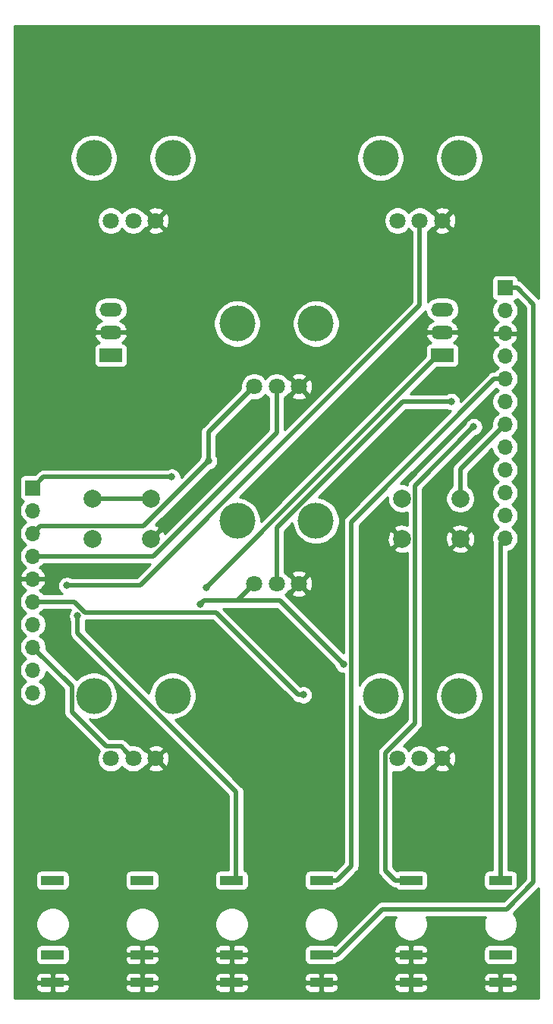
<source format=gbr>
G04 #@! TF.GenerationSoftware,KiCad,Pcbnew,(5.1.5)-3*
G04 #@! TF.CreationDate,2020-05-14T10:55:58+01:00*
G04 #@! TF.ProjectId,AddaTone Controls,41646461-546f-46e6-9520-436f6e74726f,rev?*
G04 #@! TF.SameCoordinates,Original*
G04 #@! TF.FileFunction,Copper,L1,Top*
G04 #@! TF.FilePolarity,Positive*
%FSLAX46Y46*%
G04 Gerber Fmt 4.6, Leading zero omitted, Abs format (unit mm)*
G04 Created by KiCad (PCBNEW (5.1.5)-3) date 2020-05-14 10:55:58*
%MOMM*%
%LPD*%
G04 APERTURE LIST*
%ADD10C,2.000000*%
%ADD11R,1.700000X1.700000*%
%ADD12O,1.700000X1.700000*%
%ADD13C,1.800000*%
%ADD14C,4.000000*%
%ADD15R,2.500000X1.000000*%
%ADD16R,2.500000X1.500000*%
%ADD17O,2.500000X1.500000*%
%ADD18C,0.800000*%
%ADD19C,0.500000*%
%ADD20C,0.254000*%
G04 APERTURE END LIST*
D10*
X150500000Y-108000000D03*
X150500000Y-103500000D03*
X144000000Y-108000000D03*
X144000000Y-103500000D03*
D11*
X155500000Y-80000000D03*
D12*
X155500000Y-82540000D03*
X155500000Y-85080000D03*
X155500000Y-87620000D03*
X155500000Y-90160000D03*
X155500000Y-92700000D03*
X155500000Y-95240000D03*
X155500000Y-97780000D03*
X155500000Y-100320000D03*
X155500000Y-102860000D03*
X155500000Y-105400000D03*
X155500000Y-107940000D03*
D11*
X102800000Y-102300000D03*
D12*
X102800000Y-104840000D03*
X102800000Y-107380000D03*
X102800000Y-109920000D03*
X102800000Y-112460000D03*
X102800000Y-115000000D03*
X102800000Y-117540000D03*
X102800000Y-120080000D03*
X102800000Y-122620000D03*
X102800000Y-125160000D03*
D13*
X116500000Y-132500000D03*
X114000000Y-132500000D03*
X111500000Y-132500000D03*
D14*
X118400000Y-125500000D03*
X109600000Y-125500000D03*
X125600000Y-106000000D03*
X134400000Y-106000000D03*
D13*
X127500000Y-113000000D03*
X130000000Y-113000000D03*
X132500000Y-113000000D03*
D14*
X141600000Y-125500000D03*
X150400000Y-125500000D03*
D13*
X143500000Y-132500000D03*
X146000000Y-132500000D03*
X148500000Y-132500000D03*
D14*
X141600000Y-65500000D03*
X150400000Y-65500000D03*
D13*
X143500000Y-72500000D03*
X146000000Y-72500000D03*
X148500000Y-72500000D03*
X116500000Y-72500000D03*
X114000000Y-72500000D03*
X111500000Y-72500000D03*
D14*
X118400000Y-65500000D03*
X109600000Y-65500000D03*
D13*
X132500000Y-91000000D03*
X130000000Y-91000000D03*
X127500000Y-91000000D03*
D14*
X134400000Y-84000000D03*
X125600000Y-84000000D03*
D15*
X135000000Y-146080000D03*
X135000000Y-154380000D03*
X135000000Y-157480000D03*
X145000000Y-157480000D03*
X145000000Y-154380000D03*
X145000000Y-146080000D03*
X115000000Y-146080000D03*
X115000000Y-154380000D03*
X115000000Y-157480000D03*
X125000000Y-157480000D03*
X125000000Y-154380000D03*
X125000000Y-146080000D03*
X155000000Y-146080000D03*
X155000000Y-154380000D03*
X155000000Y-157480000D03*
X105000000Y-157480000D03*
X105000000Y-154380000D03*
X105000000Y-146080000D03*
D10*
X109500000Y-103500000D03*
X109500000Y-108000000D03*
X116000000Y-103500000D03*
X116000000Y-108000000D03*
D16*
X111500000Y-87500000D03*
D17*
X111500000Y-84960000D03*
X111500000Y-82420000D03*
X148500000Y-82420000D03*
X148500000Y-84960000D03*
D16*
X148500000Y-87500000D03*
D18*
X133000000Y-125400000D03*
X122400000Y-99300000D03*
X121500000Y-115300000D03*
X137500000Y-122000000D03*
X122200000Y-113400000D03*
X106600000Y-113200000D03*
X118300000Y-101100000D03*
X152000000Y-95500000D03*
X107800000Y-116600000D03*
X149500000Y-92700000D03*
D19*
X104002081Y-115000000D02*
X102800000Y-115000000D01*
X107458002Y-115000000D02*
X104002081Y-115000000D01*
X108650001Y-116191999D02*
X107458002Y-115000000D01*
X123226314Y-116191999D02*
X108650001Y-116191999D01*
X132434315Y-125400000D02*
X123226314Y-116191999D01*
X133000000Y-125400000D02*
X132434315Y-125400000D01*
X141830001Y-149299999D02*
X136750000Y-154380000D01*
X155500000Y-80000000D02*
X156850000Y-80000000D01*
X156850000Y-80000000D02*
X158700000Y-81850000D01*
X158700000Y-81850000D02*
X158700000Y-146300000D01*
X158700000Y-146300000D02*
X155700001Y-149299999D01*
X136750000Y-154380000D02*
X135000000Y-154380000D01*
X155700001Y-149299999D02*
X141830001Y-149299999D01*
X122400000Y-96100000D02*
X127500000Y-91000000D01*
X122400000Y-99300000D02*
X122400000Y-96100000D01*
X122000001Y-99699999D02*
X122400000Y-99300000D01*
X115169999Y-106530001D02*
X122000001Y-99699999D01*
X103649999Y-106530001D02*
X115169999Y-106530001D01*
X102800000Y-107380000D02*
X103649999Y-106530001D01*
X125599999Y-114900001D02*
X126600001Y-113899999D01*
X126600001Y-113899999D02*
X127500000Y-113000000D01*
X121899999Y-114900001D02*
X125599999Y-114900001D01*
X121500000Y-115300000D02*
X121899999Y-114900001D01*
X125599999Y-114900001D02*
X130400001Y-114900001D01*
X130400001Y-114900001D02*
X137500000Y-122000000D01*
X112649999Y-131149999D02*
X113100001Y-131600001D01*
X113100001Y-131600001D02*
X114000000Y-132500000D01*
X110949999Y-131149999D02*
X112649999Y-131149999D01*
X107149999Y-127349999D02*
X110949999Y-131149999D01*
X107149999Y-124429999D02*
X107149999Y-127349999D01*
X102800000Y-120080000D02*
X107149999Y-124429999D01*
X150500000Y-100240000D02*
X155500000Y-95240000D01*
X150500000Y-103500000D02*
X150500000Y-100240000D01*
X114585787Y-103500000D02*
X109500000Y-103500000D01*
X116000000Y-103500000D02*
X114585787Y-103500000D01*
X155000000Y-108440000D02*
X155500000Y-107940000D01*
X155000000Y-146080000D02*
X155000000Y-108440000D01*
X148500000Y-87500000D02*
X148000000Y-87500000D01*
X122100000Y-113400000D02*
X122200000Y-113400000D01*
X148000000Y-87500000D02*
X122200000Y-113400000D01*
X146000000Y-73772792D02*
X146000000Y-72500000D01*
X146000000Y-81973998D02*
X146000000Y-73772792D01*
X114773998Y-113200000D02*
X146000000Y-81973998D01*
X106600000Y-113200000D02*
X114773998Y-113200000D01*
X104000000Y-101100000D02*
X102800000Y-102300000D01*
X118300000Y-101100000D02*
X104000000Y-101100000D01*
X143250000Y-146080000D02*
X142149999Y-144979999D01*
X145000000Y-146080000D02*
X143250000Y-146080000D01*
X145450001Y-102049999D02*
X152000000Y-95500000D01*
X142149999Y-144979999D02*
X142149999Y-131851999D01*
X142149999Y-131851999D02*
X145450001Y-128551997D01*
X145450001Y-128551997D02*
X145450001Y-102049999D01*
X154297919Y-90160000D02*
X155500000Y-90160000D01*
X138350001Y-106107918D02*
X154297919Y-90160000D01*
X138350001Y-144479999D02*
X138350001Y-106107918D01*
X136750000Y-146080000D02*
X138350001Y-144479999D01*
X135000000Y-146080000D02*
X136750000Y-146080000D01*
X130000000Y-96146002D02*
X130000000Y-92272792D01*
X130000000Y-92272792D02*
X130000000Y-91000000D01*
X116226002Y-109920000D02*
X130000000Y-96146002D01*
X102800000Y-109920000D02*
X116226002Y-109920000D01*
X107800000Y-118526002D02*
X107800000Y-116600000D01*
X125500000Y-146080000D02*
X125500000Y-136226002D01*
X125500000Y-136226002D02*
X107800000Y-118526002D01*
X149500000Y-92700000D02*
X144073998Y-92700000D01*
X130000000Y-106773998D02*
X130000000Y-113000000D01*
X144073998Y-92700000D02*
X130000000Y-106773998D01*
D20*
G36*
X159265000Y-81163421D02*
G01*
X157506534Y-79404956D01*
X157478817Y-79371183D01*
X157344059Y-79260589D01*
X157190313Y-79178411D01*
X157023490Y-79127805D01*
X156985518Y-79124065D01*
X156975812Y-79025518D01*
X156939502Y-78905820D01*
X156880537Y-78795506D01*
X156801185Y-78698815D01*
X156704494Y-78619463D01*
X156594180Y-78560498D01*
X156474482Y-78524188D01*
X156350000Y-78511928D01*
X154650000Y-78511928D01*
X154525518Y-78524188D01*
X154405820Y-78560498D01*
X154295506Y-78619463D01*
X154198815Y-78698815D01*
X154119463Y-78795506D01*
X154060498Y-78905820D01*
X154024188Y-79025518D01*
X154011928Y-79150000D01*
X154011928Y-80850000D01*
X154024188Y-80974482D01*
X154060498Y-81094180D01*
X154119463Y-81204494D01*
X154198815Y-81301185D01*
X154295506Y-81380537D01*
X154405820Y-81439502D01*
X154478380Y-81461513D01*
X154346525Y-81593368D01*
X154184010Y-81836589D01*
X154072068Y-82106842D01*
X154015000Y-82393740D01*
X154015000Y-82686260D01*
X154072068Y-82973158D01*
X154184010Y-83243411D01*
X154346525Y-83486632D01*
X154553368Y-83693475D01*
X154735534Y-83815195D01*
X154618645Y-83884822D01*
X154402412Y-84079731D01*
X154228359Y-84313080D01*
X154103175Y-84575901D01*
X154058524Y-84723110D01*
X154179845Y-84953000D01*
X155373000Y-84953000D01*
X155373000Y-84933000D01*
X155627000Y-84933000D01*
X155627000Y-84953000D01*
X156820155Y-84953000D01*
X156941476Y-84723110D01*
X156896825Y-84575901D01*
X156771641Y-84313080D01*
X156597588Y-84079731D01*
X156381355Y-83884822D01*
X156264466Y-83815195D01*
X156446632Y-83693475D01*
X156653475Y-83486632D01*
X156815990Y-83243411D01*
X156927932Y-82973158D01*
X156985000Y-82686260D01*
X156985000Y-82393740D01*
X156927932Y-82106842D01*
X156815990Y-81836589D01*
X156653475Y-81593368D01*
X156521620Y-81461513D01*
X156594180Y-81439502D01*
X156704494Y-81380537D01*
X156801185Y-81301185D01*
X156845549Y-81247127D01*
X157815000Y-82216579D01*
X157815001Y-145933420D01*
X155333423Y-148414999D01*
X141873466Y-148414999D01*
X141830000Y-148410718D01*
X141786534Y-148414999D01*
X141786524Y-148414999D01*
X141656511Y-148427804D01*
X141489688Y-148478410D01*
X141335942Y-148560588D01*
X141335940Y-148560589D01*
X141335941Y-148560589D01*
X141234954Y-148643467D01*
X141234952Y-148643469D01*
X141201184Y-148671182D01*
X141173471Y-148704950D01*
X136555270Y-153323152D01*
X136494180Y-153290498D01*
X136374482Y-153254188D01*
X136250000Y-153241928D01*
X133750000Y-153241928D01*
X133625518Y-153254188D01*
X133505820Y-153290498D01*
X133395506Y-153349463D01*
X133298815Y-153428815D01*
X133219463Y-153525506D01*
X133160498Y-153635820D01*
X133124188Y-153755518D01*
X133111928Y-153880000D01*
X133111928Y-154880000D01*
X133124188Y-155004482D01*
X133160498Y-155124180D01*
X133219463Y-155234494D01*
X133298815Y-155331185D01*
X133395506Y-155410537D01*
X133505820Y-155469502D01*
X133625518Y-155505812D01*
X133750000Y-155518072D01*
X136250000Y-155518072D01*
X136374482Y-155505812D01*
X136494180Y-155469502D01*
X136604494Y-155410537D01*
X136701185Y-155331185D01*
X136752163Y-155269068D01*
X136793469Y-155265000D01*
X136793477Y-155265000D01*
X136923490Y-155252195D01*
X137090313Y-155201589D01*
X137244059Y-155119411D01*
X137378817Y-155008817D01*
X137406534Y-154975044D01*
X137501578Y-154880000D01*
X143111928Y-154880000D01*
X143124188Y-155004482D01*
X143160498Y-155124180D01*
X143219463Y-155234494D01*
X143298815Y-155331185D01*
X143395506Y-155410537D01*
X143505820Y-155469502D01*
X143625518Y-155505812D01*
X143750000Y-155518072D01*
X144714250Y-155515000D01*
X144873000Y-155356250D01*
X144873000Y-154507000D01*
X145127000Y-154507000D01*
X145127000Y-155356250D01*
X145285750Y-155515000D01*
X146250000Y-155518072D01*
X146374482Y-155505812D01*
X146494180Y-155469502D01*
X146604494Y-155410537D01*
X146701185Y-155331185D01*
X146780537Y-155234494D01*
X146839502Y-155124180D01*
X146875812Y-155004482D01*
X146888072Y-154880000D01*
X146885000Y-154665750D01*
X146726250Y-154507000D01*
X145127000Y-154507000D01*
X144873000Y-154507000D01*
X143273750Y-154507000D01*
X143115000Y-154665750D01*
X143111928Y-154880000D01*
X137501578Y-154880000D01*
X138501578Y-153880000D01*
X143111928Y-153880000D01*
X143115000Y-154094250D01*
X143273750Y-154253000D01*
X144873000Y-154253000D01*
X144873000Y-153403750D01*
X145127000Y-153403750D01*
X145127000Y-154253000D01*
X146726250Y-154253000D01*
X146885000Y-154094250D01*
X146888072Y-153880000D01*
X153111928Y-153880000D01*
X153111928Y-154880000D01*
X153124188Y-155004482D01*
X153160498Y-155124180D01*
X153219463Y-155234494D01*
X153298815Y-155331185D01*
X153395506Y-155410537D01*
X153505820Y-155469502D01*
X153625518Y-155505812D01*
X153750000Y-155518072D01*
X156250000Y-155518072D01*
X156374482Y-155505812D01*
X156494180Y-155469502D01*
X156604494Y-155410537D01*
X156701185Y-155331185D01*
X156780537Y-155234494D01*
X156839502Y-155124180D01*
X156875812Y-155004482D01*
X156888072Y-154880000D01*
X156888072Y-153880000D01*
X156875812Y-153755518D01*
X156839502Y-153635820D01*
X156780537Y-153525506D01*
X156701185Y-153428815D01*
X156604494Y-153349463D01*
X156494180Y-153290498D01*
X156374482Y-153254188D01*
X156250000Y-153241928D01*
X153750000Y-153241928D01*
X153625518Y-153254188D01*
X153505820Y-153290498D01*
X153395506Y-153349463D01*
X153298815Y-153428815D01*
X153219463Y-153525506D01*
X153160498Y-153635820D01*
X153124188Y-153755518D01*
X153111928Y-153880000D01*
X146888072Y-153880000D01*
X146875812Y-153755518D01*
X146839502Y-153635820D01*
X146780537Y-153525506D01*
X146701185Y-153428815D01*
X146604494Y-153349463D01*
X146494180Y-153290498D01*
X146374482Y-153254188D01*
X146250000Y-153241928D01*
X145285750Y-153245000D01*
X145127000Y-153403750D01*
X144873000Y-153403750D01*
X144714250Y-153245000D01*
X143750000Y-153241928D01*
X143625518Y-153254188D01*
X143505820Y-153290498D01*
X143395506Y-153349463D01*
X143298815Y-153428815D01*
X143219463Y-153525506D01*
X143160498Y-153635820D01*
X143124188Y-153755518D01*
X143111928Y-153880000D01*
X138501578Y-153880000D01*
X142196580Y-150184999D01*
X143297275Y-150184999D01*
X143187439Y-150450166D01*
X143115000Y-150814344D01*
X143115000Y-151185656D01*
X143187439Y-151549834D01*
X143329534Y-151892882D01*
X143535825Y-152201618D01*
X143798382Y-152464175D01*
X144107118Y-152670466D01*
X144450166Y-152812561D01*
X144814344Y-152885000D01*
X145185656Y-152885000D01*
X145549834Y-152812561D01*
X145892882Y-152670466D01*
X146201618Y-152464175D01*
X146464175Y-152201618D01*
X146670466Y-151892882D01*
X146812561Y-151549834D01*
X146885000Y-151185656D01*
X146885000Y-150814344D01*
X146812561Y-150450166D01*
X146702725Y-150184999D01*
X153297275Y-150184999D01*
X153187439Y-150450166D01*
X153115000Y-150814344D01*
X153115000Y-151185656D01*
X153187439Y-151549834D01*
X153329534Y-151892882D01*
X153535825Y-152201618D01*
X153798382Y-152464175D01*
X154107118Y-152670466D01*
X154450166Y-152812561D01*
X154814344Y-152885000D01*
X155185656Y-152885000D01*
X155549834Y-152812561D01*
X155892882Y-152670466D01*
X156201618Y-152464175D01*
X156464175Y-152201618D01*
X156670466Y-151892882D01*
X156812561Y-151549834D01*
X156885000Y-151185656D01*
X156885000Y-150814344D01*
X156812561Y-150450166D01*
X156670466Y-150107118D01*
X156464175Y-149798382D01*
X156458686Y-149792893D01*
X159265001Y-146986578D01*
X159265001Y-159265000D01*
X100735000Y-159265000D01*
X100735000Y-157980000D01*
X103111928Y-157980000D01*
X103124188Y-158104482D01*
X103160498Y-158224180D01*
X103219463Y-158334494D01*
X103298815Y-158431185D01*
X103395506Y-158510537D01*
X103505820Y-158569502D01*
X103625518Y-158605812D01*
X103750000Y-158618072D01*
X104714250Y-158615000D01*
X104873000Y-158456250D01*
X104873000Y-157607000D01*
X105127000Y-157607000D01*
X105127000Y-158456250D01*
X105285750Y-158615000D01*
X106250000Y-158618072D01*
X106374482Y-158605812D01*
X106494180Y-158569502D01*
X106604494Y-158510537D01*
X106701185Y-158431185D01*
X106780537Y-158334494D01*
X106839502Y-158224180D01*
X106875812Y-158104482D01*
X106888072Y-157980000D01*
X113111928Y-157980000D01*
X113124188Y-158104482D01*
X113160498Y-158224180D01*
X113219463Y-158334494D01*
X113298815Y-158431185D01*
X113395506Y-158510537D01*
X113505820Y-158569502D01*
X113625518Y-158605812D01*
X113750000Y-158618072D01*
X114714250Y-158615000D01*
X114873000Y-158456250D01*
X114873000Y-157607000D01*
X115127000Y-157607000D01*
X115127000Y-158456250D01*
X115285750Y-158615000D01*
X116250000Y-158618072D01*
X116374482Y-158605812D01*
X116494180Y-158569502D01*
X116604494Y-158510537D01*
X116701185Y-158431185D01*
X116780537Y-158334494D01*
X116839502Y-158224180D01*
X116875812Y-158104482D01*
X116888072Y-157980000D01*
X123111928Y-157980000D01*
X123124188Y-158104482D01*
X123160498Y-158224180D01*
X123219463Y-158334494D01*
X123298815Y-158431185D01*
X123395506Y-158510537D01*
X123505820Y-158569502D01*
X123625518Y-158605812D01*
X123750000Y-158618072D01*
X124714250Y-158615000D01*
X124873000Y-158456250D01*
X124873000Y-157607000D01*
X125127000Y-157607000D01*
X125127000Y-158456250D01*
X125285750Y-158615000D01*
X126250000Y-158618072D01*
X126374482Y-158605812D01*
X126494180Y-158569502D01*
X126604494Y-158510537D01*
X126701185Y-158431185D01*
X126780537Y-158334494D01*
X126839502Y-158224180D01*
X126875812Y-158104482D01*
X126888072Y-157980000D01*
X133111928Y-157980000D01*
X133124188Y-158104482D01*
X133160498Y-158224180D01*
X133219463Y-158334494D01*
X133298815Y-158431185D01*
X133395506Y-158510537D01*
X133505820Y-158569502D01*
X133625518Y-158605812D01*
X133750000Y-158618072D01*
X134714250Y-158615000D01*
X134873000Y-158456250D01*
X134873000Y-157607000D01*
X135127000Y-157607000D01*
X135127000Y-158456250D01*
X135285750Y-158615000D01*
X136250000Y-158618072D01*
X136374482Y-158605812D01*
X136494180Y-158569502D01*
X136604494Y-158510537D01*
X136701185Y-158431185D01*
X136780537Y-158334494D01*
X136839502Y-158224180D01*
X136875812Y-158104482D01*
X136888072Y-157980000D01*
X143111928Y-157980000D01*
X143124188Y-158104482D01*
X143160498Y-158224180D01*
X143219463Y-158334494D01*
X143298815Y-158431185D01*
X143395506Y-158510537D01*
X143505820Y-158569502D01*
X143625518Y-158605812D01*
X143750000Y-158618072D01*
X144714250Y-158615000D01*
X144873000Y-158456250D01*
X144873000Y-157607000D01*
X145127000Y-157607000D01*
X145127000Y-158456250D01*
X145285750Y-158615000D01*
X146250000Y-158618072D01*
X146374482Y-158605812D01*
X146494180Y-158569502D01*
X146604494Y-158510537D01*
X146701185Y-158431185D01*
X146780537Y-158334494D01*
X146839502Y-158224180D01*
X146875812Y-158104482D01*
X146888072Y-157980000D01*
X153111928Y-157980000D01*
X153124188Y-158104482D01*
X153160498Y-158224180D01*
X153219463Y-158334494D01*
X153298815Y-158431185D01*
X153395506Y-158510537D01*
X153505820Y-158569502D01*
X153625518Y-158605812D01*
X153750000Y-158618072D01*
X154714250Y-158615000D01*
X154873000Y-158456250D01*
X154873000Y-157607000D01*
X155127000Y-157607000D01*
X155127000Y-158456250D01*
X155285750Y-158615000D01*
X156250000Y-158618072D01*
X156374482Y-158605812D01*
X156494180Y-158569502D01*
X156604494Y-158510537D01*
X156701185Y-158431185D01*
X156780537Y-158334494D01*
X156839502Y-158224180D01*
X156875812Y-158104482D01*
X156888072Y-157980000D01*
X156885000Y-157765750D01*
X156726250Y-157607000D01*
X155127000Y-157607000D01*
X154873000Y-157607000D01*
X153273750Y-157607000D01*
X153115000Y-157765750D01*
X153111928Y-157980000D01*
X146888072Y-157980000D01*
X146885000Y-157765750D01*
X146726250Y-157607000D01*
X145127000Y-157607000D01*
X144873000Y-157607000D01*
X143273750Y-157607000D01*
X143115000Y-157765750D01*
X143111928Y-157980000D01*
X136888072Y-157980000D01*
X136885000Y-157765750D01*
X136726250Y-157607000D01*
X135127000Y-157607000D01*
X134873000Y-157607000D01*
X133273750Y-157607000D01*
X133115000Y-157765750D01*
X133111928Y-157980000D01*
X126888072Y-157980000D01*
X126885000Y-157765750D01*
X126726250Y-157607000D01*
X125127000Y-157607000D01*
X124873000Y-157607000D01*
X123273750Y-157607000D01*
X123115000Y-157765750D01*
X123111928Y-157980000D01*
X116888072Y-157980000D01*
X116885000Y-157765750D01*
X116726250Y-157607000D01*
X115127000Y-157607000D01*
X114873000Y-157607000D01*
X113273750Y-157607000D01*
X113115000Y-157765750D01*
X113111928Y-157980000D01*
X106888072Y-157980000D01*
X106885000Y-157765750D01*
X106726250Y-157607000D01*
X105127000Y-157607000D01*
X104873000Y-157607000D01*
X103273750Y-157607000D01*
X103115000Y-157765750D01*
X103111928Y-157980000D01*
X100735000Y-157980000D01*
X100735000Y-156980000D01*
X103111928Y-156980000D01*
X103115000Y-157194250D01*
X103273750Y-157353000D01*
X104873000Y-157353000D01*
X104873000Y-156503750D01*
X105127000Y-156503750D01*
X105127000Y-157353000D01*
X106726250Y-157353000D01*
X106885000Y-157194250D01*
X106888072Y-156980000D01*
X113111928Y-156980000D01*
X113115000Y-157194250D01*
X113273750Y-157353000D01*
X114873000Y-157353000D01*
X114873000Y-156503750D01*
X115127000Y-156503750D01*
X115127000Y-157353000D01*
X116726250Y-157353000D01*
X116885000Y-157194250D01*
X116888072Y-156980000D01*
X123111928Y-156980000D01*
X123115000Y-157194250D01*
X123273750Y-157353000D01*
X124873000Y-157353000D01*
X124873000Y-156503750D01*
X125127000Y-156503750D01*
X125127000Y-157353000D01*
X126726250Y-157353000D01*
X126885000Y-157194250D01*
X126888072Y-156980000D01*
X133111928Y-156980000D01*
X133115000Y-157194250D01*
X133273750Y-157353000D01*
X134873000Y-157353000D01*
X134873000Y-156503750D01*
X135127000Y-156503750D01*
X135127000Y-157353000D01*
X136726250Y-157353000D01*
X136885000Y-157194250D01*
X136888072Y-156980000D01*
X143111928Y-156980000D01*
X143115000Y-157194250D01*
X143273750Y-157353000D01*
X144873000Y-157353000D01*
X144873000Y-156503750D01*
X145127000Y-156503750D01*
X145127000Y-157353000D01*
X146726250Y-157353000D01*
X146885000Y-157194250D01*
X146888072Y-156980000D01*
X153111928Y-156980000D01*
X153115000Y-157194250D01*
X153273750Y-157353000D01*
X154873000Y-157353000D01*
X154873000Y-156503750D01*
X155127000Y-156503750D01*
X155127000Y-157353000D01*
X156726250Y-157353000D01*
X156885000Y-157194250D01*
X156888072Y-156980000D01*
X156875812Y-156855518D01*
X156839502Y-156735820D01*
X156780537Y-156625506D01*
X156701185Y-156528815D01*
X156604494Y-156449463D01*
X156494180Y-156390498D01*
X156374482Y-156354188D01*
X156250000Y-156341928D01*
X155285750Y-156345000D01*
X155127000Y-156503750D01*
X154873000Y-156503750D01*
X154714250Y-156345000D01*
X153750000Y-156341928D01*
X153625518Y-156354188D01*
X153505820Y-156390498D01*
X153395506Y-156449463D01*
X153298815Y-156528815D01*
X153219463Y-156625506D01*
X153160498Y-156735820D01*
X153124188Y-156855518D01*
X153111928Y-156980000D01*
X146888072Y-156980000D01*
X146875812Y-156855518D01*
X146839502Y-156735820D01*
X146780537Y-156625506D01*
X146701185Y-156528815D01*
X146604494Y-156449463D01*
X146494180Y-156390498D01*
X146374482Y-156354188D01*
X146250000Y-156341928D01*
X145285750Y-156345000D01*
X145127000Y-156503750D01*
X144873000Y-156503750D01*
X144714250Y-156345000D01*
X143750000Y-156341928D01*
X143625518Y-156354188D01*
X143505820Y-156390498D01*
X143395506Y-156449463D01*
X143298815Y-156528815D01*
X143219463Y-156625506D01*
X143160498Y-156735820D01*
X143124188Y-156855518D01*
X143111928Y-156980000D01*
X136888072Y-156980000D01*
X136875812Y-156855518D01*
X136839502Y-156735820D01*
X136780537Y-156625506D01*
X136701185Y-156528815D01*
X136604494Y-156449463D01*
X136494180Y-156390498D01*
X136374482Y-156354188D01*
X136250000Y-156341928D01*
X135285750Y-156345000D01*
X135127000Y-156503750D01*
X134873000Y-156503750D01*
X134714250Y-156345000D01*
X133750000Y-156341928D01*
X133625518Y-156354188D01*
X133505820Y-156390498D01*
X133395506Y-156449463D01*
X133298815Y-156528815D01*
X133219463Y-156625506D01*
X133160498Y-156735820D01*
X133124188Y-156855518D01*
X133111928Y-156980000D01*
X126888072Y-156980000D01*
X126875812Y-156855518D01*
X126839502Y-156735820D01*
X126780537Y-156625506D01*
X126701185Y-156528815D01*
X126604494Y-156449463D01*
X126494180Y-156390498D01*
X126374482Y-156354188D01*
X126250000Y-156341928D01*
X125285750Y-156345000D01*
X125127000Y-156503750D01*
X124873000Y-156503750D01*
X124714250Y-156345000D01*
X123750000Y-156341928D01*
X123625518Y-156354188D01*
X123505820Y-156390498D01*
X123395506Y-156449463D01*
X123298815Y-156528815D01*
X123219463Y-156625506D01*
X123160498Y-156735820D01*
X123124188Y-156855518D01*
X123111928Y-156980000D01*
X116888072Y-156980000D01*
X116875812Y-156855518D01*
X116839502Y-156735820D01*
X116780537Y-156625506D01*
X116701185Y-156528815D01*
X116604494Y-156449463D01*
X116494180Y-156390498D01*
X116374482Y-156354188D01*
X116250000Y-156341928D01*
X115285750Y-156345000D01*
X115127000Y-156503750D01*
X114873000Y-156503750D01*
X114714250Y-156345000D01*
X113750000Y-156341928D01*
X113625518Y-156354188D01*
X113505820Y-156390498D01*
X113395506Y-156449463D01*
X113298815Y-156528815D01*
X113219463Y-156625506D01*
X113160498Y-156735820D01*
X113124188Y-156855518D01*
X113111928Y-156980000D01*
X106888072Y-156980000D01*
X106875812Y-156855518D01*
X106839502Y-156735820D01*
X106780537Y-156625506D01*
X106701185Y-156528815D01*
X106604494Y-156449463D01*
X106494180Y-156390498D01*
X106374482Y-156354188D01*
X106250000Y-156341928D01*
X105285750Y-156345000D01*
X105127000Y-156503750D01*
X104873000Y-156503750D01*
X104714250Y-156345000D01*
X103750000Y-156341928D01*
X103625518Y-156354188D01*
X103505820Y-156390498D01*
X103395506Y-156449463D01*
X103298815Y-156528815D01*
X103219463Y-156625506D01*
X103160498Y-156735820D01*
X103124188Y-156855518D01*
X103111928Y-156980000D01*
X100735000Y-156980000D01*
X100735000Y-153880000D01*
X103111928Y-153880000D01*
X103111928Y-154880000D01*
X103124188Y-155004482D01*
X103160498Y-155124180D01*
X103219463Y-155234494D01*
X103298815Y-155331185D01*
X103395506Y-155410537D01*
X103505820Y-155469502D01*
X103625518Y-155505812D01*
X103750000Y-155518072D01*
X106250000Y-155518072D01*
X106374482Y-155505812D01*
X106494180Y-155469502D01*
X106604494Y-155410537D01*
X106701185Y-155331185D01*
X106780537Y-155234494D01*
X106839502Y-155124180D01*
X106875812Y-155004482D01*
X106888072Y-154880000D01*
X113111928Y-154880000D01*
X113124188Y-155004482D01*
X113160498Y-155124180D01*
X113219463Y-155234494D01*
X113298815Y-155331185D01*
X113395506Y-155410537D01*
X113505820Y-155469502D01*
X113625518Y-155505812D01*
X113750000Y-155518072D01*
X114714250Y-155515000D01*
X114873000Y-155356250D01*
X114873000Y-154507000D01*
X115127000Y-154507000D01*
X115127000Y-155356250D01*
X115285750Y-155515000D01*
X116250000Y-155518072D01*
X116374482Y-155505812D01*
X116494180Y-155469502D01*
X116604494Y-155410537D01*
X116701185Y-155331185D01*
X116780537Y-155234494D01*
X116839502Y-155124180D01*
X116875812Y-155004482D01*
X116888072Y-154880000D01*
X123111928Y-154880000D01*
X123124188Y-155004482D01*
X123160498Y-155124180D01*
X123219463Y-155234494D01*
X123298815Y-155331185D01*
X123395506Y-155410537D01*
X123505820Y-155469502D01*
X123625518Y-155505812D01*
X123750000Y-155518072D01*
X124714250Y-155515000D01*
X124873000Y-155356250D01*
X124873000Y-154507000D01*
X125127000Y-154507000D01*
X125127000Y-155356250D01*
X125285750Y-155515000D01*
X126250000Y-155518072D01*
X126374482Y-155505812D01*
X126494180Y-155469502D01*
X126604494Y-155410537D01*
X126701185Y-155331185D01*
X126780537Y-155234494D01*
X126839502Y-155124180D01*
X126875812Y-155004482D01*
X126888072Y-154880000D01*
X126885000Y-154665750D01*
X126726250Y-154507000D01*
X125127000Y-154507000D01*
X124873000Y-154507000D01*
X123273750Y-154507000D01*
X123115000Y-154665750D01*
X123111928Y-154880000D01*
X116888072Y-154880000D01*
X116885000Y-154665750D01*
X116726250Y-154507000D01*
X115127000Y-154507000D01*
X114873000Y-154507000D01*
X113273750Y-154507000D01*
X113115000Y-154665750D01*
X113111928Y-154880000D01*
X106888072Y-154880000D01*
X106888072Y-153880000D01*
X113111928Y-153880000D01*
X113115000Y-154094250D01*
X113273750Y-154253000D01*
X114873000Y-154253000D01*
X114873000Y-153403750D01*
X115127000Y-153403750D01*
X115127000Y-154253000D01*
X116726250Y-154253000D01*
X116885000Y-154094250D01*
X116888072Y-153880000D01*
X123111928Y-153880000D01*
X123115000Y-154094250D01*
X123273750Y-154253000D01*
X124873000Y-154253000D01*
X124873000Y-153403750D01*
X125127000Y-153403750D01*
X125127000Y-154253000D01*
X126726250Y-154253000D01*
X126885000Y-154094250D01*
X126888072Y-153880000D01*
X126875812Y-153755518D01*
X126839502Y-153635820D01*
X126780537Y-153525506D01*
X126701185Y-153428815D01*
X126604494Y-153349463D01*
X126494180Y-153290498D01*
X126374482Y-153254188D01*
X126250000Y-153241928D01*
X125285750Y-153245000D01*
X125127000Y-153403750D01*
X124873000Y-153403750D01*
X124714250Y-153245000D01*
X123750000Y-153241928D01*
X123625518Y-153254188D01*
X123505820Y-153290498D01*
X123395506Y-153349463D01*
X123298815Y-153428815D01*
X123219463Y-153525506D01*
X123160498Y-153635820D01*
X123124188Y-153755518D01*
X123111928Y-153880000D01*
X116888072Y-153880000D01*
X116875812Y-153755518D01*
X116839502Y-153635820D01*
X116780537Y-153525506D01*
X116701185Y-153428815D01*
X116604494Y-153349463D01*
X116494180Y-153290498D01*
X116374482Y-153254188D01*
X116250000Y-153241928D01*
X115285750Y-153245000D01*
X115127000Y-153403750D01*
X114873000Y-153403750D01*
X114714250Y-153245000D01*
X113750000Y-153241928D01*
X113625518Y-153254188D01*
X113505820Y-153290498D01*
X113395506Y-153349463D01*
X113298815Y-153428815D01*
X113219463Y-153525506D01*
X113160498Y-153635820D01*
X113124188Y-153755518D01*
X113111928Y-153880000D01*
X106888072Y-153880000D01*
X106875812Y-153755518D01*
X106839502Y-153635820D01*
X106780537Y-153525506D01*
X106701185Y-153428815D01*
X106604494Y-153349463D01*
X106494180Y-153290498D01*
X106374482Y-153254188D01*
X106250000Y-153241928D01*
X103750000Y-153241928D01*
X103625518Y-153254188D01*
X103505820Y-153290498D01*
X103395506Y-153349463D01*
X103298815Y-153428815D01*
X103219463Y-153525506D01*
X103160498Y-153635820D01*
X103124188Y-153755518D01*
X103111928Y-153880000D01*
X100735000Y-153880000D01*
X100735000Y-150814344D01*
X103115000Y-150814344D01*
X103115000Y-151185656D01*
X103187439Y-151549834D01*
X103329534Y-151892882D01*
X103535825Y-152201618D01*
X103798382Y-152464175D01*
X104107118Y-152670466D01*
X104450166Y-152812561D01*
X104814344Y-152885000D01*
X105185656Y-152885000D01*
X105549834Y-152812561D01*
X105892882Y-152670466D01*
X106201618Y-152464175D01*
X106464175Y-152201618D01*
X106670466Y-151892882D01*
X106812561Y-151549834D01*
X106885000Y-151185656D01*
X106885000Y-150814344D01*
X113115000Y-150814344D01*
X113115000Y-151185656D01*
X113187439Y-151549834D01*
X113329534Y-151892882D01*
X113535825Y-152201618D01*
X113798382Y-152464175D01*
X114107118Y-152670466D01*
X114450166Y-152812561D01*
X114814344Y-152885000D01*
X115185656Y-152885000D01*
X115549834Y-152812561D01*
X115892882Y-152670466D01*
X116201618Y-152464175D01*
X116464175Y-152201618D01*
X116670466Y-151892882D01*
X116812561Y-151549834D01*
X116885000Y-151185656D01*
X116885000Y-150814344D01*
X123115000Y-150814344D01*
X123115000Y-151185656D01*
X123187439Y-151549834D01*
X123329534Y-151892882D01*
X123535825Y-152201618D01*
X123798382Y-152464175D01*
X124107118Y-152670466D01*
X124450166Y-152812561D01*
X124814344Y-152885000D01*
X125185656Y-152885000D01*
X125549834Y-152812561D01*
X125892882Y-152670466D01*
X126201618Y-152464175D01*
X126464175Y-152201618D01*
X126670466Y-151892882D01*
X126812561Y-151549834D01*
X126885000Y-151185656D01*
X126885000Y-150814344D01*
X133115000Y-150814344D01*
X133115000Y-151185656D01*
X133187439Y-151549834D01*
X133329534Y-151892882D01*
X133535825Y-152201618D01*
X133798382Y-152464175D01*
X134107118Y-152670466D01*
X134450166Y-152812561D01*
X134814344Y-152885000D01*
X135185656Y-152885000D01*
X135549834Y-152812561D01*
X135892882Y-152670466D01*
X136201618Y-152464175D01*
X136464175Y-152201618D01*
X136670466Y-151892882D01*
X136812561Y-151549834D01*
X136885000Y-151185656D01*
X136885000Y-150814344D01*
X136812561Y-150450166D01*
X136670466Y-150107118D01*
X136464175Y-149798382D01*
X136201618Y-149535825D01*
X135892882Y-149329534D01*
X135549834Y-149187439D01*
X135185656Y-149115000D01*
X134814344Y-149115000D01*
X134450166Y-149187439D01*
X134107118Y-149329534D01*
X133798382Y-149535825D01*
X133535825Y-149798382D01*
X133329534Y-150107118D01*
X133187439Y-150450166D01*
X133115000Y-150814344D01*
X126885000Y-150814344D01*
X126812561Y-150450166D01*
X126670466Y-150107118D01*
X126464175Y-149798382D01*
X126201618Y-149535825D01*
X125892882Y-149329534D01*
X125549834Y-149187439D01*
X125185656Y-149115000D01*
X124814344Y-149115000D01*
X124450166Y-149187439D01*
X124107118Y-149329534D01*
X123798382Y-149535825D01*
X123535825Y-149798382D01*
X123329534Y-150107118D01*
X123187439Y-150450166D01*
X123115000Y-150814344D01*
X116885000Y-150814344D01*
X116812561Y-150450166D01*
X116670466Y-150107118D01*
X116464175Y-149798382D01*
X116201618Y-149535825D01*
X115892882Y-149329534D01*
X115549834Y-149187439D01*
X115185656Y-149115000D01*
X114814344Y-149115000D01*
X114450166Y-149187439D01*
X114107118Y-149329534D01*
X113798382Y-149535825D01*
X113535825Y-149798382D01*
X113329534Y-150107118D01*
X113187439Y-150450166D01*
X113115000Y-150814344D01*
X106885000Y-150814344D01*
X106812561Y-150450166D01*
X106670466Y-150107118D01*
X106464175Y-149798382D01*
X106201618Y-149535825D01*
X105892882Y-149329534D01*
X105549834Y-149187439D01*
X105185656Y-149115000D01*
X104814344Y-149115000D01*
X104450166Y-149187439D01*
X104107118Y-149329534D01*
X103798382Y-149535825D01*
X103535825Y-149798382D01*
X103329534Y-150107118D01*
X103187439Y-150450166D01*
X103115000Y-150814344D01*
X100735000Y-150814344D01*
X100735000Y-145580000D01*
X103111928Y-145580000D01*
X103111928Y-146580000D01*
X103124188Y-146704482D01*
X103160498Y-146824180D01*
X103219463Y-146934494D01*
X103298815Y-147031185D01*
X103395506Y-147110537D01*
X103505820Y-147169502D01*
X103625518Y-147205812D01*
X103750000Y-147218072D01*
X106250000Y-147218072D01*
X106374482Y-147205812D01*
X106494180Y-147169502D01*
X106604494Y-147110537D01*
X106701185Y-147031185D01*
X106780537Y-146934494D01*
X106839502Y-146824180D01*
X106875812Y-146704482D01*
X106888072Y-146580000D01*
X106888072Y-145580000D01*
X113111928Y-145580000D01*
X113111928Y-146580000D01*
X113124188Y-146704482D01*
X113160498Y-146824180D01*
X113219463Y-146934494D01*
X113298815Y-147031185D01*
X113395506Y-147110537D01*
X113505820Y-147169502D01*
X113625518Y-147205812D01*
X113750000Y-147218072D01*
X116250000Y-147218072D01*
X116374482Y-147205812D01*
X116494180Y-147169502D01*
X116604494Y-147110537D01*
X116701185Y-147031185D01*
X116780537Y-146934494D01*
X116839502Y-146824180D01*
X116875812Y-146704482D01*
X116888072Y-146580000D01*
X116888072Y-145580000D01*
X116875812Y-145455518D01*
X116839502Y-145335820D01*
X116780537Y-145225506D01*
X116701185Y-145128815D01*
X116604494Y-145049463D01*
X116494180Y-144990498D01*
X116374482Y-144954188D01*
X116250000Y-144941928D01*
X113750000Y-144941928D01*
X113625518Y-144954188D01*
X113505820Y-144990498D01*
X113395506Y-145049463D01*
X113298815Y-145128815D01*
X113219463Y-145225506D01*
X113160498Y-145335820D01*
X113124188Y-145455518D01*
X113111928Y-145580000D01*
X106888072Y-145580000D01*
X106875812Y-145455518D01*
X106839502Y-145335820D01*
X106780537Y-145225506D01*
X106701185Y-145128815D01*
X106604494Y-145049463D01*
X106494180Y-144990498D01*
X106374482Y-144954188D01*
X106250000Y-144941928D01*
X103750000Y-144941928D01*
X103625518Y-144954188D01*
X103505820Y-144990498D01*
X103395506Y-145049463D01*
X103298815Y-145128815D01*
X103219463Y-145225506D01*
X103160498Y-145335820D01*
X103124188Y-145455518D01*
X103111928Y-145580000D01*
X100735000Y-145580000D01*
X100735000Y-101450000D01*
X101311928Y-101450000D01*
X101311928Y-103150000D01*
X101324188Y-103274482D01*
X101360498Y-103394180D01*
X101419463Y-103504494D01*
X101498815Y-103601185D01*
X101595506Y-103680537D01*
X101705820Y-103739502D01*
X101778380Y-103761513D01*
X101646525Y-103893368D01*
X101484010Y-104136589D01*
X101372068Y-104406842D01*
X101315000Y-104693740D01*
X101315000Y-104986260D01*
X101372068Y-105273158D01*
X101484010Y-105543411D01*
X101646525Y-105786632D01*
X101853368Y-105993475D01*
X102027760Y-106110000D01*
X101853368Y-106226525D01*
X101646525Y-106433368D01*
X101484010Y-106676589D01*
X101372068Y-106946842D01*
X101315000Y-107233740D01*
X101315000Y-107526260D01*
X101372068Y-107813158D01*
X101484010Y-108083411D01*
X101646525Y-108326632D01*
X101853368Y-108533475D01*
X102027760Y-108650000D01*
X101853368Y-108766525D01*
X101646525Y-108973368D01*
X101484010Y-109216589D01*
X101372068Y-109486842D01*
X101315000Y-109773740D01*
X101315000Y-110066260D01*
X101372068Y-110353158D01*
X101484010Y-110623411D01*
X101646525Y-110866632D01*
X101853368Y-111073475D01*
X102035534Y-111195195D01*
X101918645Y-111264822D01*
X101702412Y-111459731D01*
X101528359Y-111693080D01*
X101403175Y-111955901D01*
X101358524Y-112103110D01*
X101479845Y-112333000D01*
X102673000Y-112333000D01*
X102673000Y-112313000D01*
X102927000Y-112313000D01*
X102927000Y-112333000D01*
X104120155Y-112333000D01*
X104241476Y-112103110D01*
X104196825Y-111955901D01*
X104071641Y-111693080D01*
X103897588Y-111459731D01*
X103681355Y-111264822D01*
X103564466Y-111195195D01*
X103746632Y-111073475D01*
X103953475Y-110866632D01*
X103994656Y-110805000D01*
X115917420Y-110805000D01*
X114407420Y-112315000D01*
X107138454Y-112315000D01*
X107090256Y-112282795D01*
X106901898Y-112204774D01*
X106701939Y-112165000D01*
X106498061Y-112165000D01*
X106298102Y-112204774D01*
X106109744Y-112282795D01*
X105940226Y-112396063D01*
X105796063Y-112540226D01*
X105682795Y-112709744D01*
X105604774Y-112898102D01*
X105565000Y-113098061D01*
X105565000Y-113301939D01*
X105604774Y-113501898D01*
X105682795Y-113690256D01*
X105796063Y-113859774D01*
X105940226Y-114003937D01*
X106106444Y-114115000D01*
X103994656Y-114115000D01*
X103953475Y-114053368D01*
X103746632Y-113846525D01*
X103564466Y-113724805D01*
X103681355Y-113655178D01*
X103897588Y-113460269D01*
X104071641Y-113226920D01*
X104196825Y-112964099D01*
X104241476Y-112816890D01*
X104120155Y-112587000D01*
X102927000Y-112587000D01*
X102927000Y-112607000D01*
X102673000Y-112607000D01*
X102673000Y-112587000D01*
X101479845Y-112587000D01*
X101358524Y-112816890D01*
X101403175Y-112964099D01*
X101528359Y-113226920D01*
X101702412Y-113460269D01*
X101918645Y-113655178D01*
X102035534Y-113724805D01*
X101853368Y-113846525D01*
X101646525Y-114053368D01*
X101484010Y-114296589D01*
X101372068Y-114566842D01*
X101315000Y-114853740D01*
X101315000Y-115146260D01*
X101372068Y-115433158D01*
X101484010Y-115703411D01*
X101646525Y-115946632D01*
X101853368Y-116153475D01*
X102027760Y-116270000D01*
X101853368Y-116386525D01*
X101646525Y-116593368D01*
X101484010Y-116836589D01*
X101372068Y-117106842D01*
X101315000Y-117393740D01*
X101315000Y-117686260D01*
X101372068Y-117973158D01*
X101484010Y-118243411D01*
X101646525Y-118486632D01*
X101853368Y-118693475D01*
X102027760Y-118810000D01*
X101853368Y-118926525D01*
X101646525Y-119133368D01*
X101484010Y-119376589D01*
X101372068Y-119646842D01*
X101315000Y-119933740D01*
X101315000Y-120226260D01*
X101372068Y-120513158D01*
X101484010Y-120783411D01*
X101646525Y-121026632D01*
X101853368Y-121233475D01*
X102027760Y-121350000D01*
X101853368Y-121466525D01*
X101646525Y-121673368D01*
X101484010Y-121916589D01*
X101372068Y-122186842D01*
X101315000Y-122473740D01*
X101315000Y-122766260D01*
X101372068Y-123053158D01*
X101484010Y-123323411D01*
X101646525Y-123566632D01*
X101853368Y-123773475D01*
X102027760Y-123890000D01*
X101853368Y-124006525D01*
X101646525Y-124213368D01*
X101484010Y-124456589D01*
X101372068Y-124726842D01*
X101315000Y-125013740D01*
X101315000Y-125306260D01*
X101372068Y-125593158D01*
X101484010Y-125863411D01*
X101646525Y-126106632D01*
X101853368Y-126313475D01*
X102096589Y-126475990D01*
X102366842Y-126587932D01*
X102653740Y-126645000D01*
X102946260Y-126645000D01*
X103233158Y-126587932D01*
X103503411Y-126475990D01*
X103746632Y-126313475D01*
X103953475Y-126106632D01*
X104115990Y-125863411D01*
X104227932Y-125593158D01*
X104285000Y-125306260D01*
X104285000Y-125013740D01*
X104227932Y-124726842D01*
X104115990Y-124456589D01*
X103953475Y-124213368D01*
X103746632Y-124006525D01*
X103572240Y-123890000D01*
X103746632Y-123773475D01*
X103953475Y-123566632D01*
X104115990Y-123323411D01*
X104227932Y-123053158D01*
X104276652Y-122808230D01*
X106264999Y-124796578D01*
X106265000Y-127306520D01*
X106260718Y-127349999D01*
X106277804Y-127523489D01*
X106328411Y-127690312D01*
X106410589Y-127844058D01*
X106493467Y-127945045D01*
X106493470Y-127945048D01*
X106521183Y-127978816D01*
X106554950Y-128006529D01*
X110212450Y-131664029D01*
X110139701Y-131772905D01*
X110023989Y-132052257D01*
X109965000Y-132348816D01*
X109965000Y-132651184D01*
X110023989Y-132947743D01*
X110139701Y-133227095D01*
X110307688Y-133478505D01*
X110521495Y-133692312D01*
X110772905Y-133860299D01*
X111052257Y-133976011D01*
X111348816Y-134035000D01*
X111651184Y-134035000D01*
X111947743Y-133976011D01*
X112227095Y-133860299D01*
X112478505Y-133692312D01*
X112692312Y-133478505D01*
X112750000Y-133392169D01*
X112807688Y-133478505D01*
X113021495Y-133692312D01*
X113272905Y-133860299D01*
X113552257Y-133976011D01*
X113848816Y-134035000D01*
X114151184Y-134035000D01*
X114447743Y-133976011D01*
X114727095Y-133860299D01*
X114978505Y-133692312D01*
X115106737Y-133564080D01*
X115615525Y-133564080D01*
X115699208Y-133818261D01*
X115971775Y-133949158D01*
X116264642Y-134024365D01*
X116566553Y-134040991D01*
X116865907Y-133998397D01*
X117151199Y-133898222D01*
X117300792Y-133818261D01*
X117384475Y-133564080D01*
X116500000Y-132679605D01*
X115615525Y-133564080D01*
X115106737Y-133564080D01*
X115192312Y-133478505D01*
X115287738Y-133335690D01*
X115435920Y-133384475D01*
X116320395Y-132500000D01*
X116679605Y-132500000D01*
X117564080Y-133384475D01*
X117818261Y-133300792D01*
X117949158Y-133028225D01*
X118024365Y-132735358D01*
X118040991Y-132433447D01*
X117998397Y-132134093D01*
X117898222Y-131848801D01*
X117818261Y-131699208D01*
X117564080Y-131615525D01*
X116679605Y-132500000D01*
X116320395Y-132500000D01*
X115435920Y-131615525D01*
X115287738Y-131664310D01*
X115192312Y-131521495D01*
X115106737Y-131435920D01*
X115615525Y-131435920D01*
X116500000Y-132320395D01*
X117384475Y-131435920D01*
X117300792Y-131181739D01*
X117028225Y-131050842D01*
X116735358Y-130975635D01*
X116433447Y-130959009D01*
X116134093Y-131001603D01*
X115848801Y-131101778D01*
X115699208Y-131181739D01*
X115615525Y-131435920D01*
X115106737Y-131435920D01*
X114978505Y-131307688D01*
X114727095Y-131139701D01*
X114447743Y-131023989D01*
X114151184Y-130965000D01*
X113848816Y-130965000D01*
X113738518Y-130986940D01*
X113306533Y-130554955D01*
X113278816Y-130521182D01*
X113144058Y-130410588D01*
X112990312Y-130328410D01*
X112823489Y-130277804D01*
X112693476Y-130264999D01*
X112693468Y-130264999D01*
X112649999Y-130260718D01*
X112606530Y-130264999D01*
X111316578Y-130264999D01*
X109148366Y-128096787D01*
X109340475Y-128135000D01*
X109859525Y-128135000D01*
X110368601Y-128033739D01*
X110848141Y-127835107D01*
X111279715Y-127546738D01*
X111646738Y-127179715D01*
X111935107Y-126748141D01*
X112133739Y-126268601D01*
X112235000Y-125759525D01*
X112235000Y-125240475D01*
X112133739Y-124731399D01*
X111935107Y-124251859D01*
X111646738Y-123820285D01*
X111279715Y-123453262D01*
X110848141Y-123164893D01*
X110368601Y-122966261D01*
X109859525Y-122865000D01*
X109340475Y-122865000D01*
X108831399Y-122966261D01*
X108351859Y-123164893D01*
X107920285Y-123453262D01*
X107672563Y-123700984D01*
X104270539Y-120298961D01*
X104285000Y-120226260D01*
X104285000Y-119933740D01*
X104227932Y-119646842D01*
X104115990Y-119376589D01*
X103953475Y-119133368D01*
X103746632Y-118926525D01*
X103572240Y-118810000D01*
X103746632Y-118693475D01*
X103953475Y-118486632D01*
X104115990Y-118243411D01*
X104227932Y-117973158D01*
X104285000Y-117686260D01*
X104285000Y-117393740D01*
X104227932Y-117106842D01*
X104115990Y-116836589D01*
X103953475Y-116593368D01*
X103746632Y-116386525D01*
X103572240Y-116270000D01*
X103746632Y-116153475D01*
X103953475Y-115946632D01*
X103994656Y-115885000D01*
X107051289Y-115885000D01*
X106996063Y-115940226D01*
X106882795Y-116109744D01*
X106804774Y-116298102D01*
X106765000Y-116498061D01*
X106765000Y-116701939D01*
X106804774Y-116901898D01*
X106882795Y-117090256D01*
X106915001Y-117138455D01*
X106915000Y-118482533D01*
X106910719Y-118526002D01*
X106915000Y-118569471D01*
X106915000Y-118569478D01*
X106927805Y-118699491D01*
X106978411Y-118866314D01*
X107060589Y-119020060D01*
X107171183Y-119154819D01*
X107204956Y-119182536D01*
X124615001Y-136592582D01*
X124615000Y-144941928D01*
X123750000Y-144941928D01*
X123625518Y-144954188D01*
X123505820Y-144990498D01*
X123395506Y-145049463D01*
X123298815Y-145128815D01*
X123219463Y-145225506D01*
X123160498Y-145335820D01*
X123124188Y-145455518D01*
X123111928Y-145580000D01*
X123111928Y-146580000D01*
X123124188Y-146704482D01*
X123160498Y-146824180D01*
X123219463Y-146934494D01*
X123298815Y-147031185D01*
X123395506Y-147110537D01*
X123505820Y-147169502D01*
X123625518Y-147205812D01*
X123750000Y-147218072D01*
X126250000Y-147218072D01*
X126374482Y-147205812D01*
X126494180Y-147169502D01*
X126604494Y-147110537D01*
X126701185Y-147031185D01*
X126780537Y-146934494D01*
X126839502Y-146824180D01*
X126875812Y-146704482D01*
X126888072Y-146580000D01*
X126888072Y-145580000D01*
X126875812Y-145455518D01*
X126839502Y-145335820D01*
X126780537Y-145225506D01*
X126701185Y-145128815D01*
X126604494Y-145049463D01*
X126494180Y-144990498D01*
X126385000Y-144957379D01*
X126385000Y-136269468D01*
X126389281Y-136226001D01*
X126385000Y-136182535D01*
X126385000Y-136182525D01*
X126372195Y-136052512D01*
X126321589Y-135885689D01*
X126239411Y-135731943D01*
X126128817Y-135597185D01*
X126095049Y-135569472D01*
X118660402Y-128134826D01*
X119168601Y-128033739D01*
X119648141Y-127835107D01*
X120079715Y-127546738D01*
X120446738Y-127179715D01*
X120735107Y-126748141D01*
X120933739Y-126268601D01*
X121035000Y-125759525D01*
X121035000Y-125240475D01*
X120933739Y-124731399D01*
X120735107Y-124251859D01*
X120446738Y-123820285D01*
X120079715Y-123453262D01*
X119648141Y-123164893D01*
X119168601Y-122966261D01*
X118659525Y-122865000D01*
X118140475Y-122865000D01*
X117631399Y-122966261D01*
X117151859Y-123164893D01*
X116720285Y-123453262D01*
X116353262Y-123820285D01*
X116064893Y-124251859D01*
X115866261Y-124731399D01*
X115765174Y-125239598D01*
X108685000Y-118159424D01*
X108685000Y-117138454D01*
X108717205Y-117090256D01*
X108722696Y-117076999D01*
X122859736Y-117076999D01*
X131777785Y-125995049D01*
X131805498Y-126028817D01*
X131839266Y-126056530D01*
X131839268Y-126056532D01*
X131900315Y-126106632D01*
X131940256Y-126139411D01*
X132094002Y-126221589D01*
X132260825Y-126272195D01*
X132390838Y-126285000D01*
X132390846Y-126285000D01*
X132434315Y-126289281D01*
X132463632Y-126286394D01*
X132509744Y-126317205D01*
X132698102Y-126395226D01*
X132898061Y-126435000D01*
X133101939Y-126435000D01*
X133301898Y-126395226D01*
X133490256Y-126317205D01*
X133659774Y-126203937D01*
X133803937Y-126059774D01*
X133917205Y-125890256D01*
X133995226Y-125701898D01*
X134035000Y-125501939D01*
X134035000Y-125298061D01*
X133995226Y-125098102D01*
X133917205Y-124909744D01*
X133803937Y-124740226D01*
X133659774Y-124596063D01*
X133490256Y-124482795D01*
X133301898Y-124404774D01*
X133101939Y-124365000D01*
X132898061Y-124365000D01*
X132698102Y-124404774D01*
X132692845Y-124406951D01*
X124070894Y-115785001D01*
X125556530Y-115785001D01*
X125599999Y-115789282D01*
X125643468Y-115785001D01*
X130033423Y-115785001D01*
X136493465Y-122245044D01*
X136504774Y-122301898D01*
X136582795Y-122490256D01*
X136696063Y-122659774D01*
X136840226Y-122803937D01*
X137009744Y-122917205D01*
X137198102Y-122995226D01*
X137398061Y-123035000D01*
X137465002Y-123035000D01*
X137465001Y-144113420D01*
X136555270Y-145023152D01*
X136494180Y-144990498D01*
X136374482Y-144954188D01*
X136250000Y-144941928D01*
X133750000Y-144941928D01*
X133625518Y-144954188D01*
X133505820Y-144990498D01*
X133395506Y-145049463D01*
X133298815Y-145128815D01*
X133219463Y-145225506D01*
X133160498Y-145335820D01*
X133124188Y-145455518D01*
X133111928Y-145580000D01*
X133111928Y-146580000D01*
X133124188Y-146704482D01*
X133160498Y-146824180D01*
X133219463Y-146934494D01*
X133298815Y-147031185D01*
X133395506Y-147110537D01*
X133505820Y-147169502D01*
X133625518Y-147205812D01*
X133750000Y-147218072D01*
X136250000Y-147218072D01*
X136374482Y-147205812D01*
X136494180Y-147169502D01*
X136604494Y-147110537D01*
X136701185Y-147031185D01*
X136752163Y-146969068D01*
X136793469Y-146965000D01*
X136793477Y-146965000D01*
X136923490Y-146952195D01*
X137090313Y-146901589D01*
X137244059Y-146819411D01*
X137378817Y-146708817D01*
X137406534Y-146675044D01*
X138945051Y-145136528D01*
X138978818Y-145108816D01*
X139089412Y-144974058D01*
X139171590Y-144820312D01*
X139222196Y-144653489D01*
X139235001Y-144523476D01*
X139235001Y-144523466D01*
X139239282Y-144480000D01*
X139235001Y-144436534D01*
X139235001Y-126675975D01*
X139264893Y-126748141D01*
X139553262Y-127179715D01*
X139920285Y-127546738D01*
X140351859Y-127835107D01*
X140831399Y-128033739D01*
X141340475Y-128135000D01*
X141859525Y-128135000D01*
X142368601Y-128033739D01*
X142848141Y-127835107D01*
X143279715Y-127546738D01*
X143646738Y-127179715D01*
X143935107Y-126748141D01*
X144133739Y-126268601D01*
X144235000Y-125759525D01*
X144235000Y-125240475D01*
X144133739Y-124731399D01*
X143935107Y-124251859D01*
X143646738Y-123820285D01*
X143279715Y-123453262D01*
X142848141Y-123164893D01*
X142368601Y-122966261D01*
X141859525Y-122865000D01*
X141340475Y-122865000D01*
X140831399Y-122966261D01*
X140351859Y-123164893D01*
X139920285Y-123453262D01*
X139553262Y-123820285D01*
X139264893Y-124251859D01*
X139235001Y-124324025D01*
X139235001Y-108062595D01*
X142358282Y-108062595D01*
X142402039Y-108381675D01*
X142507205Y-108686088D01*
X142600186Y-108860044D01*
X142864587Y-108955808D01*
X143820395Y-108000000D01*
X142864587Y-107044192D01*
X142600186Y-107139956D01*
X142459296Y-107429571D01*
X142377616Y-107741108D01*
X142358282Y-108062595D01*
X139235001Y-108062595D01*
X139235001Y-106474496D01*
X142365000Y-103344497D01*
X142365000Y-103661033D01*
X142427832Y-103976912D01*
X142551082Y-104274463D01*
X142730013Y-104542252D01*
X142957748Y-104769987D01*
X143225537Y-104948918D01*
X143523088Y-105072168D01*
X143838967Y-105135000D01*
X144161033Y-105135000D01*
X144476912Y-105072168D01*
X144565002Y-105035680D01*
X144565002Y-106457873D01*
X144258892Y-106377616D01*
X143937405Y-106358282D01*
X143618325Y-106402039D01*
X143313912Y-106507205D01*
X143139956Y-106600186D01*
X143044192Y-106864587D01*
X144000000Y-107820395D01*
X144014143Y-107806253D01*
X144193748Y-107985858D01*
X144179605Y-108000000D01*
X144193748Y-108014143D01*
X144014143Y-108193748D01*
X144000000Y-108179605D01*
X143044192Y-109135413D01*
X143139956Y-109399814D01*
X143429571Y-109540704D01*
X143741108Y-109622384D01*
X144062595Y-109641718D01*
X144381675Y-109597961D01*
X144565002Y-109534627D01*
X144565001Y-128185418D01*
X141554950Y-131195470D01*
X141521183Y-131223182D01*
X141493470Y-131256950D01*
X141493467Y-131256953D01*
X141410589Y-131357940D01*
X141328411Y-131511686D01*
X141277804Y-131678509D01*
X141260718Y-131851999D01*
X141265000Y-131895478D01*
X141264999Y-144936530D01*
X141260718Y-144979999D01*
X141264999Y-145023468D01*
X141264999Y-145023475D01*
X141277804Y-145153488D01*
X141328410Y-145320311D01*
X141410588Y-145474057D01*
X141521182Y-145608816D01*
X141554955Y-145636533D01*
X142593470Y-146675049D01*
X142621183Y-146708817D01*
X142654951Y-146736530D01*
X142654953Y-146736532D01*
X142725050Y-146794059D01*
X142755941Y-146819411D01*
X142909687Y-146901589D01*
X143076510Y-146952195D01*
X143206523Y-146965000D01*
X143206533Y-146965000D01*
X143247837Y-146969068D01*
X143298815Y-147031185D01*
X143395506Y-147110537D01*
X143505820Y-147169502D01*
X143625518Y-147205812D01*
X143750000Y-147218072D01*
X146250000Y-147218072D01*
X146374482Y-147205812D01*
X146494180Y-147169502D01*
X146604494Y-147110537D01*
X146701185Y-147031185D01*
X146780537Y-146934494D01*
X146839502Y-146824180D01*
X146875812Y-146704482D01*
X146888072Y-146580000D01*
X146888072Y-145580000D01*
X146875812Y-145455518D01*
X146839502Y-145335820D01*
X146780537Y-145225506D01*
X146701185Y-145128815D01*
X146604494Y-145049463D01*
X146494180Y-144990498D01*
X146374482Y-144954188D01*
X146250000Y-144941928D01*
X143750000Y-144941928D01*
X143625518Y-144954188D01*
X143505820Y-144990498D01*
X143444730Y-145023152D01*
X143034999Y-144613421D01*
X143034999Y-133968862D01*
X143052257Y-133976011D01*
X143348816Y-134035000D01*
X143651184Y-134035000D01*
X143947743Y-133976011D01*
X144227095Y-133860299D01*
X144478505Y-133692312D01*
X144692312Y-133478505D01*
X144750000Y-133392169D01*
X144807688Y-133478505D01*
X145021495Y-133692312D01*
X145272905Y-133860299D01*
X145552257Y-133976011D01*
X145848816Y-134035000D01*
X146151184Y-134035000D01*
X146447743Y-133976011D01*
X146727095Y-133860299D01*
X146978505Y-133692312D01*
X147106737Y-133564080D01*
X147615525Y-133564080D01*
X147699208Y-133818261D01*
X147971775Y-133949158D01*
X148264642Y-134024365D01*
X148566553Y-134040991D01*
X148865907Y-133998397D01*
X149151199Y-133898222D01*
X149300792Y-133818261D01*
X149384475Y-133564080D01*
X148500000Y-132679605D01*
X147615525Y-133564080D01*
X147106737Y-133564080D01*
X147192312Y-133478505D01*
X147287738Y-133335690D01*
X147435920Y-133384475D01*
X148320395Y-132500000D01*
X148679605Y-132500000D01*
X149564080Y-133384475D01*
X149818261Y-133300792D01*
X149949158Y-133028225D01*
X150024365Y-132735358D01*
X150040991Y-132433447D01*
X149998397Y-132134093D01*
X149898222Y-131848801D01*
X149818261Y-131699208D01*
X149564080Y-131615525D01*
X148679605Y-132500000D01*
X148320395Y-132500000D01*
X147435920Y-131615525D01*
X147287738Y-131664310D01*
X147192312Y-131521495D01*
X147106737Y-131435920D01*
X147615525Y-131435920D01*
X148500000Y-132320395D01*
X149384475Y-131435920D01*
X149300792Y-131181739D01*
X149028225Y-131050842D01*
X148735358Y-130975635D01*
X148433447Y-130959009D01*
X148134093Y-131001603D01*
X147848801Y-131101778D01*
X147699208Y-131181739D01*
X147615525Y-131435920D01*
X147106737Y-131435920D01*
X146978505Y-131307688D01*
X146727095Y-131139701D01*
X146447743Y-131023989D01*
X146151184Y-130965000D01*
X145848816Y-130965000D01*
X145552257Y-131023989D01*
X145272905Y-131139701D01*
X145021495Y-131307688D01*
X144807688Y-131521495D01*
X144750000Y-131607831D01*
X144692312Y-131521495D01*
X144478505Y-131307688D01*
X144227095Y-131139701D01*
X144147037Y-131106540D01*
X146045051Y-129208526D01*
X146078818Y-129180814D01*
X146189412Y-129046056D01*
X146189413Y-129046055D01*
X146271590Y-128892311D01*
X146322196Y-128725487D01*
X146322196Y-128725486D01*
X146335001Y-128595474D01*
X146335001Y-128595466D01*
X146339282Y-128551997D01*
X146335001Y-128508528D01*
X146335001Y-125240475D01*
X147765000Y-125240475D01*
X147765000Y-125759525D01*
X147866261Y-126268601D01*
X148064893Y-126748141D01*
X148353262Y-127179715D01*
X148720285Y-127546738D01*
X149151859Y-127835107D01*
X149631399Y-128033739D01*
X150140475Y-128135000D01*
X150659525Y-128135000D01*
X151168601Y-128033739D01*
X151648141Y-127835107D01*
X152079715Y-127546738D01*
X152446738Y-127179715D01*
X152735107Y-126748141D01*
X152933739Y-126268601D01*
X153035000Y-125759525D01*
X153035000Y-125240475D01*
X152933739Y-124731399D01*
X152735107Y-124251859D01*
X152446738Y-123820285D01*
X152079715Y-123453262D01*
X151648141Y-123164893D01*
X151168601Y-122966261D01*
X150659525Y-122865000D01*
X150140475Y-122865000D01*
X149631399Y-122966261D01*
X149151859Y-123164893D01*
X148720285Y-123453262D01*
X148353262Y-123820285D01*
X148064893Y-124251859D01*
X147866261Y-124731399D01*
X147765000Y-125240475D01*
X146335001Y-125240475D01*
X146335001Y-109135413D01*
X149544192Y-109135413D01*
X149639956Y-109399814D01*
X149929571Y-109540704D01*
X150241108Y-109622384D01*
X150562595Y-109641718D01*
X150881675Y-109597961D01*
X151186088Y-109492795D01*
X151360044Y-109399814D01*
X151455808Y-109135413D01*
X150500000Y-108179605D01*
X149544192Y-109135413D01*
X146335001Y-109135413D01*
X146335001Y-108062595D01*
X148858282Y-108062595D01*
X148902039Y-108381675D01*
X149007205Y-108686088D01*
X149100186Y-108860044D01*
X149364587Y-108955808D01*
X150320395Y-108000000D01*
X150679605Y-108000000D01*
X151635413Y-108955808D01*
X151899814Y-108860044D01*
X152040704Y-108570429D01*
X152122384Y-108258892D01*
X152141718Y-107937405D01*
X152097961Y-107618325D01*
X151992795Y-107313912D01*
X151899814Y-107139956D01*
X151635413Y-107044192D01*
X150679605Y-108000000D01*
X150320395Y-108000000D01*
X149364587Y-107044192D01*
X149100186Y-107139956D01*
X148959296Y-107429571D01*
X148877616Y-107741108D01*
X148858282Y-108062595D01*
X146335001Y-108062595D01*
X146335001Y-106864587D01*
X149544192Y-106864587D01*
X150500000Y-107820395D01*
X151455808Y-106864587D01*
X151360044Y-106600186D01*
X151070429Y-106459296D01*
X150758892Y-106377616D01*
X150437405Y-106358282D01*
X150118325Y-106402039D01*
X149813912Y-106507205D01*
X149639956Y-106600186D01*
X149544192Y-106864587D01*
X146335001Y-106864587D01*
X146335001Y-102416577D01*
X152245044Y-96506535D01*
X152301898Y-96495226D01*
X152490256Y-96417205D01*
X152659774Y-96303937D01*
X152803937Y-96159774D01*
X152917205Y-95990256D01*
X152995226Y-95801898D01*
X153035000Y-95601939D01*
X153035000Y-95398061D01*
X152995226Y-95198102D01*
X152917205Y-95009744D01*
X152803937Y-94840226D01*
X152659774Y-94696063D01*
X152490256Y-94582795D01*
X152301898Y-94504774D01*
X152101939Y-94465000D01*
X151898061Y-94465000D01*
X151698102Y-94504774D01*
X151509744Y-94582795D01*
X151340226Y-94696063D01*
X151196063Y-94840226D01*
X151082795Y-95009744D01*
X151004774Y-95198102D01*
X150993465Y-95254956D01*
X144854953Y-101393469D01*
X144821185Y-101421182D01*
X144793472Y-101454950D01*
X144793469Y-101454953D01*
X144710591Y-101555940D01*
X144628413Y-101709686D01*
X144577806Y-101876509D01*
X144568995Y-101965974D01*
X144476912Y-101927832D01*
X144161033Y-101865000D01*
X143844497Y-101865000D01*
X154474695Y-91234802D01*
X154553368Y-91313475D01*
X154727760Y-91430000D01*
X154553368Y-91546525D01*
X154346525Y-91753368D01*
X154184010Y-91996589D01*
X154072068Y-92266842D01*
X154015000Y-92553740D01*
X154015000Y-92846260D01*
X154072068Y-93133158D01*
X154184010Y-93403411D01*
X154346525Y-93646632D01*
X154553368Y-93853475D01*
X154727760Y-93970000D01*
X154553368Y-94086525D01*
X154346525Y-94293368D01*
X154184010Y-94536589D01*
X154072068Y-94806842D01*
X154015000Y-95093740D01*
X154015000Y-95386260D01*
X154029461Y-95458960D01*
X149904952Y-99583470D01*
X149871184Y-99611183D01*
X149843471Y-99644951D01*
X149843468Y-99644954D01*
X149760590Y-99745941D01*
X149678412Y-99899687D01*
X149627805Y-100066510D01*
X149610719Y-100240000D01*
X149615001Y-100283479D01*
X149615000Y-102124940D01*
X149457748Y-102230013D01*
X149230013Y-102457748D01*
X149051082Y-102725537D01*
X148927832Y-103023088D01*
X148865000Y-103338967D01*
X148865000Y-103661033D01*
X148927832Y-103976912D01*
X149051082Y-104274463D01*
X149230013Y-104542252D01*
X149457748Y-104769987D01*
X149725537Y-104948918D01*
X150023088Y-105072168D01*
X150338967Y-105135000D01*
X150661033Y-105135000D01*
X150976912Y-105072168D01*
X151274463Y-104948918D01*
X151542252Y-104769987D01*
X151769987Y-104542252D01*
X151948918Y-104274463D01*
X152072168Y-103976912D01*
X152135000Y-103661033D01*
X152135000Y-103338967D01*
X152072168Y-103023088D01*
X151948918Y-102725537D01*
X151769987Y-102457748D01*
X151542252Y-102230013D01*
X151385000Y-102124941D01*
X151385000Y-100606578D01*
X154023348Y-97968230D01*
X154072068Y-98213158D01*
X154184010Y-98483411D01*
X154346525Y-98726632D01*
X154553368Y-98933475D01*
X154727760Y-99050000D01*
X154553368Y-99166525D01*
X154346525Y-99373368D01*
X154184010Y-99616589D01*
X154072068Y-99886842D01*
X154015000Y-100173740D01*
X154015000Y-100466260D01*
X154072068Y-100753158D01*
X154184010Y-101023411D01*
X154346525Y-101266632D01*
X154553368Y-101473475D01*
X154727760Y-101590000D01*
X154553368Y-101706525D01*
X154346525Y-101913368D01*
X154184010Y-102156589D01*
X154072068Y-102426842D01*
X154015000Y-102713740D01*
X154015000Y-103006260D01*
X154072068Y-103293158D01*
X154184010Y-103563411D01*
X154346525Y-103806632D01*
X154553368Y-104013475D01*
X154727760Y-104130000D01*
X154553368Y-104246525D01*
X154346525Y-104453368D01*
X154184010Y-104696589D01*
X154072068Y-104966842D01*
X154015000Y-105253740D01*
X154015000Y-105546260D01*
X154072068Y-105833158D01*
X154184010Y-106103411D01*
X154346525Y-106346632D01*
X154553368Y-106553475D01*
X154727760Y-106670000D01*
X154553368Y-106786525D01*
X154346525Y-106993368D01*
X154184010Y-107236589D01*
X154072068Y-107506842D01*
X154015000Y-107793740D01*
X154015000Y-108086260D01*
X154072068Y-108373158D01*
X154114139Y-108474727D01*
X154115001Y-108483479D01*
X154115000Y-144941928D01*
X153750000Y-144941928D01*
X153625518Y-144954188D01*
X153505820Y-144990498D01*
X153395506Y-145049463D01*
X153298815Y-145128815D01*
X153219463Y-145225506D01*
X153160498Y-145335820D01*
X153124188Y-145455518D01*
X153111928Y-145580000D01*
X153111928Y-146580000D01*
X153124188Y-146704482D01*
X153160498Y-146824180D01*
X153219463Y-146934494D01*
X153298815Y-147031185D01*
X153395506Y-147110537D01*
X153505820Y-147169502D01*
X153625518Y-147205812D01*
X153750000Y-147218072D01*
X156250000Y-147218072D01*
X156374482Y-147205812D01*
X156494180Y-147169502D01*
X156604494Y-147110537D01*
X156701185Y-147031185D01*
X156780537Y-146934494D01*
X156839502Y-146824180D01*
X156875812Y-146704482D01*
X156888072Y-146580000D01*
X156888072Y-145580000D01*
X156875812Y-145455518D01*
X156839502Y-145335820D01*
X156780537Y-145225506D01*
X156701185Y-145128815D01*
X156604494Y-145049463D01*
X156494180Y-144990498D01*
X156374482Y-144954188D01*
X156250000Y-144941928D01*
X155885000Y-144941928D01*
X155885000Y-109377511D01*
X155933158Y-109367932D01*
X156203411Y-109255990D01*
X156446632Y-109093475D01*
X156653475Y-108886632D01*
X156815990Y-108643411D01*
X156927932Y-108373158D01*
X156985000Y-108086260D01*
X156985000Y-107793740D01*
X156927932Y-107506842D01*
X156815990Y-107236589D01*
X156653475Y-106993368D01*
X156446632Y-106786525D01*
X156272240Y-106670000D01*
X156446632Y-106553475D01*
X156653475Y-106346632D01*
X156815990Y-106103411D01*
X156927932Y-105833158D01*
X156985000Y-105546260D01*
X156985000Y-105253740D01*
X156927932Y-104966842D01*
X156815990Y-104696589D01*
X156653475Y-104453368D01*
X156446632Y-104246525D01*
X156272240Y-104130000D01*
X156446632Y-104013475D01*
X156653475Y-103806632D01*
X156815990Y-103563411D01*
X156927932Y-103293158D01*
X156985000Y-103006260D01*
X156985000Y-102713740D01*
X156927932Y-102426842D01*
X156815990Y-102156589D01*
X156653475Y-101913368D01*
X156446632Y-101706525D01*
X156272240Y-101590000D01*
X156446632Y-101473475D01*
X156653475Y-101266632D01*
X156815990Y-101023411D01*
X156927932Y-100753158D01*
X156985000Y-100466260D01*
X156985000Y-100173740D01*
X156927932Y-99886842D01*
X156815990Y-99616589D01*
X156653475Y-99373368D01*
X156446632Y-99166525D01*
X156272240Y-99050000D01*
X156446632Y-98933475D01*
X156653475Y-98726632D01*
X156815990Y-98483411D01*
X156927932Y-98213158D01*
X156985000Y-97926260D01*
X156985000Y-97633740D01*
X156927932Y-97346842D01*
X156815990Y-97076589D01*
X156653475Y-96833368D01*
X156446632Y-96626525D01*
X156272240Y-96510000D01*
X156446632Y-96393475D01*
X156653475Y-96186632D01*
X156815990Y-95943411D01*
X156927932Y-95673158D01*
X156985000Y-95386260D01*
X156985000Y-95093740D01*
X156927932Y-94806842D01*
X156815990Y-94536589D01*
X156653475Y-94293368D01*
X156446632Y-94086525D01*
X156272240Y-93970000D01*
X156446632Y-93853475D01*
X156653475Y-93646632D01*
X156815990Y-93403411D01*
X156927932Y-93133158D01*
X156985000Y-92846260D01*
X156985000Y-92553740D01*
X156927932Y-92266842D01*
X156815990Y-91996589D01*
X156653475Y-91753368D01*
X156446632Y-91546525D01*
X156272240Y-91430000D01*
X156446632Y-91313475D01*
X156653475Y-91106632D01*
X156815990Y-90863411D01*
X156927932Y-90593158D01*
X156985000Y-90306260D01*
X156985000Y-90013740D01*
X156927932Y-89726842D01*
X156815990Y-89456589D01*
X156653475Y-89213368D01*
X156446632Y-89006525D01*
X156272240Y-88890000D01*
X156446632Y-88773475D01*
X156653475Y-88566632D01*
X156815990Y-88323411D01*
X156927932Y-88053158D01*
X156985000Y-87766260D01*
X156985000Y-87473740D01*
X156927932Y-87186842D01*
X156815990Y-86916589D01*
X156653475Y-86673368D01*
X156446632Y-86466525D01*
X156264466Y-86344805D01*
X156381355Y-86275178D01*
X156597588Y-86080269D01*
X156771641Y-85846920D01*
X156896825Y-85584099D01*
X156941476Y-85436890D01*
X156820155Y-85207000D01*
X155627000Y-85207000D01*
X155627000Y-85227000D01*
X155373000Y-85227000D01*
X155373000Y-85207000D01*
X154179845Y-85207000D01*
X154058524Y-85436890D01*
X154103175Y-85584099D01*
X154228359Y-85846920D01*
X154402412Y-86080269D01*
X154618645Y-86275178D01*
X154735534Y-86344805D01*
X154553368Y-86466525D01*
X154346525Y-86673368D01*
X154184010Y-86916589D01*
X154072068Y-87186842D01*
X154015000Y-87473740D01*
X154015000Y-87766260D01*
X154072068Y-88053158D01*
X154184010Y-88323411D01*
X154346525Y-88566632D01*
X154553368Y-88773475D01*
X154727760Y-88890000D01*
X154553368Y-89006525D01*
X154346525Y-89213368D01*
X154307569Y-89271669D01*
X154297919Y-89270719D01*
X154254450Y-89275000D01*
X154254442Y-89275000D01*
X154139225Y-89286348D01*
X154124428Y-89287805D01*
X154073822Y-89303157D01*
X153957606Y-89338411D01*
X153803860Y-89420589D01*
X153702872Y-89503468D01*
X153702870Y-89503470D01*
X153669102Y-89531183D01*
X153641389Y-89564951D01*
X150535000Y-92671340D01*
X150535000Y-92598061D01*
X150495226Y-92398102D01*
X150417205Y-92209744D01*
X150303937Y-92040226D01*
X150159774Y-91896063D01*
X149990256Y-91782795D01*
X149801898Y-91704774D01*
X149601939Y-91665000D01*
X149398061Y-91665000D01*
X149198102Y-91704774D01*
X149009744Y-91782795D01*
X148961546Y-91815000D01*
X144950826Y-91815000D01*
X147866453Y-88888072D01*
X149750000Y-88888072D01*
X149874482Y-88875812D01*
X149994180Y-88839502D01*
X150104494Y-88780537D01*
X150201185Y-88701185D01*
X150280537Y-88604494D01*
X150339502Y-88494180D01*
X150375812Y-88374482D01*
X150388072Y-88250000D01*
X150388072Y-86750000D01*
X150375812Y-86625518D01*
X150339502Y-86505820D01*
X150280537Y-86395506D01*
X150201185Y-86298815D01*
X150104494Y-86219463D01*
X149994180Y-86160498D01*
X149874482Y-86124188D01*
X149765126Y-86113418D01*
X149875061Y-86041028D01*
X150069145Y-85849540D01*
X150222142Y-85623868D01*
X150328173Y-85372684D01*
X150342318Y-85301185D01*
X150219656Y-85087000D01*
X148627000Y-85087000D01*
X148627000Y-85107000D01*
X148373000Y-85107000D01*
X148373000Y-85087000D01*
X146780344Y-85087000D01*
X146657682Y-85301185D01*
X146671827Y-85372684D01*
X146777858Y-85623868D01*
X146930855Y-85849540D01*
X147124939Y-86041028D01*
X147234874Y-86113418D01*
X147125518Y-86124188D01*
X147005820Y-86160498D01*
X146895506Y-86219463D01*
X146798815Y-86298815D01*
X146719463Y-86395506D01*
X146660498Y-86505820D01*
X146624188Y-86625518D01*
X146611928Y-86750000D01*
X146611928Y-87639445D01*
X128235000Y-106087602D01*
X128235000Y-105740475D01*
X128133739Y-105231399D01*
X127935107Y-104751859D01*
X127646738Y-104320285D01*
X127279715Y-103953262D01*
X126848141Y-103664893D01*
X126368601Y-103466261D01*
X125860402Y-103365174D01*
X146595051Y-82630526D01*
X146626493Y-82604723D01*
X146635040Y-82691507D01*
X146714236Y-82952581D01*
X146842843Y-83193188D01*
X147015919Y-83404081D01*
X147226812Y-83577157D01*
X147442578Y-83692486D01*
X147352651Y-83729028D01*
X147124939Y-83878972D01*
X146930855Y-84070460D01*
X146777858Y-84296132D01*
X146671827Y-84547316D01*
X146657682Y-84618815D01*
X146780344Y-84833000D01*
X148373000Y-84833000D01*
X148373000Y-84813000D01*
X148627000Y-84813000D01*
X148627000Y-84833000D01*
X150219656Y-84833000D01*
X150342318Y-84618815D01*
X150328173Y-84547316D01*
X150222142Y-84296132D01*
X150069145Y-84070460D01*
X149875061Y-83878972D01*
X149647349Y-83729028D01*
X149557422Y-83692486D01*
X149773188Y-83577157D01*
X149984081Y-83404081D01*
X150157157Y-83193188D01*
X150285764Y-82952581D01*
X150364960Y-82691507D01*
X150391701Y-82420000D01*
X150364960Y-82148493D01*
X150285764Y-81887419D01*
X150157157Y-81646812D01*
X149984081Y-81435919D01*
X149773188Y-81262843D01*
X149532581Y-81134236D01*
X149271507Y-81055040D01*
X149068037Y-81035000D01*
X147931963Y-81035000D01*
X147728493Y-81055040D01*
X147467419Y-81134236D01*
X147226812Y-81262843D01*
X147015919Y-81435919D01*
X146885000Y-81595444D01*
X146885000Y-73754790D01*
X146978505Y-73692312D01*
X147106737Y-73564080D01*
X147615525Y-73564080D01*
X147699208Y-73818261D01*
X147971775Y-73949158D01*
X148264642Y-74024365D01*
X148566553Y-74040991D01*
X148865907Y-73998397D01*
X149151199Y-73898222D01*
X149300792Y-73818261D01*
X149384475Y-73564080D01*
X148500000Y-72679605D01*
X147615525Y-73564080D01*
X147106737Y-73564080D01*
X147192312Y-73478505D01*
X147287738Y-73335690D01*
X147435920Y-73384475D01*
X148320395Y-72500000D01*
X148679605Y-72500000D01*
X149564080Y-73384475D01*
X149818261Y-73300792D01*
X149949158Y-73028225D01*
X150024365Y-72735358D01*
X150040991Y-72433447D01*
X149998397Y-72134093D01*
X149898222Y-71848801D01*
X149818261Y-71699208D01*
X149564080Y-71615525D01*
X148679605Y-72500000D01*
X148320395Y-72500000D01*
X147435920Y-71615525D01*
X147287738Y-71664310D01*
X147192312Y-71521495D01*
X147106737Y-71435920D01*
X147615525Y-71435920D01*
X148500000Y-72320395D01*
X149384475Y-71435920D01*
X149300792Y-71181739D01*
X149028225Y-71050842D01*
X148735358Y-70975635D01*
X148433447Y-70959009D01*
X148134093Y-71001603D01*
X147848801Y-71101778D01*
X147699208Y-71181739D01*
X147615525Y-71435920D01*
X147106737Y-71435920D01*
X146978505Y-71307688D01*
X146727095Y-71139701D01*
X146447743Y-71023989D01*
X146151184Y-70965000D01*
X145848816Y-70965000D01*
X145552257Y-71023989D01*
X145272905Y-71139701D01*
X145021495Y-71307688D01*
X144807688Y-71521495D01*
X144750000Y-71607831D01*
X144692312Y-71521495D01*
X144478505Y-71307688D01*
X144227095Y-71139701D01*
X143947743Y-71023989D01*
X143651184Y-70965000D01*
X143348816Y-70965000D01*
X143052257Y-71023989D01*
X142772905Y-71139701D01*
X142521495Y-71307688D01*
X142307688Y-71521495D01*
X142139701Y-71772905D01*
X142023989Y-72052257D01*
X141965000Y-72348816D01*
X141965000Y-72651184D01*
X142023989Y-72947743D01*
X142139701Y-73227095D01*
X142307688Y-73478505D01*
X142521495Y-73692312D01*
X142772905Y-73860299D01*
X143052257Y-73976011D01*
X143348816Y-74035000D01*
X143651184Y-74035000D01*
X143947743Y-73976011D01*
X144227095Y-73860299D01*
X144478505Y-73692312D01*
X144692312Y-73478505D01*
X144750000Y-73392169D01*
X144807688Y-73478505D01*
X145021495Y-73692312D01*
X145115000Y-73754790D01*
X145115000Y-73816268D01*
X145115001Y-73816278D01*
X145115000Y-81607419D01*
X130885000Y-95837419D01*
X130885000Y-92254790D01*
X130978505Y-92192312D01*
X131106737Y-92064080D01*
X131615525Y-92064080D01*
X131699208Y-92318261D01*
X131971775Y-92449158D01*
X132264642Y-92524365D01*
X132566553Y-92540991D01*
X132865907Y-92498397D01*
X133151199Y-92398222D01*
X133300792Y-92318261D01*
X133384475Y-92064080D01*
X132500000Y-91179605D01*
X131615525Y-92064080D01*
X131106737Y-92064080D01*
X131192312Y-91978505D01*
X131287738Y-91835690D01*
X131435920Y-91884475D01*
X132320395Y-91000000D01*
X132679605Y-91000000D01*
X133564080Y-91884475D01*
X133818261Y-91800792D01*
X133949158Y-91528225D01*
X134024365Y-91235358D01*
X134040991Y-90933447D01*
X133998397Y-90634093D01*
X133898222Y-90348801D01*
X133818261Y-90199208D01*
X133564080Y-90115525D01*
X132679605Y-91000000D01*
X132320395Y-91000000D01*
X131435920Y-90115525D01*
X131287738Y-90164310D01*
X131192312Y-90021495D01*
X131106737Y-89935920D01*
X131615525Y-89935920D01*
X132500000Y-90820395D01*
X133384475Y-89935920D01*
X133300792Y-89681739D01*
X133028225Y-89550842D01*
X132735358Y-89475635D01*
X132433447Y-89459009D01*
X132134093Y-89501603D01*
X131848801Y-89601778D01*
X131699208Y-89681739D01*
X131615525Y-89935920D01*
X131106737Y-89935920D01*
X130978505Y-89807688D01*
X130727095Y-89639701D01*
X130447743Y-89523989D01*
X130151184Y-89465000D01*
X129848816Y-89465000D01*
X129552257Y-89523989D01*
X129272905Y-89639701D01*
X129021495Y-89807688D01*
X128807688Y-90021495D01*
X128750000Y-90107831D01*
X128692312Y-90021495D01*
X128478505Y-89807688D01*
X128227095Y-89639701D01*
X127947743Y-89523989D01*
X127651184Y-89465000D01*
X127348816Y-89465000D01*
X127052257Y-89523989D01*
X126772905Y-89639701D01*
X126521495Y-89807688D01*
X126307688Y-90021495D01*
X126139701Y-90272905D01*
X126023989Y-90552257D01*
X125965000Y-90848816D01*
X125965000Y-91151184D01*
X125986939Y-91261482D01*
X121804952Y-95443470D01*
X121771184Y-95471183D01*
X121743471Y-95504951D01*
X121743468Y-95504954D01*
X121660590Y-95605941D01*
X121578412Y-95759687D01*
X121527805Y-95926510D01*
X121510719Y-96100000D01*
X121515001Y-96143479D01*
X121515000Y-98761545D01*
X121482795Y-98809744D01*
X121404774Y-98998102D01*
X121393465Y-99054956D01*
X119335000Y-101113421D01*
X119335000Y-100998061D01*
X119295226Y-100798102D01*
X119217205Y-100609744D01*
X119103937Y-100440226D01*
X118959774Y-100296063D01*
X118790256Y-100182795D01*
X118601898Y-100104774D01*
X118401939Y-100065000D01*
X118198061Y-100065000D01*
X117998102Y-100104774D01*
X117809744Y-100182795D01*
X117761546Y-100215000D01*
X104043465Y-100215000D01*
X103999999Y-100210719D01*
X103956533Y-100215000D01*
X103956523Y-100215000D01*
X103826510Y-100227805D01*
X103659687Y-100278411D01*
X103505941Y-100360589D01*
X103505939Y-100360590D01*
X103505940Y-100360590D01*
X103404953Y-100443468D01*
X103404951Y-100443470D01*
X103371183Y-100471183D01*
X103343470Y-100504951D01*
X103036493Y-100811928D01*
X101950000Y-100811928D01*
X101825518Y-100824188D01*
X101705820Y-100860498D01*
X101595506Y-100919463D01*
X101498815Y-100998815D01*
X101419463Y-101095506D01*
X101360498Y-101205820D01*
X101324188Y-101325518D01*
X101311928Y-101450000D01*
X100735000Y-101450000D01*
X100735000Y-86750000D01*
X109611928Y-86750000D01*
X109611928Y-88250000D01*
X109624188Y-88374482D01*
X109660498Y-88494180D01*
X109719463Y-88604494D01*
X109798815Y-88701185D01*
X109895506Y-88780537D01*
X110005820Y-88839502D01*
X110125518Y-88875812D01*
X110250000Y-88888072D01*
X112750000Y-88888072D01*
X112874482Y-88875812D01*
X112994180Y-88839502D01*
X113104494Y-88780537D01*
X113201185Y-88701185D01*
X113280537Y-88604494D01*
X113339502Y-88494180D01*
X113375812Y-88374482D01*
X113388072Y-88250000D01*
X113388072Y-86750000D01*
X113375812Y-86625518D01*
X113339502Y-86505820D01*
X113280537Y-86395506D01*
X113201185Y-86298815D01*
X113104494Y-86219463D01*
X112994180Y-86160498D01*
X112874482Y-86124188D01*
X112765126Y-86113418D01*
X112875061Y-86041028D01*
X113069145Y-85849540D01*
X113222142Y-85623868D01*
X113328173Y-85372684D01*
X113342318Y-85301185D01*
X113219656Y-85087000D01*
X111627000Y-85087000D01*
X111627000Y-85107000D01*
X111373000Y-85107000D01*
X111373000Y-85087000D01*
X109780344Y-85087000D01*
X109657682Y-85301185D01*
X109671827Y-85372684D01*
X109777858Y-85623868D01*
X109930855Y-85849540D01*
X110124939Y-86041028D01*
X110234874Y-86113418D01*
X110125518Y-86124188D01*
X110005820Y-86160498D01*
X109895506Y-86219463D01*
X109798815Y-86298815D01*
X109719463Y-86395506D01*
X109660498Y-86505820D01*
X109624188Y-86625518D01*
X109611928Y-86750000D01*
X100735000Y-86750000D01*
X100735000Y-82420000D01*
X109608299Y-82420000D01*
X109635040Y-82691507D01*
X109714236Y-82952581D01*
X109842843Y-83193188D01*
X110015919Y-83404081D01*
X110226812Y-83577157D01*
X110442578Y-83692486D01*
X110352651Y-83729028D01*
X110124939Y-83878972D01*
X109930855Y-84070460D01*
X109777858Y-84296132D01*
X109671827Y-84547316D01*
X109657682Y-84618815D01*
X109780344Y-84833000D01*
X111373000Y-84833000D01*
X111373000Y-84813000D01*
X111627000Y-84813000D01*
X111627000Y-84833000D01*
X113219656Y-84833000D01*
X113342318Y-84618815D01*
X113328173Y-84547316D01*
X113222142Y-84296132D01*
X113069145Y-84070460D01*
X112875061Y-83878972D01*
X112664733Y-83740475D01*
X122965000Y-83740475D01*
X122965000Y-84259525D01*
X123066261Y-84768601D01*
X123264893Y-85248141D01*
X123553262Y-85679715D01*
X123920285Y-86046738D01*
X124351859Y-86335107D01*
X124831399Y-86533739D01*
X125340475Y-86635000D01*
X125859525Y-86635000D01*
X126368601Y-86533739D01*
X126848141Y-86335107D01*
X127279715Y-86046738D01*
X127646738Y-85679715D01*
X127935107Y-85248141D01*
X128133739Y-84768601D01*
X128235000Y-84259525D01*
X128235000Y-83740475D01*
X131765000Y-83740475D01*
X131765000Y-84259525D01*
X131866261Y-84768601D01*
X132064893Y-85248141D01*
X132353262Y-85679715D01*
X132720285Y-86046738D01*
X133151859Y-86335107D01*
X133631399Y-86533739D01*
X134140475Y-86635000D01*
X134659525Y-86635000D01*
X135168601Y-86533739D01*
X135648141Y-86335107D01*
X136079715Y-86046738D01*
X136446738Y-85679715D01*
X136735107Y-85248141D01*
X136933739Y-84768601D01*
X137035000Y-84259525D01*
X137035000Y-83740475D01*
X136933739Y-83231399D01*
X136735107Y-82751859D01*
X136446738Y-82320285D01*
X136079715Y-81953262D01*
X135648141Y-81664893D01*
X135168601Y-81466261D01*
X134659525Y-81365000D01*
X134140475Y-81365000D01*
X133631399Y-81466261D01*
X133151859Y-81664893D01*
X132720285Y-81953262D01*
X132353262Y-82320285D01*
X132064893Y-82751859D01*
X131866261Y-83231399D01*
X131765000Y-83740475D01*
X128235000Y-83740475D01*
X128133739Y-83231399D01*
X127935107Y-82751859D01*
X127646738Y-82320285D01*
X127279715Y-81953262D01*
X126848141Y-81664893D01*
X126368601Y-81466261D01*
X125859525Y-81365000D01*
X125340475Y-81365000D01*
X124831399Y-81466261D01*
X124351859Y-81664893D01*
X123920285Y-81953262D01*
X123553262Y-82320285D01*
X123264893Y-82751859D01*
X123066261Y-83231399D01*
X122965000Y-83740475D01*
X112664733Y-83740475D01*
X112647349Y-83729028D01*
X112557422Y-83692486D01*
X112773188Y-83577157D01*
X112984081Y-83404081D01*
X113157157Y-83193188D01*
X113285764Y-82952581D01*
X113364960Y-82691507D01*
X113391701Y-82420000D01*
X113364960Y-82148493D01*
X113285764Y-81887419D01*
X113157157Y-81646812D01*
X112984081Y-81435919D01*
X112773188Y-81262843D01*
X112532581Y-81134236D01*
X112271507Y-81055040D01*
X112068037Y-81035000D01*
X110931963Y-81035000D01*
X110728493Y-81055040D01*
X110467419Y-81134236D01*
X110226812Y-81262843D01*
X110015919Y-81435919D01*
X109842843Y-81646812D01*
X109714236Y-81887419D01*
X109635040Y-82148493D01*
X109608299Y-82420000D01*
X100735000Y-82420000D01*
X100735000Y-72348816D01*
X109965000Y-72348816D01*
X109965000Y-72651184D01*
X110023989Y-72947743D01*
X110139701Y-73227095D01*
X110307688Y-73478505D01*
X110521495Y-73692312D01*
X110772905Y-73860299D01*
X111052257Y-73976011D01*
X111348816Y-74035000D01*
X111651184Y-74035000D01*
X111947743Y-73976011D01*
X112227095Y-73860299D01*
X112478505Y-73692312D01*
X112692312Y-73478505D01*
X112750000Y-73392169D01*
X112807688Y-73478505D01*
X113021495Y-73692312D01*
X113272905Y-73860299D01*
X113552257Y-73976011D01*
X113848816Y-74035000D01*
X114151184Y-74035000D01*
X114447743Y-73976011D01*
X114727095Y-73860299D01*
X114978505Y-73692312D01*
X115106737Y-73564080D01*
X115615525Y-73564080D01*
X115699208Y-73818261D01*
X115971775Y-73949158D01*
X116264642Y-74024365D01*
X116566553Y-74040991D01*
X116865907Y-73998397D01*
X117151199Y-73898222D01*
X117300792Y-73818261D01*
X117384475Y-73564080D01*
X116500000Y-72679605D01*
X115615525Y-73564080D01*
X115106737Y-73564080D01*
X115192312Y-73478505D01*
X115287738Y-73335690D01*
X115435920Y-73384475D01*
X116320395Y-72500000D01*
X116679605Y-72500000D01*
X117564080Y-73384475D01*
X117818261Y-73300792D01*
X117949158Y-73028225D01*
X118024365Y-72735358D01*
X118040991Y-72433447D01*
X117998397Y-72134093D01*
X117898222Y-71848801D01*
X117818261Y-71699208D01*
X117564080Y-71615525D01*
X116679605Y-72500000D01*
X116320395Y-72500000D01*
X115435920Y-71615525D01*
X115287738Y-71664310D01*
X115192312Y-71521495D01*
X115106737Y-71435920D01*
X115615525Y-71435920D01*
X116500000Y-72320395D01*
X117384475Y-71435920D01*
X117300792Y-71181739D01*
X117028225Y-71050842D01*
X116735358Y-70975635D01*
X116433447Y-70959009D01*
X116134093Y-71001603D01*
X115848801Y-71101778D01*
X115699208Y-71181739D01*
X115615525Y-71435920D01*
X115106737Y-71435920D01*
X114978505Y-71307688D01*
X114727095Y-71139701D01*
X114447743Y-71023989D01*
X114151184Y-70965000D01*
X113848816Y-70965000D01*
X113552257Y-71023989D01*
X113272905Y-71139701D01*
X113021495Y-71307688D01*
X112807688Y-71521495D01*
X112750000Y-71607831D01*
X112692312Y-71521495D01*
X112478505Y-71307688D01*
X112227095Y-71139701D01*
X111947743Y-71023989D01*
X111651184Y-70965000D01*
X111348816Y-70965000D01*
X111052257Y-71023989D01*
X110772905Y-71139701D01*
X110521495Y-71307688D01*
X110307688Y-71521495D01*
X110139701Y-71772905D01*
X110023989Y-72052257D01*
X109965000Y-72348816D01*
X100735000Y-72348816D01*
X100735000Y-65240475D01*
X106965000Y-65240475D01*
X106965000Y-65759525D01*
X107066261Y-66268601D01*
X107264893Y-66748141D01*
X107553262Y-67179715D01*
X107920285Y-67546738D01*
X108351859Y-67835107D01*
X108831399Y-68033739D01*
X109340475Y-68135000D01*
X109859525Y-68135000D01*
X110368601Y-68033739D01*
X110848141Y-67835107D01*
X111279715Y-67546738D01*
X111646738Y-67179715D01*
X111935107Y-66748141D01*
X112133739Y-66268601D01*
X112235000Y-65759525D01*
X112235000Y-65240475D01*
X115765000Y-65240475D01*
X115765000Y-65759525D01*
X115866261Y-66268601D01*
X116064893Y-66748141D01*
X116353262Y-67179715D01*
X116720285Y-67546738D01*
X117151859Y-67835107D01*
X117631399Y-68033739D01*
X118140475Y-68135000D01*
X118659525Y-68135000D01*
X119168601Y-68033739D01*
X119648141Y-67835107D01*
X120079715Y-67546738D01*
X120446738Y-67179715D01*
X120735107Y-66748141D01*
X120933739Y-66268601D01*
X121035000Y-65759525D01*
X121035000Y-65240475D01*
X138965000Y-65240475D01*
X138965000Y-65759525D01*
X139066261Y-66268601D01*
X139264893Y-66748141D01*
X139553262Y-67179715D01*
X139920285Y-67546738D01*
X140351859Y-67835107D01*
X140831399Y-68033739D01*
X141340475Y-68135000D01*
X141859525Y-68135000D01*
X142368601Y-68033739D01*
X142848141Y-67835107D01*
X143279715Y-67546738D01*
X143646738Y-67179715D01*
X143935107Y-66748141D01*
X144133739Y-66268601D01*
X144235000Y-65759525D01*
X144235000Y-65240475D01*
X147765000Y-65240475D01*
X147765000Y-65759525D01*
X147866261Y-66268601D01*
X148064893Y-66748141D01*
X148353262Y-67179715D01*
X148720285Y-67546738D01*
X149151859Y-67835107D01*
X149631399Y-68033739D01*
X150140475Y-68135000D01*
X150659525Y-68135000D01*
X151168601Y-68033739D01*
X151648141Y-67835107D01*
X152079715Y-67546738D01*
X152446738Y-67179715D01*
X152735107Y-66748141D01*
X152933739Y-66268601D01*
X153035000Y-65759525D01*
X153035000Y-65240475D01*
X152933739Y-64731399D01*
X152735107Y-64251859D01*
X152446738Y-63820285D01*
X152079715Y-63453262D01*
X151648141Y-63164893D01*
X151168601Y-62966261D01*
X150659525Y-62865000D01*
X150140475Y-62865000D01*
X149631399Y-62966261D01*
X149151859Y-63164893D01*
X148720285Y-63453262D01*
X148353262Y-63820285D01*
X148064893Y-64251859D01*
X147866261Y-64731399D01*
X147765000Y-65240475D01*
X144235000Y-65240475D01*
X144133739Y-64731399D01*
X143935107Y-64251859D01*
X143646738Y-63820285D01*
X143279715Y-63453262D01*
X142848141Y-63164893D01*
X142368601Y-62966261D01*
X141859525Y-62865000D01*
X141340475Y-62865000D01*
X140831399Y-62966261D01*
X140351859Y-63164893D01*
X139920285Y-63453262D01*
X139553262Y-63820285D01*
X139264893Y-64251859D01*
X139066261Y-64731399D01*
X138965000Y-65240475D01*
X121035000Y-65240475D01*
X120933739Y-64731399D01*
X120735107Y-64251859D01*
X120446738Y-63820285D01*
X120079715Y-63453262D01*
X119648141Y-63164893D01*
X119168601Y-62966261D01*
X118659525Y-62865000D01*
X118140475Y-62865000D01*
X117631399Y-62966261D01*
X117151859Y-63164893D01*
X116720285Y-63453262D01*
X116353262Y-63820285D01*
X116064893Y-64251859D01*
X115866261Y-64731399D01*
X115765000Y-65240475D01*
X112235000Y-65240475D01*
X112133739Y-64731399D01*
X111935107Y-64251859D01*
X111646738Y-63820285D01*
X111279715Y-63453262D01*
X110848141Y-63164893D01*
X110368601Y-62966261D01*
X109859525Y-62865000D01*
X109340475Y-62865000D01*
X108831399Y-62966261D01*
X108351859Y-63164893D01*
X107920285Y-63453262D01*
X107553262Y-63820285D01*
X107264893Y-64251859D01*
X107066261Y-64731399D01*
X106965000Y-65240475D01*
X100735000Y-65240475D01*
X100735000Y-50735000D01*
X159265000Y-50735000D01*
X159265000Y-81163421D01*
G37*
X159265000Y-81163421D02*
X157506534Y-79404956D01*
X157478817Y-79371183D01*
X157344059Y-79260589D01*
X157190313Y-79178411D01*
X157023490Y-79127805D01*
X156985518Y-79124065D01*
X156975812Y-79025518D01*
X156939502Y-78905820D01*
X156880537Y-78795506D01*
X156801185Y-78698815D01*
X156704494Y-78619463D01*
X156594180Y-78560498D01*
X156474482Y-78524188D01*
X156350000Y-78511928D01*
X154650000Y-78511928D01*
X154525518Y-78524188D01*
X154405820Y-78560498D01*
X154295506Y-78619463D01*
X154198815Y-78698815D01*
X154119463Y-78795506D01*
X154060498Y-78905820D01*
X154024188Y-79025518D01*
X154011928Y-79150000D01*
X154011928Y-80850000D01*
X154024188Y-80974482D01*
X154060498Y-81094180D01*
X154119463Y-81204494D01*
X154198815Y-81301185D01*
X154295506Y-81380537D01*
X154405820Y-81439502D01*
X154478380Y-81461513D01*
X154346525Y-81593368D01*
X154184010Y-81836589D01*
X154072068Y-82106842D01*
X154015000Y-82393740D01*
X154015000Y-82686260D01*
X154072068Y-82973158D01*
X154184010Y-83243411D01*
X154346525Y-83486632D01*
X154553368Y-83693475D01*
X154735534Y-83815195D01*
X154618645Y-83884822D01*
X154402412Y-84079731D01*
X154228359Y-84313080D01*
X154103175Y-84575901D01*
X154058524Y-84723110D01*
X154179845Y-84953000D01*
X155373000Y-84953000D01*
X155373000Y-84933000D01*
X155627000Y-84933000D01*
X155627000Y-84953000D01*
X156820155Y-84953000D01*
X156941476Y-84723110D01*
X156896825Y-84575901D01*
X156771641Y-84313080D01*
X156597588Y-84079731D01*
X156381355Y-83884822D01*
X156264466Y-83815195D01*
X156446632Y-83693475D01*
X156653475Y-83486632D01*
X156815990Y-83243411D01*
X156927932Y-82973158D01*
X156985000Y-82686260D01*
X156985000Y-82393740D01*
X156927932Y-82106842D01*
X156815990Y-81836589D01*
X156653475Y-81593368D01*
X156521620Y-81461513D01*
X156594180Y-81439502D01*
X156704494Y-81380537D01*
X156801185Y-81301185D01*
X156845549Y-81247127D01*
X157815000Y-82216579D01*
X157815001Y-145933420D01*
X155333423Y-148414999D01*
X141873466Y-148414999D01*
X141830000Y-148410718D01*
X141786534Y-148414999D01*
X141786524Y-148414999D01*
X141656511Y-148427804D01*
X141489688Y-148478410D01*
X141335942Y-148560588D01*
X141335940Y-148560589D01*
X141335941Y-148560589D01*
X141234954Y-148643467D01*
X141234952Y-148643469D01*
X141201184Y-148671182D01*
X141173471Y-148704950D01*
X136555270Y-153323152D01*
X136494180Y-153290498D01*
X136374482Y-153254188D01*
X136250000Y-153241928D01*
X133750000Y-153241928D01*
X133625518Y-153254188D01*
X133505820Y-153290498D01*
X133395506Y-153349463D01*
X133298815Y-153428815D01*
X133219463Y-153525506D01*
X133160498Y-153635820D01*
X133124188Y-153755518D01*
X133111928Y-153880000D01*
X133111928Y-154880000D01*
X133124188Y-155004482D01*
X133160498Y-155124180D01*
X133219463Y-155234494D01*
X133298815Y-155331185D01*
X133395506Y-155410537D01*
X133505820Y-155469502D01*
X133625518Y-155505812D01*
X133750000Y-155518072D01*
X136250000Y-155518072D01*
X136374482Y-155505812D01*
X136494180Y-155469502D01*
X136604494Y-155410537D01*
X136701185Y-155331185D01*
X136752163Y-155269068D01*
X136793469Y-155265000D01*
X136793477Y-155265000D01*
X136923490Y-155252195D01*
X137090313Y-155201589D01*
X137244059Y-155119411D01*
X137378817Y-155008817D01*
X137406534Y-154975044D01*
X137501578Y-154880000D01*
X143111928Y-154880000D01*
X143124188Y-155004482D01*
X143160498Y-155124180D01*
X143219463Y-155234494D01*
X143298815Y-155331185D01*
X143395506Y-155410537D01*
X143505820Y-155469502D01*
X143625518Y-155505812D01*
X143750000Y-155518072D01*
X144714250Y-155515000D01*
X144873000Y-155356250D01*
X144873000Y-154507000D01*
X145127000Y-154507000D01*
X145127000Y-155356250D01*
X145285750Y-155515000D01*
X146250000Y-155518072D01*
X146374482Y-155505812D01*
X146494180Y-155469502D01*
X146604494Y-155410537D01*
X146701185Y-155331185D01*
X146780537Y-155234494D01*
X146839502Y-155124180D01*
X146875812Y-155004482D01*
X146888072Y-154880000D01*
X146885000Y-154665750D01*
X146726250Y-154507000D01*
X145127000Y-154507000D01*
X144873000Y-154507000D01*
X143273750Y-154507000D01*
X143115000Y-154665750D01*
X143111928Y-154880000D01*
X137501578Y-154880000D01*
X138501578Y-153880000D01*
X143111928Y-153880000D01*
X143115000Y-154094250D01*
X143273750Y-154253000D01*
X144873000Y-154253000D01*
X144873000Y-153403750D01*
X145127000Y-153403750D01*
X145127000Y-154253000D01*
X146726250Y-154253000D01*
X146885000Y-154094250D01*
X146888072Y-153880000D01*
X153111928Y-153880000D01*
X153111928Y-154880000D01*
X153124188Y-155004482D01*
X153160498Y-155124180D01*
X153219463Y-155234494D01*
X153298815Y-155331185D01*
X153395506Y-155410537D01*
X153505820Y-155469502D01*
X153625518Y-155505812D01*
X153750000Y-155518072D01*
X156250000Y-155518072D01*
X156374482Y-155505812D01*
X156494180Y-155469502D01*
X156604494Y-155410537D01*
X156701185Y-155331185D01*
X156780537Y-155234494D01*
X156839502Y-155124180D01*
X156875812Y-155004482D01*
X156888072Y-154880000D01*
X156888072Y-153880000D01*
X156875812Y-153755518D01*
X156839502Y-153635820D01*
X156780537Y-153525506D01*
X156701185Y-153428815D01*
X156604494Y-153349463D01*
X156494180Y-153290498D01*
X156374482Y-153254188D01*
X156250000Y-153241928D01*
X153750000Y-153241928D01*
X153625518Y-153254188D01*
X153505820Y-153290498D01*
X153395506Y-153349463D01*
X153298815Y-153428815D01*
X153219463Y-153525506D01*
X153160498Y-153635820D01*
X153124188Y-153755518D01*
X153111928Y-153880000D01*
X146888072Y-153880000D01*
X146875812Y-153755518D01*
X146839502Y-153635820D01*
X146780537Y-153525506D01*
X146701185Y-153428815D01*
X146604494Y-153349463D01*
X146494180Y-153290498D01*
X146374482Y-153254188D01*
X146250000Y-153241928D01*
X145285750Y-153245000D01*
X145127000Y-153403750D01*
X144873000Y-153403750D01*
X144714250Y-153245000D01*
X143750000Y-153241928D01*
X143625518Y-153254188D01*
X143505820Y-153290498D01*
X143395506Y-153349463D01*
X143298815Y-153428815D01*
X143219463Y-153525506D01*
X143160498Y-153635820D01*
X143124188Y-153755518D01*
X143111928Y-153880000D01*
X138501578Y-153880000D01*
X142196580Y-150184999D01*
X143297275Y-150184999D01*
X143187439Y-150450166D01*
X143115000Y-150814344D01*
X143115000Y-151185656D01*
X143187439Y-151549834D01*
X143329534Y-151892882D01*
X143535825Y-152201618D01*
X143798382Y-152464175D01*
X144107118Y-152670466D01*
X144450166Y-152812561D01*
X144814344Y-152885000D01*
X145185656Y-152885000D01*
X145549834Y-152812561D01*
X145892882Y-152670466D01*
X146201618Y-152464175D01*
X146464175Y-152201618D01*
X146670466Y-151892882D01*
X146812561Y-151549834D01*
X146885000Y-151185656D01*
X146885000Y-150814344D01*
X146812561Y-150450166D01*
X146702725Y-150184999D01*
X153297275Y-150184999D01*
X153187439Y-150450166D01*
X153115000Y-150814344D01*
X153115000Y-151185656D01*
X153187439Y-151549834D01*
X153329534Y-151892882D01*
X153535825Y-152201618D01*
X153798382Y-152464175D01*
X154107118Y-152670466D01*
X154450166Y-152812561D01*
X154814344Y-152885000D01*
X155185656Y-152885000D01*
X155549834Y-152812561D01*
X155892882Y-152670466D01*
X156201618Y-152464175D01*
X156464175Y-152201618D01*
X156670466Y-151892882D01*
X156812561Y-151549834D01*
X156885000Y-151185656D01*
X156885000Y-150814344D01*
X156812561Y-150450166D01*
X156670466Y-150107118D01*
X156464175Y-149798382D01*
X156458686Y-149792893D01*
X159265001Y-146986578D01*
X159265001Y-159265000D01*
X100735000Y-159265000D01*
X100735000Y-157980000D01*
X103111928Y-157980000D01*
X103124188Y-158104482D01*
X103160498Y-158224180D01*
X103219463Y-158334494D01*
X103298815Y-158431185D01*
X103395506Y-158510537D01*
X103505820Y-158569502D01*
X103625518Y-158605812D01*
X103750000Y-158618072D01*
X104714250Y-158615000D01*
X104873000Y-158456250D01*
X104873000Y-157607000D01*
X105127000Y-157607000D01*
X105127000Y-158456250D01*
X105285750Y-158615000D01*
X106250000Y-158618072D01*
X106374482Y-158605812D01*
X106494180Y-158569502D01*
X106604494Y-158510537D01*
X106701185Y-158431185D01*
X106780537Y-158334494D01*
X106839502Y-158224180D01*
X106875812Y-158104482D01*
X106888072Y-157980000D01*
X113111928Y-157980000D01*
X113124188Y-158104482D01*
X113160498Y-158224180D01*
X113219463Y-158334494D01*
X113298815Y-158431185D01*
X113395506Y-158510537D01*
X113505820Y-158569502D01*
X113625518Y-158605812D01*
X113750000Y-158618072D01*
X114714250Y-158615000D01*
X114873000Y-158456250D01*
X114873000Y-157607000D01*
X115127000Y-157607000D01*
X115127000Y-158456250D01*
X115285750Y-158615000D01*
X116250000Y-158618072D01*
X116374482Y-158605812D01*
X116494180Y-158569502D01*
X116604494Y-158510537D01*
X116701185Y-158431185D01*
X116780537Y-158334494D01*
X116839502Y-158224180D01*
X116875812Y-158104482D01*
X116888072Y-157980000D01*
X123111928Y-157980000D01*
X123124188Y-158104482D01*
X123160498Y-158224180D01*
X123219463Y-158334494D01*
X123298815Y-158431185D01*
X123395506Y-158510537D01*
X123505820Y-158569502D01*
X123625518Y-158605812D01*
X123750000Y-158618072D01*
X124714250Y-158615000D01*
X124873000Y-158456250D01*
X124873000Y-157607000D01*
X125127000Y-157607000D01*
X125127000Y-158456250D01*
X125285750Y-158615000D01*
X126250000Y-158618072D01*
X126374482Y-158605812D01*
X126494180Y-158569502D01*
X126604494Y-158510537D01*
X126701185Y-158431185D01*
X126780537Y-158334494D01*
X126839502Y-158224180D01*
X126875812Y-158104482D01*
X126888072Y-157980000D01*
X133111928Y-157980000D01*
X133124188Y-158104482D01*
X133160498Y-158224180D01*
X133219463Y-158334494D01*
X133298815Y-158431185D01*
X133395506Y-158510537D01*
X133505820Y-158569502D01*
X133625518Y-158605812D01*
X133750000Y-158618072D01*
X134714250Y-158615000D01*
X134873000Y-158456250D01*
X134873000Y-157607000D01*
X135127000Y-157607000D01*
X135127000Y-158456250D01*
X135285750Y-158615000D01*
X136250000Y-158618072D01*
X136374482Y-158605812D01*
X136494180Y-158569502D01*
X136604494Y-158510537D01*
X136701185Y-158431185D01*
X136780537Y-158334494D01*
X136839502Y-158224180D01*
X136875812Y-158104482D01*
X136888072Y-157980000D01*
X143111928Y-157980000D01*
X143124188Y-158104482D01*
X143160498Y-158224180D01*
X143219463Y-158334494D01*
X143298815Y-158431185D01*
X143395506Y-158510537D01*
X143505820Y-158569502D01*
X143625518Y-158605812D01*
X143750000Y-158618072D01*
X144714250Y-158615000D01*
X144873000Y-158456250D01*
X144873000Y-157607000D01*
X145127000Y-157607000D01*
X145127000Y-158456250D01*
X145285750Y-158615000D01*
X146250000Y-158618072D01*
X146374482Y-158605812D01*
X146494180Y-158569502D01*
X146604494Y-158510537D01*
X146701185Y-158431185D01*
X146780537Y-158334494D01*
X146839502Y-158224180D01*
X146875812Y-158104482D01*
X146888072Y-157980000D01*
X153111928Y-157980000D01*
X153124188Y-158104482D01*
X153160498Y-158224180D01*
X153219463Y-158334494D01*
X153298815Y-158431185D01*
X153395506Y-158510537D01*
X153505820Y-158569502D01*
X153625518Y-158605812D01*
X153750000Y-158618072D01*
X154714250Y-158615000D01*
X154873000Y-158456250D01*
X154873000Y-157607000D01*
X155127000Y-157607000D01*
X155127000Y-158456250D01*
X155285750Y-158615000D01*
X156250000Y-158618072D01*
X156374482Y-158605812D01*
X156494180Y-158569502D01*
X156604494Y-158510537D01*
X156701185Y-158431185D01*
X156780537Y-158334494D01*
X156839502Y-158224180D01*
X156875812Y-158104482D01*
X156888072Y-157980000D01*
X156885000Y-157765750D01*
X156726250Y-157607000D01*
X155127000Y-157607000D01*
X154873000Y-157607000D01*
X153273750Y-157607000D01*
X153115000Y-157765750D01*
X153111928Y-157980000D01*
X146888072Y-157980000D01*
X146885000Y-157765750D01*
X146726250Y-157607000D01*
X145127000Y-157607000D01*
X144873000Y-157607000D01*
X143273750Y-157607000D01*
X143115000Y-157765750D01*
X143111928Y-157980000D01*
X136888072Y-157980000D01*
X136885000Y-157765750D01*
X136726250Y-157607000D01*
X135127000Y-157607000D01*
X134873000Y-157607000D01*
X133273750Y-157607000D01*
X133115000Y-157765750D01*
X133111928Y-157980000D01*
X126888072Y-157980000D01*
X126885000Y-157765750D01*
X126726250Y-157607000D01*
X125127000Y-157607000D01*
X124873000Y-157607000D01*
X123273750Y-157607000D01*
X123115000Y-157765750D01*
X123111928Y-157980000D01*
X116888072Y-157980000D01*
X116885000Y-157765750D01*
X116726250Y-157607000D01*
X115127000Y-157607000D01*
X114873000Y-157607000D01*
X113273750Y-157607000D01*
X113115000Y-157765750D01*
X113111928Y-157980000D01*
X106888072Y-157980000D01*
X106885000Y-157765750D01*
X106726250Y-157607000D01*
X105127000Y-157607000D01*
X104873000Y-157607000D01*
X103273750Y-157607000D01*
X103115000Y-157765750D01*
X103111928Y-157980000D01*
X100735000Y-157980000D01*
X100735000Y-156980000D01*
X103111928Y-156980000D01*
X103115000Y-157194250D01*
X103273750Y-157353000D01*
X104873000Y-157353000D01*
X104873000Y-156503750D01*
X105127000Y-156503750D01*
X105127000Y-157353000D01*
X106726250Y-157353000D01*
X106885000Y-157194250D01*
X106888072Y-156980000D01*
X113111928Y-156980000D01*
X113115000Y-157194250D01*
X113273750Y-157353000D01*
X114873000Y-157353000D01*
X114873000Y-156503750D01*
X115127000Y-156503750D01*
X115127000Y-157353000D01*
X116726250Y-157353000D01*
X116885000Y-157194250D01*
X116888072Y-156980000D01*
X123111928Y-156980000D01*
X123115000Y-157194250D01*
X123273750Y-157353000D01*
X124873000Y-157353000D01*
X124873000Y-156503750D01*
X125127000Y-156503750D01*
X125127000Y-157353000D01*
X126726250Y-157353000D01*
X126885000Y-157194250D01*
X126888072Y-156980000D01*
X133111928Y-156980000D01*
X133115000Y-157194250D01*
X133273750Y-157353000D01*
X134873000Y-157353000D01*
X134873000Y-156503750D01*
X135127000Y-156503750D01*
X135127000Y-157353000D01*
X136726250Y-157353000D01*
X136885000Y-157194250D01*
X136888072Y-156980000D01*
X143111928Y-156980000D01*
X143115000Y-157194250D01*
X143273750Y-157353000D01*
X144873000Y-157353000D01*
X144873000Y-156503750D01*
X145127000Y-156503750D01*
X145127000Y-157353000D01*
X146726250Y-157353000D01*
X146885000Y-157194250D01*
X146888072Y-156980000D01*
X153111928Y-156980000D01*
X153115000Y-157194250D01*
X153273750Y-157353000D01*
X154873000Y-157353000D01*
X154873000Y-156503750D01*
X155127000Y-156503750D01*
X155127000Y-157353000D01*
X156726250Y-157353000D01*
X156885000Y-157194250D01*
X156888072Y-156980000D01*
X156875812Y-156855518D01*
X156839502Y-156735820D01*
X156780537Y-156625506D01*
X156701185Y-156528815D01*
X156604494Y-156449463D01*
X156494180Y-156390498D01*
X156374482Y-156354188D01*
X156250000Y-156341928D01*
X155285750Y-156345000D01*
X155127000Y-156503750D01*
X154873000Y-156503750D01*
X154714250Y-156345000D01*
X153750000Y-156341928D01*
X153625518Y-156354188D01*
X153505820Y-156390498D01*
X153395506Y-156449463D01*
X153298815Y-156528815D01*
X153219463Y-156625506D01*
X153160498Y-156735820D01*
X153124188Y-156855518D01*
X153111928Y-156980000D01*
X146888072Y-156980000D01*
X146875812Y-156855518D01*
X146839502Y-156735820D01*
X146780537Y-156625506D01*
X146701185Y-156528815D01*
X146604494Y-156449463D01*
X146494180Y-156390498D01*
X146374482Y-156354188D01*
X146250000Y-156341928D01*
X145285750Y-156345000D01*
X145127000Y-156503750D01*
X144873000Y-156503750D01*
X144714250Y-156345000D01*
X143750000Y-156341928D01*
X143625518Y-156354188D01*
X143505820Y-156390498D01*
X143395506Y-156449463D01*
X143298815Y-156528815D01*
X143219463Y-156625506D01*
X143160498Y-156735820D01*
X143124188Y-156855518D01*
X143111928Y-156980000D01*
X136888072Y-156980000D01*
X136875812Y-156855518D01*
X136839502Y-156735820D01*
X136780537Y-156625506D01*
X136701185Y-156528815D01*
X136604494Y-156449463D01*
X136494180Y-156390498D01*
X136374482Y-156354188D01*
X136250000Y-156341928D01*
X135285750Y-156345000D01*
X135127000Y-156503750D01*
X134873000Y-156503750D01*
X134714250Y-156345000D01*
X133750000Y-156341928D01*
X133625518Y-156354188D01*
X133505820Y-156390498D01*
X133395506Y-156449463D01*
X133298815Y-156528815D01*
X133219463Y-156625506D01*
X133160498Y-156735820D01*
X133124188Y-156855518D01*
X133111928Y-156980000D01*
X126888072Y-156980000D01*
X126875812Y-156855518D01*
X126839502Y-156735820D01*
X126780537Y-156625506D01*
X126701185Y-156528815D01*
X126604494Y-156449463D01*
X126494180Y-156390498D01*
X126374482Y-156354188D01*
X126250000Y-156341928D01*
X125285750Y-156345000D01*
X125127000Y-156503750D01*
X124873000Y-156503750D01*
X124714250Y-156345000D01*
X123750000Y-156341928D01*
X123625518Y-156354188D01*
X123505820Y-156390498D01*
X123395506Y-156449463D01*
X123298815Y-156528815D01*
X123219463Y-156625506D01*
X123160498Y-156735820D01*
X123124188Y-156855518D01*
X123111928Y-156980000D01*
X116888072Y-156980000D01*
X116875812Y-156855518D01*
X116839502Y-156735820D01*
X116780537Y-156625506D01*
X116701185Y-156528815D01*
X116604494Y-156449463D01*
X116494180Y-156390498D01*
X116374482Y-156354188D01*
X116250000Y-156341928D01*
X115285750Y-156345000D01*
X115127000Y-156503750D01*
X114873000Y-156503750D01*
X114714250Y-156345000D01*
X113750000Y-156341928D01*
X113625518Y-156354188D01*
X113505820Y-156390498D01*
X113395506Y-156449463D01*
X113298815Y-156528815D01*
X113219463Y-156625506D01*
X113160498Y-156735820D01*
X113124188Y-156855518D01*
X113111928Y-156980000D01*
X106888072Y-156980000D01*
X106875812Y-156855518D01*
X106839502Y-156735820D01*
X106780537Y-156625506D01*
X106701185Y-156528815D01*
X106604494Y-156449463D01*
X106494180Y-156390498D01*
X106374482Y-156354188D01*
X106250000Y-156341928D01*
X105285750Y-156345000D01*
X105127000Y-156503750D01*
X104873000Y-156503750D01*
X104714250Y-156345000D01*
X103750000Y-156341928D01*
X103625518Y-156354188D01*
X103505820Y-156390498D01*
X103395506Y-156449463D01*
X103298815Y-156528815D01*
X103219463Y-156625506D01*
X103160498Y-156735820D01*
X103124188Y-156855518D01*
X103111928Y-156980000D01*
X100735000Y-156980000D01*
X100735000Y-153880000D01*
X103111928Y-153880000D01*
X103111928Y-154880000D01*
X103124188Y-155004482D01*
X103160498Y-155124180D01*
X103219463Y-155234494D01*
X103298815Y-155331185D01*
X103395506Y-155410537D01*
X103505820Y-155469502D01*
X103625518Y-155505812D01*
X103750000Y-155518072D01*
X106250000Y-155518072D01*
X106374482Y-155505812D01*
X106494180Y-155469502D01*
X106604494Y-155410537D01*
X106701185Y-155331185D01*
X106780537Y-155234494D01*
X106839502Y-155124180D01*
X106875812Y-155004482D01*
X106888072Y-154880000D01*
X113111928Y-154880000D01*
X113124188Y-155004482D01*
X113160498Y-155124180D01*
X113219463Y-155234494D01*
X113298815Y-155331185D01*
X113395506Y-155410537D01*
X113505820Y-155469502D01*
X113625518Y-155505812D01*
X113750000Y-155518072D01*
X114714250Y-155515000D01*
X114873000Y-155356250D01*
X114873000Y-154507000D01*
X115127000Y-154507000D01*
X115127000Y-155356250D01*
X115285750Y-155515000D01*
X116250000Y-155518072D01*
X116374482Y-155505812D01*
X116494180Y-155469502D01*
X116604494Y-155410537D01*
X116701185Y-155331185D01*
X116780537Y-155234494D01*
X116839502Y-155124180D01*
X116875812Y-155004482D01*
X116888072Y-154880000D01*
X123111928Y-154880000D01*
X123124188Y-155004482D01*
X123160498Y-155124180D01*
X123219463Y-155234494D01*
X123298815Y-155331185D01*
X123395506Y-155410537D01*
X123505820Y-155469502D01*
X123625518Y-155505812D01*
X123750000Y-155518072D01*
X124714250Y-155515000D01*
X124873000Y-155356250D01*
X124873000Y-154507000D01*
X125127000Y-154507000D01*
X125127000Y-155356250D01*
X125285750Y-155515000D01*
X126250000Y-155518072D01*
X126374482Y-155505812D01*
X126494180Y-155469502D01*
X126604494Y-155410537D01*
X126701185Y-155331185D01*
X126780537Y-155234494D01*
X126839502Y-155124180D01*
X126875812Y-155004482D01*
X126888072Y-154880000D01*
X126885000Y-154665750D01*
X126726250Y-154507000D01*
X125127000Y-154507000D01*
X124873000Y-154507000D01*
X123273750Y-154507000D01*
X123115000Y-154665750D01*
X123111928Y-154880000D01*
X116888072Y-154880000D01*
X116885000Y-154665750D01*
X116726250Y-154507000D01*
X115127000Y-154507000D01*
X114873000Y-154507000D01*
X113273750Y-154507000D01*
X113115000Y-154665750D01*
X113111928Y-154880000D01*
X106888072Y-154880000D01*
X106888072Y-153880000D01*
X113111928Y-153880000D01*
X113115000Y-154094250D01*
X113273750Y-154253000D01*
X114873000Y-154253000D01*
X114873000Y-153403750D01*
X115127000Y-153403750D01*
X115127000Y-154253000D01*
X116726250Y-154253000D01*
X116885000Y-154094250D01*
X116888072Y-153880000D01*
X123111928Y-153880000D01*
X123115000Y-154094250D01*
X123273750Y-154253000D01*
X124873000Y-154253000D01*
X124873000Y-153403750D01*
X125127000Y-153403750D01*
X125127000Y-154253000D01*
X126726250Y-154253000D01*
X126885000Y-154094250D01*
X126888072Y-153880000D01*
X126875812Y-153755518D01*
X126839502Y-153635820D01*
X126780537Y-153525506D01*
X126701185Y-153428815D01*
X126604494Y-153349463D01*
X126494180Y-153290498D01*
X126374482Y-153254188D01*
X126250000Y-153241928D01*
X125285750Y-153245000D01*
X125127000Y-153403750D01*
X124873000Y-153403750D01*
X124714250Y-153245000D01*
X123750000Y-153241928D01*
X123625518Y-153254188D01*
X123505820Y-153290498D01*
X123395506Y-153349463D01*
X123298815Y-153428815D01*
X123219463Y-153525506D01*
X123160498Y-153635820D01*
X123124188Y-153755518D01*
X123111928Y-153880000D01*
X116888072Y-153880000D01*
X116875812Y-153755518D01*
X116839502Y-153635820D01*
X116780537Y-153525506D01*
X116701185Y-153428815D01*
X116604494Y-153349463D01*
X116494180Y-153290498D01*
X116374482Y-153254188D01*
X116250000Y-153241928D01*
X115285750Y-153245000D01*
X115127000Y-153403750D01*
X114873000Y-153403750D01*
X114714250Y-153245000D01*
X113750000Y-153241928D01*
X113625518Y-153254188D01*
X113505820Y-153290498D01*
X113395506Y-153349463D01*
X113298815Y-153428815D01*
X113219463Y-153525506D01*
X113160498Y-153635820D01*
X113124188Y-153755518D01*
X113111928Y-153880000D01*
X106888072Y-153880000D01*
X106875812Y-153755518D01*
X106839502Y-153635820D01*
X106780537Y-153525506D01*
X106701185Y-153428815D01*
X106604494Y-153349463D01*
X106494180Y-153290498D01*
X106374482Y-153254188D01*
X106250000Y-153241928D01*
X103750000Y-153241928D01*
X103625518Y-153254188D01*
X103505820Y-153290498D01*
X103395506Y-153349463D01*
X103298815Y-153428815D01*
X103219463Y-153525506D01*
X103160498Y-153635820D01*
X103124188Y-153755518D01*
X103111928Y-153880000D01*
X100735000Y-153880000D01*
X100735000Y-150814344D01*
X103115000Y-150814344D01*
X103115000Y-151185656D01*
X103187439Y-151549834D01*
X103329534Y-151892882D01*
X103535825Y-152201618D01*
X103798382Y-152464175D01*
X104107118Y-152670466D01*
X104450166Y-152812561D01*
X104814344Y-152885000D01*
X105185656Y-152885000D01*
X105549834Y-152812561D01*
X105892882Y-152670466D01*
X106201618Y-152464175D01*
X106464175Y-152201618D01*
X106670466Y-151892882D01*
X106812561Y-151549834D01*
X106885000Y-151185656D01*
X106885000Y-150814344D01*
X113115000Y-150814344D01*
X113115000Y-151185656D01*
X113187439Y-151549834D01*
X113329534Y-151892882D01*
X113535825Y-152201618D01*
X113798382Y-152464175D01*
X114107118Y-152670466D01*
X114450166Y-152812561D01*
X114814344Y-152885000D01*
X115185656Y-152885000D01*
X115549834Y-152812561D01*
X115892882Y-152670466D01*
X116201618Y-152464175D01*
X116464175Y-152201618D01*
X116670466Y-151892882D01*
X116812561Y-151549834D01*
X116885000Y-151185656D01*
X116885000Y-150814344D01*
X123115000Y-150814344D01*
X123115000Y-151185656D01*
X123187439Y-151549834D01*
X123329534Y-151892882D01*
X123535825Y-152201618D01*
X123798382Y-152464175D01*
X124107118Y-152670466D01*
X124450166Y-152812561D01*
X124814344Y-152885000D01*
X125185656Y-152885000D01*
X125549834Y-152812561D01*
X125892882Y-152670466D01*
X126201618Y-152464175D01*
X126464175Y-152201618D01*
X126670466Y-151892882D01*
X126812561Y-151549834D01*
X126885000Y-151185656D01*
X126885000Y-150814344D01*
X133115000Y-150814344D01*
X133115000Y-151185656D01*
X133187439Y-151549834D01*
X133329534Y-151892882D01*
X133535825Y-152201618D01*
X133798382Y-152464175D01*
X134107118Y-152670466D01*
X134450166Y-152812561D01*
X134814344Y-152885000D01*
X135185656Y-152885000D01*
X135549834Y-152812561D01*
X135892882Y-152670466D01*
X136201618Y-152464175D01*
X136464175Y-152201618D01*
X136670466Y-151892882D01*
X136812561Y-151549834D01*
X136885000Y-151185656D01*
X136885000Y-150814344D01*
X136812561Y-150450166D01*
X136670466Y-150107118D01*
X136464175Y-149798382D01*
X136201618Y-149535825D01*
X135892882Y-149329534D01*
X135549834Y-149187439D01*
X135185656Y-149115000D01*
X134814344Y-149115000D01*
X134450166Y-149187439D01*
X134107118Y-149329534D01*
X133798382Y-149535825D01*
X133535825Y-149798382D01*
X133329534Y-150107118D01*
X133187439Y-150450166D01*
X133115000Y-150814344D01*
X126885000Y-150814344D01*
X126812561Y-150450166D01*
X126670466Y-150107118D01*
X126464175Y-149798382D01*
X126201618Y-149535825D01*
X125892882Y-149329534D01*
X125549834Y-149187439D01*
X125185656Y-149115000D01*
X124814344Y-149115000D01*
X124450166Y-149187439D01*
X124107118Y-149329534D01*
X123798382Y-149535825D01*
X123535825Y-149798382D01*
X123329534Y-150107118D01*
X123187439Y-150450166D01*
X123115000Y-150814344D01*
X116885000Y-150814344D01*
X116812561Y-150450166D01*
X116670466Y-150107118D01*
X116464175Y-149798382D01*
X116201618Y-149535825D01*
X115892882Y-149329534D01*
X115549834Y-149187439D01*
X115185656Y-149115000D01*
X114814344Y-149115000D01*
X114450166Y-149187439D01*
X114107118Y-149329534D01*
X113798382Y-149535825D01*
X113535825Y-149798382D01*
X113329534Y-150107118D01*
X113187439Y-150450166D01*
X113115000Y-150814344D01*
X106885000Y-150814344D01*
X106812561Y-150450166D01*
X106670466Y-150107118D01*
X106464175Y-149798382D01*
X106201618Y-149535825D01*
X105892882Y-149329534D01*
X105549834Y-149187439D01*
X105185656Y-149115000D01*
X104814344Y-149115000D01*
X104450166Y-149187439D01*
X104107118Y-149329534D01*
X103798382Y-149535825D01*
X103535825Y-149798382D01*
X103329534Y-150107118D01*
X103187439Y-150450166D01*
X103115000Y-150814344D01*
X100735000Y-150814344D01*
X100735000Y-145580000D01*
X103111928Y-145580000D01*
X103111928Y-146580000D01*
X103124188Y-146704482D01*
X103160498Y-146824180D01*
X103219463Y-146934494D01*
X103298815Y-147031185D01*
X103395506Y-147110537D01*
X103505820Y-147169502D01*
X103625518Y-147205812D01*
X103750000Y-147218072D01*
X106250000Y-147218072D01*
X106374482Y-147205812D01*
X106494180Y-147169502D01*
X106604494Y-147110537D01*
X106701185Y-147031185D01*
X106780537Y-146934494D01*
X106839502Y-146824180D01*
X106875812Y-146704482D01*
X106888072Y-146580000D01*
X106888072Y-145580000D01*
X113111928Y-145580000D01*
X113111928Y-146580000D01*
X113124188Y-146704482D01*
X113160498Y-146824180D01*
X113219463Y-146934494D01*
X113298815Y-147031185D01*
X113395506Y-147110537D01*
X113505820Y-147169502D01*
X113625518Y-147205812D01*
X113750000Y-147218072D01*
X116250000Y-147218072D01*
X116374482Y-147205812D01*
X116494180Y-147169502D01*
X116604494Y-147110537D01*
X116701185Y-147031185D01*
X116780537Y-146934494D01*
X116839502Y-146824180D01*
X116875812Y-146704482D01*
X116888072Y-146580000D01*
X116888072Y-145580000D01*
X116875812Y-145455518D01*
X116839502Y-145335820D01*
X116780537Y-145225506D01*
X116701185Y-145128815D01*
X116604494Y-145049463D01*
X116494180Y-144990498D01*
X116374482Y-144954188D01*
X116250000Y-144941928D01*
X113750000Y-144941928D01*
X113625518Y-144954188D01*
X113505820Y-144990498D01*
X113395506Y-145049463D01*
X113298815Y-145128815D01*
X113219463Y-145225506D01*
X113160498Y-145335820D01*
X113124188Y-145455518D01*
X113111928Y-145580000D01*
X106888072Y-145580000D01*
X106875812Y-145455518D01*
X106839502Y-145335820D01*
X106780537Y-145225506D01*
X106701185Y-145128815D01*
X106604494Y-145049463D01*
X106494180Y-144990498D01*
X106374482Y-144954188D01*
X106250000Y-144941928D01*
X103750000Y-144941928D01*
X103625518Y-144954188D01*
X103505820Y-144990498D01*
X103395506Y-145049463D01*
X103298815Y-145128815D01*
X103219463Y-145225506D01*
X103160498Y-145335820D01*
X103124188Y-145455518D01*
X103111928Y-145580000D01*
X100735000Y-145580000D01*
X100735000Y-101450000D01*
X101311928Y-101450000D01*
X101311928Y-103150000D01*
X101324188Y-103274482D01*
X101360498Y-103394180D01*
X101419463Y-103504494D01*
X101498815Y-103601185D01*
X101595506Y-103680537D01*
X101705820Y-103739502D01*
X101778380Y-103761513D01*
X101646525Y-103893368D01*
X101484010Y-104136589D01*
X101372068Y-104406842D01*
X101315000Y-104693740D01*
X101315000Y-104986260D01*
X101372068Y-105273158D01*
X101484010Y-105543411D01*
X101646525Y-105786632D01*
X101853368Y-105993475D01*
X102027760Y-106110000D01*
X101853368Y-106226525D01*
X101646525Y-106433368D01*
X101484010Y-106676589D01*
X101372068Y-106946842D01*
X101315000Y-107233740D01*
X101315000Y-107526260D01*
X101372068Y-107813158D01*
X101484010Y-108083411D01*
X101646525Y-108326632D01*
X101853368Y-108533475D01*
X102027760Y-108650000D01*
X101853368Y-108766525D01*
X101646525Y-108973368D01*
X101484010Y-109216589D01*
X101372068Y-109486842D01*
X101315000Y-109773740D01*
X101315000Y-110066260D01*
X101372068Y-110353158D01*
X101484010Y-110623411D01*
X101646525Y-110866632D01*
X101853368Y-111073475D01*
X102035534Y-111195195D01*
X101918645Y-111264822D01*
X101702412Y-111459731D01*
X101528359Y-111693080D01*
X101403175Y-111955901D01*
X101358524Y-112103110D01*
X101479845Y-112333000D01*
X102673000Y-112333000D01*
X102673000Y-112313000D01*
X102927000Y-112313000D01*
X102927000Y-112333000D01*
X104120155Y-112333000D01*
X104241476Y-112103110D01*
X104196825Y-111955901D01*
X104071641Y-111693080D01*
X103897588Y-111459731D01*
X103681355Y-111264822D01*
X103564466Y-111195195D01*
X103746632Y-111073475D01*
X103953475Y-110866632D01*
X103994656Y-110805000D01*
X115917420Y-110805000D01*
X114407420Y-112315000D01*
X107138454Y-112315000D01*
X107090256Y-112282795D01*
X106901898Y-112204774D01*
X106701939Y-112165000D01*
X106498061Y-112165000D01*
X106298102Y-112204774D01*
X106109744Y-112282795D01*
X105940226Y-112396063D01*
X105796063Y-112540226D01*
X105682795Y-112709744D01*
X105604774Y-112898102D01*
X105565000Y-113098061D01*
X105565000Y-113301939D01*
X105604774Y-113501898D01*
X105682795Y-113690256D01*
X105796063Y-113859774D01*
X105940226Y-114003937D01*
X106106444Y-114115000D01*
X103994656Y-114115000D01*
X103953475Y-114053368D01*
X103746632Y-113846525D01*
X103564466Y-113724805D01*
X103681355Y-113655178D01*
X103897588Y-113460269D01*
X104071641Y-113226920D01*
X104196825Y-112964099D01*
X104241476Y-112816890D01*
X104120155Y-112587000D01*
X102927000Y-112587000D01*
X102927000Y-112607000D01*
X102673000Y-112607000D01*
X102673000Y-112587000D01*
X101479845Y-112587000D01*
X101358524Y-112816890D01*
X101403175Y-112964099D01*
X101528359Y-113226920D01*
X101702412Y-113460269D01*
X101918645Y-113655178D01*
X102035534Y-113724805D01*
X101853368Y-113846525D01*
X101646525Y-114053368D01*
X101484010Y-114296589D01*
X101372068Y-114566842D01*
X101315000Y-114853740D01*
X101315000Y-115146260D01*
X101372068Y-115433158D01*
X101484010Y-115703411D01*
X101646525Y-115946632D01*
X101853368Y-116153475D01*
X102027760Y-116270000D01*
X101853368Y-116386525D01*
X101646525Y-116593368D01*
X101484010Y-116836589D01*
X101372068Y-117106842D01*
X101315000Y-117393740D01*
X101315000Y-117686260D01*
X101372068Y-117973158D01*
X101484010Y-118243411D01*
X101646525Y-118486632D01*
X101853368Y-118693475D01*
X102027760Y-118810000D01*
X101853368Y-118926525D01*
X101646525Y-119133368D01*
X101484010Y-119376589D01*
X101372068Y-119646842D01*
X101315000Y-119933740D01*
X101315000Y-120226260D01*
X101372068Y-120513158D01*
X101484010Y-120783411D01*
X101646525Y-121026632D01*
X101853368Y-121233475D01*
X102027760Y-121350000D01*
X101853368Y-121466525D01*
X101646525Y-121673368D01*
X101484010Y-121916589D01*
X101372068Y-122186842D01*
X101315000Y-122473740D01*
X101315000Y-122766260D01*
X101372068Y-123053158D01*
X101484010Y-123323411D01*
X101646525Y-123566632D01*
X101853368Y-123773475D01*
X102027760Y-123890000D01*
X101853368Y-124006525D01*
X101646525Y-124213368D01*
X101484010Y-124456589D01*
X101372068Y-124726842D01*
X101315000Y-125013740D01*
X101315000Y-125306260D01*
X101372068Y-125593158D01*
X101484010Y-125863411D01*
X101646525Y-126106632D01*
X101853368Y-126313475D01*
X102096589Y-126475990D01*
X102366842Y-126587932D01*
X102653740Y-126645000D01*
X102946260Y-126645000D01*
X103233158Y-126587932D01*
X103503411Y-126475990D01*
X103746632Y-126313475D01*
X103953475Y-126106632D01*
X104115990Y-125863411D01*
X104227932Y-125593158D01*
X104285000Y-125306260D01*
X104285000Y-125013740D01*
X104227932Y-124726842D01*
X104115990Y-124456589D01*
X103953475Y-124213368D01*
X103746632Y-124006525D01*
X103572240Y-123890000D01*
X103746632Y-123773475D01*
X103953475Y-123566632D01*
X104115990Y-123323411D01*
X104227932Y-123053158D01*
X104276652Y-122808230D01*
X106264999Y-124796578D01*
X106265000Y-127306520D01*
X106260718Y-127349999D01*
X106277804Y-127523489D01*
X106328411Y-127690312D01*
X106410589Y-127844058D01*
X106493467Y-127945045D01*
X106493470Y-127945048D01*
X106521183Y-127978816D01*
X106554950Y-128006529D01*
X110212450Y-131664029D01*
X110139701Y-131772905D01*
X110023989Y-132052257D01*
X109965000Y-132348816D01*
X109965000Y-132651184D01*
X110023989Y-132947743D01*
X110139701Y-133227095D01*
X110307688Y-133478505D01*
X110521495Y-133692312D01*
X110772905Y-133860299D01*
X111052257Y-133976011D01*
X111348816Y-134035000D01*
X111651184Y-134035000D01*
X111947743Y-133976011D01*
X112227095Y-133860299D01*
X112478505Y-133692312D01*
X112692312Y-133478505D01*
X112750000Y-133392169D01*
X112807688Y-133478505D01*
X113021495Y-133692312D01*
X113272905Y-133860299D01*
X113552257Y-133976011D01*
X113848816Y-134035000D01*
X114151184Y-134035000D01*
X114447743Y-133976011D01*
X114727095Y-133860299D01*
X114978505Y-133692312D01*
X115106737Y-133564080D01*
X115615525Y-133564080D01*
X115699208Y-133818261D01*
X115971775Y-133949158D01*
X116264642Y-134024365D01*
X116566553Y-134040991D01*
X116865907Y-133998397D01*
X117151199Y-133898222D01*
X117300792Y-133818261D01*
X117384475Y-133564080D01*
X116500000Y-132679605D01*
X115615525Y-133564080D01*
X115106737Y-133564080D01*
X115192312Y-133478505D01*
X115287738Y-133335690D01*
X115435920Y-133384475D01*
X116320395Y-132500000D01*
X116679605Y-132500000D01*
X117564080Y-133384475D01*
X117818261Y-133300792D01*
X117949158Y-133028225D01*
X118024365Y-132735358D01*
X118040991Y-132433447D01*
X117998397Y-132134093D01*
X117898222Y-131848801D01*
X117818261Y-131699208D01*
X117564080Y-131615525D01*
X116679605Y-132500000D01*
X116320395Y-132500000D01*
X115435920Y-131615525D01*
X115287738Y-131664310D01*
X115192312Y-131521495D01*
X115106737Y-131435920D01*
X115615525Y-131435920D01*
X116500000Y-132320395D01*
X117384475Y-131435920D01*
X117300792Y-131181739D01*
X117028225Y-131050842D01*
X116735358Y-130975635D01*
X116433447Y-130959009D01*
X116134093Y-131001603D01*
X115848801Y-131101778D01*
X115699208Y-131181739D01*
X115615525Y-131435920D01*
X115106737Y-131435920D01*
X114978505Y-131307688D01*
X114727095Y-131139701D01*
X114447743Y-131023989D01*
X114151184Y-130965000D01*
X113848816Y-130965000D01*
X113738518Y-130986940D01*
X113306533Y-130554955D01*
X113278816Y-130521182D01*
X113144058Y-130410588D01*
X112990312Y-130328410D01*
X112823489Y-130277804D01*
X112693476Y-130264999D01*
X112693468Y-130264999D01*
X112649999Y-130260718D01*
X112606530Y-130264999D01*
X111316578Y-130264999D01*
X109148366Y-128096787D01*
X109340475Y-128135000D01*
X109859525Y-128135000D01*
X110368601Y-128033739D01*
X110848141Y-127835107D01*
X111279715Y-127546738D01*
X111646738Y-127179715D01*
X111935107Y-126748141D01*
X112133739Y-126268601D01*
X112235000Y-125759525D01*
X112235000Y-125240475D01*
X112133739Y-124731399D01*
X111935107Y-124251859D01*
X111646738Y-123820285D01*
X111279715Y-123453262D01*
X110848141Y-123164893D01*
X110368601Y-122966261D01*
X109859525Y-122865000D01*
X109340475Y-122865000D01*
X108831399Y-122966261D01*
X108351859Y-123164893D01*
X107920285Y-123453262D01*
X107672563Y-123700984D01*
X104270539Y-120298961D01*
X104285000Y-120226260D01*
X104285000Y-119933740D01*
X104227932Y-119646842D01*
X104115990Y-119376589D01*
X103953475Y-119133368D01*
X103746632Y-118926525D01*
X103572240Y-118810000D01*
X103746632Y-118693475D01*
X103953475Y-118486632D01*
X104115990Y-118243411D01*
X104227932Y-117973158D01*
X104285000Y-117686260D01*
X104285000Y-117393740D01*
X104227932Y-117106842D01*
X104115990Y-116836589D01*
X103953475Y-116593368D01*
X103746632Y-116386525D01*
X103572240Y-116270000D01*
X103746632Y-116153475D01*
X103953475Y-115946632D01*
X103994656Y-115885000D01*
X107051289Y-115885000D01*
X106996063Y-115940226D01*
X106882795Y-116109744D01*
X106804774Y-116298102D01*
X106765000Y-116498061D01*
X106765000Y-116701939D01*
X106804774Y-116901898D01*
X106882795Y-117090256D01*
X106915001Y-117138455D01*
X106915000Y-118482533D01*
X106910719Y-118526002D01*
X106915000Y-118569471D01*
X106915000Y-118569478D01*
X106927805Y-118699491D01*
X106978411Y-118866314D01*
X107060589Y-119020060D01*
X107171183Y-119154819D01*
X107204956Y-119182536D01*
X124615001Y-136592582D01*
X124615000Y-144941928D01*
X123750000Y-144941928D01*
X123625518Y-144954188D01*
X123505820Y-144990498D01*
X123395506Y-145049463D01*
X123298815Y-145128815D01*
X123219463Y-145225506D01*
X123160498Y-145335820D01*
X123124188Y-145455518D01*
X123111928Y-145580000D01*
X123111928Y-146580000D01*
X123124188Y-146704482D01*
X123160498Y-146824180D01*
X123219463Y-146934494D01*
X123298815Y-147031185D01*
X123395506Y-147110537D01*
X123505820Y-147169502D01*
X123625518Y-147205812D01*
X123750000Y-147218072D01*
X126250000Y-147218072D01*
X126374482Y-147205812D01*
X126494180Y-147169502D01*
X126604494Y-147110537D01*
X126701185Y-147031185D01*
X126780537Y-146934494D01*
X126839502Y-146824180D01*
X126875812Y-146704482D01*
X126888072Y-146580000D01*
X126888072Y-145580000D01*
X126875812Y-145455518D01*
X126839502Y-145335820D01*
X126780537Y-145225506D01*
X126701185Y-145128815D01*
X126604494Y-145049463D01*
X126494180Y-144990498D01*
X126385000Y-144957379D01*
X126385000Y-136269468D01*
X126389281Y-136226001D01*
X126385000Y-136182535D01*
X126385000Y-136182525D01*
X126372195Y-136052512D01*
X126321589Y-135885689D01*
X126239411Y-135731943D01*
X126128817Y-135597185D01*
X126095049Y-135569472D01*
X118660402Y-128134826D01*
X119168601Y-128033739D01*
X119648141Y-127835107D01*
X120079715Y-127546738D01*
X120446738Y-127179715D01*
X120735107Y-126748141D01*
X120933739Y-126268601D01*
X121035000Y-125759525D01*
X121035000Y-125240475D01*
X120933739Y-124731399D01*
X120735107Y-124251859D01*
X120446738Y-123820285D01*
X120079715Y-123453262D01*
X119648141Y-123164893D01*
X119168601Y-122966261D01*
X118659525Y-122865000D01*
X118140475Y-122865000D01*
X117631399Y-122966261D01*
X117151859Y-123164893D01*
X116720285Y-123453262D01*
X116353262Y-123820285D01*
X116064893Y-124251859D01*
X115866261Y-124731399D01*
X115765174Y-125239598D01*
X108685000Y-118159424D01*
X108685000Y-117138454D01*
X108717205Y-117090256D01*
X108722696Y-117076999D01*
X122859736Y-117076999D01*
X131777785Y-125995049D01*
X131805498Y-126028817D01*
X131839266Y-126056530D01*
X131839268Y-126056532D01*
X131900315Y-126106632D01*
X131940256Y-126139411D01*
X132094002Y-126221589D01*
X132260825Y-126272195D01*
X132390838Y-126285000D01*
X132390846Y-126285000D01*
X132434315Y-126289281D01*
X132463632Y-126286394D01*
X132509744Y-126317205D01*
X132698102Y-126395226D01*
X132898061Y-126435000D01*
X133101939Y-126435000D01*
X133301898Y-126395226D01*
X133490256Y-126317205D01*
X133659774Y-126203937D01*
X133803937Y-126059774D01*
X133917205Y-125890256D01*
X133995226Y-125701898D01*
X134035000Y-125501939D01*
X134035000Y-125298061D01*
X133995226Y-125098102D01*
X133917205Y-124909744D01*
X133803937Y-124740226D01*
X133659774Y-124596063D01*
X133490256Y-124482795D01*
X133301898Y-124404774D01*
X133101939Y-124365000D01*
X132898061Y-124365000D01*
X132698102Y-124404774D01*
X132692845Y-124406951D01*
X124070894Y-115785001D01*
X125556530Y-115785001D01*
X125599999Y-115789282D01*
X125643468Y-115785001D01*
X130033423Y-115785001D01*
X136493465Y-122245044D01*
X136504774Y-122301898D01*
X136582795Y-122490256D01*
X136696063Y-122659774D01*
X136840226Y-122803937D01*
X137009744Y-122917205D01*
X137198102Y-122995226D01*
X137398061Y-123035000D01*
X137465002Y-123035000D01*
X137465001Y-144113420D01*
X136555270Y-145023152D01*
X136494180Y-144990498D01*
X136374482Y-144954188D01*
X136250000Y-144941928D01*
X133750000Y-144941928D01*
X133625518Y-144954188D01*
X133505820Y-144990498D01*
X133395506Y-145049463D01*
X133298815Y-145128815D01*
X133219463Y-145225506D01*
X133160498Y-145335820D01*
X133124188Y-145455518D01*
X133111928Y-145580000D01*
X133111928Y-146580000D01*
X133124188Y-146704482D01*
X133160498Y-146824180D01*
X133219463Y-146934494D01*
X133298815Y-147031185D01*
X133395506Y-147110537D01*
X133505820Y-147169502D01*
X133625518Y-147205812D01*
X133750000Y-147218072D01*
X136250000Y-147218072D01*
X136374482Y-147205812D01*
X136494180Y-147169502D01*
X136604494Y-147110537D01*
X136701185Y-147031185D01*
X136752163Y-146969068D01*
X136793469Y-146965000D01*
X136793477Y-146965000D01*
X136923490Y-146952195D01*
X137090313Y-146901589D01*
X137244059Y-146819411D01*
X137378817Y-146708817D01*
X137406534Y-146675044D01*
X138945051Y-145136528D01*
X138978818Y-145108816D01*
X139089412Y-144974058D01*
X139171590Y-144820312D01*
X139222196Y-144653489D01*
X139235001Y-144523476D01*
X139235001Y-144523466D01*
X139239282Y-144480000D01*
X139235001Y-144436534D01*
X139235001Y-126675975D01*
X139264893Y-126748141D01*
X139553262Y-127179715D01*
X139920285Y-127546738D01*
X140351859Y-127835107D01*
X140831399Y-128033739D01*
X141340475Y-128135000D01*
X141859525Y-128135000D01*
X142368601Y-128033739D01*
X142848141Y-127835107D01*
X143279715Y-127546738D01*
X143646738Y-127179715D01*
X143935107Y-126748141D01*
X144133739Y-126268601D01*
X144235000Y-125759525D01*
X144235000Y-125240475D01*
X144133739Y-124731399D01*
X143935107Y-124251859D01*
X143646738Y-123820285D01*
X143279715Y-123453262D01*
X142848141Y-123164893D01*
X142368601Y-122966261D01*
X141859525Y-122865000D01*
X141340475Y-122865000D01*
X140831399Y-122966261D01*
X140351859Y-123164893D01*
X139920285Y-123453262D01*
X139553262Y-123820285D01*
X139264893Y-124251859D01*
X139235001Y-124324025D01*
X139235001Y-108062595D01*
X142358282Y-108062595D01*
X142402039Y-108381675D01*
X142507205Y-108686088D01*
X142600186Y-108860044D01*
X142864587Y-108955808D01*
X143820395Y-108000000D01*
X142864587Y-107044192D01*
X142600186Y-107139956D01*
X142459296Y-107429571D01*
X142377616Y-107741108D01*
X142358282Y-108062595D01*
X139235001Y-108062595D01*
X139235001Y-106474496D01*
X142365000Y-103344497D01*
X142365000Y-103661033D01*
X142427832Y-103976912D01*
X142551082Y-104274463D01*
X142730013Y-104542252D01*
X142957748Y-104769987D01*
X143225537Y-104948918D01*
X143523088Y-105072168D01*
X143838967Y-105135000D01*
X144161033Y-105135000D01*
X144476912Y-105072168D01*
X144565002Y-105035680D01*
X144565002Y-106457873D01*
X144258892Y-106377616D01*
X143937405Y-106358282D01*
X143618325Y-106402039D01*
X143313912Y-106507205D01*
X143139956Y-106600186D01*
X143044192Y-106864587D01*
X144000000Y-107820395D01*
X144014143Y-107806253D01*
X144193748Y-107985858D01*
X144179605Y-108000000D01*
X144193748Y-108014143D01*
X144014143Y-108193748D01*
X144000000Y-108179605D01*
X143044192Y-109135413D01*
X143139956Y-109399814D01*
X143429571Y-109540704D01*
X143741108Y-109622384D01*
X144062595Y-109641718D01*
X144381675Y-109597961D01*
X144565002Y-109534627D01*
X144565001Y-128185418D01*
X141554950Y-131195470D01*
X141521183Y-131223182D01*
X141493470Y-131256950D01*
X141493467Y-131256953D01*
X141410589Y-131357940D01*
X141328411Y-131511686D01*
X141277804Y-131678509D01*
X141260718Y-131851999D01*
X141265000Y-131895478D01*
X141264999Y-144936530D01*
X141260718Y-144979999D01*
X141264999Y-145023468D01*
X141264999Y-145023475D01*
X141277804Y-145153488D01*
X141328410Y-145320311D01*
X141410588Y-145474057D01*
X141521182Y-145608816D01*
X141554955Y-145636533D01*
X142593470Y-146675049D01*
X142621183Y-146708817D01*
X142654951Y-146736530D01*
X142654953Y-146736532D01*
X142725050Y-146794059D01*
X142755941Y-146819411D01*
X142909687Y-146901589D01*
X143076510Y-146952195D01*
X143206523Y-146965000D01*
X143206533Y-146965000D01*
X143247837Y-146969068D01*
X143298815Y-147031185D01*
X143395506Y-147110537D01*
X143505820Y-147169502D01*
X143625518Y-147205812D01*
X143750000Y-147218072D01*
X146250000Y-147218072D01*
X146374482Y-147205812D01*
X146494180Y-147169502D01*
X146604494Y-147110537D01*
X146701185Y-147031185D01*
X146780537Y-146934494D01*
X146839502Y-146824180D01*
X146875812Y-146704482D01*
X146888072Y-146580000D01*
X146888072Y-145580000D01*
X146875812Y-145455518D01*
X146839502Y-145335820D01*
X146780537Y-145225506D01*
X146701185Y-145128815D01*
X146604494Y-145049463D01*
X146494180Y-144990498D01*
X146374482Y-144954188D01*
X146250000Y-144941928D01*
X143750000Y-144941928D01*
X143625518Y-144954188D01*
X143505820Y-144990498D01*
X143444730Y-145023152D01*
X143034999Y-144613421D01*
X143034999Y-133968862D01*
X143052257Y-133976011D01*
X143348816Y-134035000D01*
X143651184Y-134035000D01*
X143947743Y-133976011D01*
X144227095Y-133860299D01*
X144478505Y-133692312D01*
X144692312Y-133478505D01*
X144750000Y-133392169D01*
X144807688Y-133478505D01*
X145021495Y-133692312D01*
X145272905Y-133860299D01*
X145552257Y-133976011D01*
X145848816Y-134035000D01*
X146151184Y-134035000D01*
X146447743Y-133976011D01*
X146727095Y-133860299D01*
X146978505Y-133692312D01*
X147106737Y-133564080D01*
X147615525Y-133564080D01*
X147699208Y-133818261D01*
X147971775Y-133949158D01*
X148264642Y-134024365D01*
X148566553Y-134040991D01*
X148865907Y-133998397D01*
X149151199Y-133898222D01*
X149300792Y-133818261D01*
X149384475Y-133564080D01*
X148500000Y-132679605D01*
X147615525Y-133564080D01*
X147106737Y-133564080D01*
X147192312Y-133478505D01*
X147287738Y-133335690D01*
X147435920Y-133384475D01*
X148320395Y-132500000D01*
X148679605Y-132500000D01*
X149564080Y-133384475D01*
X149818261Y-133300792D01*
X149949158Y-133028225D01*
X150024365Y-132735358D01*
X150040991Y-132433447D01*
X149998397Y-132134093D01*
X149898222Y-131848801D01*
X149818261Y-131699208D01*
X149564080Y-131615525D01*
X148679605Y-132500000D01*
X148320395Y-132500000D01*
X147435920Y-131615525D01*
X147287738Y-131664310D01*
X147192312Y-131521495D01*
X147106737Y-131435920D01*
X147615525Y-131435920D01*
X148500000Y-132320395D01*
X149384475Y-131435920D01*
X149300792Y-131181739D01*
X149028225Y-131050842D01*
X148735358Y-130975635D01*
X148433447Y-130959009D01*
X148134093Y-131001603D01*
X147848801Y-131101778D01*
X147699208Y-131181739D01*
X147615525Y-131435920D01*
X147106737Y-131435920D01*
X146978505Y-131307688D01*
X146727095Y-131139701D01*
X146447743Y-131023989D01*
X146151184Y-130965000D01*
X145848816Y-130965000D01*
X145552257Y-131023989D01*
X145272905Y-131139701D01*
X145021495Y-131307688D01*
X144807688Y-131521495D01*
X144750000Y-131607831D01*
X144692312Y-131521495D01*
X144478505Y-131307688D01*
X144227095Y-131139701D01*
X144147037Y-131106540D01*
X146045051Y-129208526D01*
X146078818Y-129180814D01*
X146189412Y-129046056D01*
X146189413Y-129046055D01*
X146271590Y-128892311D01*
X146322196Y-128725487D01*
X146322196Y-128725486D01*
X146335001Y-128595474D01*
X146335001Y-128595466D01*
X146339282Y-128551997D01*
X146335001Y-128508528D01*
X146335001Y-125240475D01*
X147765000Y-125240475D01*
X147765000Y-125759525D01*
X147866261Y-126268601D01*
X148064893Y-126748141D01*
X148353262Y-127179715D01*
X148720285Y-127546738D01*
X149151859Y-127835107D01*
X149631399Y-128033739D01*
X150140475Y-128135000D01*
X150659525Y-128135000D01*
X151168601Y-128033739D01*
X151648141Y-127835107D01*
X152079715Y-127546738D01*
X152446738Y-127179715D01*
X152735107Y-126748141D01*
X152933739Y-126268601D01*
X153035000Y-125759525D01*
X153035000Y-125240475D01*
X152933739Y-124731399D01*
X152735107Y-124251859D01*
X152446738Y-123820285D01*
X152079715Y-123453262D01*
X151648141Y-123164893D01*
X151168601Y-122966261D01*
X150659525Y-122865000D01*
X150140475Y-122865000D01*
X149631399Y-122966261D01*
X149151859Y-123164893D01*
X148720285Y-123453262D01*
X148353262Y-123820285D01*
X148064893Y-124251859D01*
X147866261Y-124731399D01*
X147765000Y-125240475D01*
X146335001Y-125240475D01*
X146335001Y-109135413D01*
X149544192Y-109135413D01*
X149639956Y-109399814D01*
X149929571Y-109540704D01*
X150241108Y-109622384D01*
X150562595Y-109641718D01*
X150881675Y-109597961D01*
X151186088Y-109492795D01*
X151360044Y-109399814D01*
X151455808Y-109135413D01*
X150500000Y-108179605D01*
X149544192Y-109135413D01*
X146335001Y-109135413D01*
X146335001Y-108062595D01*
X148858282Y-108062595D01*
X148902039Y-108381675D01*
X149007205Y-108686088D01*
X149100186Y-108860044D01*
X149364587Y-108955808D01*
X150320395Y-108000000D01*
X150679605Y-108000000D01*
X151635413Y-108955808D01*
X151899814Y-108860044D01*
X152040704Y-108570429D01*
X152122384Y-108258892D01*
X152141718Y-107937405D01*
X152097961Y-107618325D01*
X151992795Y-107313912D01*
X151899814Y-107139956D01*
X151635413Y-107044192D01*
X150679605Y-108000000D01*
X150320395Y-108000000D01*
X149364587Y-107044192D01*
X149100186Y-107139956D01*
X148959296Y-107429571D01*
X148877616Y-107741108D01*
X148858282Y-108062595D01*
X146335001Y-108062595D01*
X146335001Y-106864587D01*
X149544192Y-106864587D01*
X150500000Y-107820395D01*
X151455808Y-106864587D01*
X151360044Y-106600186D01*
X151070429Y-106459296D01*
X150758892Y-106377616D01*
X150437405Y-106358282D01*
X150118325Y-106402039D01*
X149813912Y-106507205D01*
X149639956Y-106600186D01*
X149544192Y-106864587D01*
X146335001Y-106864587D01*
X146335001Y-102416577D01*
X152245044Y-96506535D01*
X152301898Y-96495226D01*
X152490256Y-96417205D01*
X152659774Y-96303937D01*
X152803937Y-96159774D01*
X152917205Y-95990256D01*
X152995226Y-95801898D01*
X153035000Y-95601939D01*
X153035000Y-95398061D01*
X152995226Y-95198102D01*
X152917205Y-95009744D01*
X152803937Y-94840226D01*
X152659774Y-94696063D01*
X152490256Y-94582795D01*
X152301898Y-94504774D01*
X152101939Y-94465000D01*
X151898061Y-94465000D01*
X151698102Y-94504774D01*
X151509744Y-94582795D01*
X151340226Y-94696063D01*
X151196063Y-94840226D01*
X151082795Y-95009744D01*
X151004774Y-95198102D01*
X150993465Y-95254956D01*
X144854953Y-101393469D01*
X144821185Y-101421182D01*
X144793472Y-101454950D01*
X144793469Y-101454953D01*
X144710591Y-101555940D01*
X144628413Y-101709686D01*
X144577806Y-101876509D01*
X144568995Y-101965974D01*
X144476912Y-101927832D01*
X144161033Y-101865000D01*
X143844497Y-101865000D01*
X154474695Y-91234802D01*
X154553368Y-91313475D01*
X154727760Y-91430000D01*
X154553368Y-91546525D01*
X154346525Y-91753368D01*
X154184010Y-91996589D01*
X154072068Y-92266842D01*
X154015000Y-92553740D01*
X154015000Y-92846260D01*
X154072068Y-93133158D01*
X154184010Y-93403411D01*
X154346525Y-93646632D01*
X154553368Y-93853475D01*
X154727760Y-93970000D01*
X154553368Y-94086525D01*
X154346525Y-94293368D01*
X154184010Y-94536589D01*
X154072068Y-94806842D01*
X154015000Y-95093740D01*
X154015000Y-95386260D01*
X154029461Y-95458960D01*
X149904952Y-99583470D01*
X149871184Y-99611183D01*
X149843471Y-99644951D01*
X149843468Y-99644954D01*
X149760590Y-99745941D01*
X149678412Y-99899687D01*
X149627805Y-100066510D01*
X149610719Y-100240000D01*
X149615001Y-100283479D01*
X149615000Y-102124940D01*
X149457748Y-102230013D01*
X149230013Y-102457748D01*
X149051082Y-102725537D01*
X148927832Y-103023088D01*
X148865000Y-103338967D01*
X148865000Y-103661033D01*
X148927832Y-103976912D01*
X149051082Y-104274463D01*
X149230013Y-104542252D01*
X149457748Y-104769987D01*
X149725537Y-104948918D01*
X150023088Y-105072168D01*
X150338967Y-105135000D01*
X150661033Y-105135000D01*
X150976912Y-105072168D01*
X151274463Y-104948918D01*
X151542252Y-104769987D01*
X151769987Y-104542252D01*
X151948918Y-104274463D01*
X152072168Y-103976912D01*
X152135000Y-103661033D01*
X152135000Y-103338967D01*
X152072168Y-103023088D01*
X151948918Y-102725537D01*
X151769987Y-102457748D01*
X151542252Y-102230013D01*
X151385000Y-102124941D01*
X151385000Y-100606578D01*
X154023348Y-97968230D01*
X154072068Y-98213158D01*
X154184010Y-98483411D01*
X154346525Y-98726632D01*
X154553368Y-98933475D01*
X154727760Y-99050000D01*
X154553368Y-99166525D01*
X154346525Y-99373368D01*
X154184010Y-99616589D01*
X154072068Y-99886842D01*
X154015000Y-100173740D01*
X154015000Y-100466260D01*
X154072068Y-100753158D01*
X154184010Y-101023411D01*
X154346525Y-101266632D01*
X154553368Y-101473475D01*
X154727760Y-101590000D01*
X154553368Y-101706525D01*
X154346525Y-101913368D01*
X154184010Y-102156589D01*
X154072068Y-102426842D01*
X154015000Y-102713740D01*
X154015000Y-103006260D01*
X154072068Y-103293158D01*
X154184010Y-103563411D01*
X154346525Y-103806632D01*
X154553368Y-104013475D01*
X154727760Y-104130000D01*
X154553368Y-104246525D01*
X154346525Y-104453368D01*
X154184010Y-104696589D01*
X154072068Y-104966842D01*
X154015000Y-105253740D01*
X154015000Y-105546260D01*
X154072068Y-105833158D01*
X154184010Y-106103411D01*
X154346525Y-106346632D01*
X154553368Y-106553475D01*
X154727760Y-106670000D01*
X154553368Y-106786525D01*
X154346525Y-106993368D01*
X154184010Y-107236589D01*
X154072068Y-107506842D01*
X154015000Y-107793740D01*
X154015000Y-108086260D01*
X154072068Y-108373158D01*
X154114139Y-108474727D01*
X154115001Y-108483479D01*
X154115000Y-144941928D01*
X153750000Y-144941928D01*
X153625518Y-144954188D01*
X153505820Y-144990498D01*
X153395506Y-145049463D01*
X153298815Y-145128815D01*
X153219463Y-145225506D01*
X153160498Y-145335820D01*
X153124188Y-145455518D01*
X153111928Y-145580000D01*
X153111928Y-146580000D01*
X153124188Y-146704482D01*
X153160498Y-146824180D01*
X153219463Y-146934494D01*
X153298815Y-147031185D01*
X153395506Y-147110537D01*
X153505820Y-147169502D01*
X153625518Y-147205812D01*
X153750000Y-147218072D01*
X156250000Y-147218072D01*
X156374482Y-147205812D01*
X156494180Y-147169502D01*
X156604494Y-147110537D01*
X156701185Y-147031185D01*
X156780537Y-146934494D01*
X156839502Y-146824180D01*
X156875812Y-146704482D01*
X156888072Y-146580000D01*
X156888072Y-145580000D01*
X156875812Y-145455518D01*
X156839502Y-145335820D01*
X156780537Y-145225506D01*
X156701185Y-145128815D01*
X156604494Y-145049463D01*
X156494180Y-144990498D01*
X156374482Y-144954188D01*
X156250000Y-144941928D01*
X155885000Y-144941928D01*
X155885000Y-109377511D01*
X155933158Y-109367932D01*
X156203411Y-109255990D01*
X156446632Y-109093475D01*
X156653475Y-108886632D01*
X156815990Y-108643411D01*
X156927932Y-108373158D01*
X156985000Y-108086260D01*
X156985000Y-107793740D01*
X156927932Y-107506842D01*
X156815990Y-107236589D01*
X156653475Y-106993368D01*
X156446632Y-106786525D01*
X156272240Y-106670000D01*
X156446632Y-106553475D01*
X156653475Y-106346632D01*
X156815990Y-106103411D01*
X156927932Y-105833158D01*
X156985000Y-105546260D01*
X156985000Y-105253740D01*
X156927932Y-104966842D01*
X156815990Y-104696589D01*
X156653475Y-104453368D01*
X156446632Y-104246525D01*
X156272240Y-104130000D01*
X156446632Y-104013475D01*
X156653475Y-103806632D01*
X156815990Y-103563411D01*
X156927932Y-103293158D01*
X156985000Y-103006260D01*
X156985000Y-102713740D01*
X156927932Y-102426842D01*
X156815990Y-102156589D01*
X156653475Y-101913368D01*
X156446632Y-101706525D01*
X156272240Y-101590000D01*
X156446632Y-101473475D01*
X156653475Y-101266632D01*
X156815990Y-101023411D01*
X156927932Y-100753158D01*
X156985000Y-100466260D01*
X156985000Y-100173740D01*
X156927932Y-99886842D01*
X156815990Y-99616589D01*
X156653475Y-99373368D01*
X156446632Y-99166525D01*
X156272240Y-99050000D01*
X156446632Y-98933475D01*
X156653475Y-98726632D01*
X156815990Y-98483411D01*
X156927932Y-98213158D01*
X156985000Y-97926260D01*
X156985000Y-97633740D01*
X156927932Y-97346842D01*
X156815990Y-97076589D01*
X156653475Y-96833368D01*
X156446632Y-96626525D01*
X156272240Y-96510000D01*
X156446632Y-96393475D01*
X156653475Y-96186632D01*
X156815990Y-95943411D01*
X156927932Y-95673158D01*
X156985000Y-95386260D01*
X156985000Y-95093740D01*
X156927932Y-94806842D01*
X156815990Y-94536589D01*
X156653475Y-94293368D01*
X156446632Y-94086525D01*
X156272240Y-93970000D01*
X156446632Y-93853475D01*
X156653475Y-93646632D01*
X156815990Y-93403411D01*
X156927932Y-93133158D01*
X156985000Y-92846260D01*
X156985000Y-92553740D01*
X156927932Y-92266842D01*
X156815990Y-91996589D01*
X156653475Y-91753368D01*
X156446632Y-91546525D01*
X156272240Y-91430000D01*
X156446632Y-91313475D01*
X156653475Y-91106632D01*
X156815990Y-90863411D01*
X156927932Y-90593158D01*
X156985000Y-90306260D01*
X156985000Y-90013740D01*
X156927932Y-89726842D01*
X156815990Y-89456589D01*
X156653475Y-89213368D01*
X156446632Y-89006525D01*
X156272240Y-88890000D01*
X156446632Y-88773475D01*
X156653475Y-88566632D01*
X156815990Y-88323411D01*
X156927932Y-88053158D01*
X156985000Y-87766260D01*
X156985000Y-87473740D01*
X156927932Y-87186842D01*
X156815990Y-86916589D01*
X156653475Y-86673368D01*
X156446632Y-86466525D01*
X156264466Y-86344805D01*
X156381355Y-86275178D01*
X156597588Y-86080269D01*
X156771641Y-85846920D01*
X156896825Y-85584099D01*
X156941476Y-85436890D01*
X156820155Y-85207000D01*
X155627000Y-85207000D01*
X155627000Y-85227000D01*
X155373000Y-85227000D01*
X155373000Y-85207000D01*
X154179845Y-85207000D01*
X154058524Y-85436890D01*
X154103175Y-85584099D01*
X154228359Y-85846920D01*
X154402412Y-86080269D01*
X154618645Y-86275178D01*
X154735534Y-86344805D01*
X154553368Y-86466525D01*
X154346525Y-86673368D01*
X154184010Y-86916589D01*
X154072068Y-87186842D01*
X154015000Y-87473740D01*
X154015000Y-87766260D01*
X154072068Y-88053158D01*
X154184010Y-88323411D01*
X154346525Y-88566632D01*
X154553368Y-88773475D01*
X154727760Y-88890000D01*
X154553368Y-89006525D01*
X154346525Y-89213368D01*
X154307569Y-89271669D01*
X154297919Y-89270719D01*
X154254450Y-89275000D01*
X154254442Y-89275000D01*
X154139225Y-89286348D01*
X154124428Y-89287805D01*
X154073822Y-89303157D01*
X153957606Y-89338411D01*
X153803860Y-89420589D01*
X153702872Y-89503468D01*
X153702870Y-89503470D01*
X153669102Y-89531183D01*
X153641389Y-89564951D01*
X150535000Y-92671340D01*
X150535000Y-92598061D01*
X150495226Y-92398102D01*
X150417205Y-92209744D01*
X150303937Y-92040226D01*
X150159774Y-91896063D01*
X149990256Y-91782795D01*
X149801898Y-91704774D01*
X149601939Y-91665000D01*
X149398061Y-91665000D01*
X149198102Y-91704774D01*
X149009744Y-91782795D01*
X148961546Y-91815000D01*
X144950826Y-91815000D01*
X147866453Y-88888072D01*
X149750000Y-88888072D01*
X149874482Y-88875812D01*
X149994180Y-88839502D01*
X150104494Y-88780537D01*
X150201185Y-88701185D01*
X150280537Y-88604494D01*
X150339502Y-88494180D01*
X150375812Y-88374482D01*
X150388072Y-88250000D01*
X150388072Y-86750000D01*
X150375812Y-86625518D01*
X150339502Y-86505820D01*
X150280537Y-86395506D01*
X150201185Y-86298815D01*
X150104494Y-86219463D01*
X149994180Y-86160498D01*
X149874482Y-86124188D01*
X149765126Y-86113418D01*
X149875061Y-86041028D01*
X150069145Y-85849540D01*
X150222142Y-85623868D01*
X150328173Y-85372684D01*
X150342318Y-85301185D01*
X150219656Y-85087000D01*
X148627000Y-85087000D01*
X148627000Y-85107000D01*
X148373000Y-85107000D01*
X148373000Y-85087000D01*
X146780344Y-85087000D01*
X146657682Y-85301185D01*
X146671827Y-85372684D01*
X146777858Y-85623868D01*
X146930855Y-85849540D01*
X147124939Y-86041028D01*
X147234874Y-86113418D01*
X147125518Y-86124188D01*
X147005820Y-86160498D01*
X146895506Y-86219463D01*
X146798815Y-86298815D01*
X146719463Y-86395506D01*
X146660498Y-86505820D01*
X146624188Y-86625518D01*
X146611928Y-86750000D01*
X146611928Y-87639445D01*
X128235000Y-106087602D01*
X128235000Y-105740475D01*
X128133739Y-105231399D01*
X127935107Y-104751859D01*
X127646738Y-104320285D01*
X127279715Y-103953262D01*
X126848141Y-103664893D01*
X126368601Y-103466261D01*
X125860402Y-103365174D01*
X146595051Y-82630526D01*
X146626493Y-82604723D01*
X146635040Y-82691507D01*
X146714236Y-82952581D01*
X146842843Y-83193188D01*
X147015919Y-83404081D01*
X147226812Y-83577157D01*
X147442578Y-83692486D01*
X147352651Y-83729028D01*
X147124939Y-83878972D01*
X146930855Y-84070460D01*
X146777858Y-84296132D01*
X146671827Y-84547316D01*
X146657682Y-84618815D01*
X146780344Y-84833000D01*
X148373000Y-84833000D01*
X148373000Y-84813000D01*
X148627000Y-84813000D01*
X148627000Y-84833000D01*
X150219656Y-84833000D01*
X150342318Y-84618815D01*
X150328173Y-84547316D01*
X150222142Y-84296132D01*
X150069145Y-84070460D01*
X149875061Y-83878972D01*
X149647349Y-83729028D01*
X149557422Y-83692486D01*
X149773188Y-83577157D01*
X149984081Y-83404081D01*
X150157157Y-83193188D01*
X150285764Y-82952581D01*
X150364960Y-82691507D01*
X150391701Y-82420000D01*
X150364960Y-82148493D01*
X150285764Y-81887419D01*
X150157157Y-81646812D01*
X149984081Y-81435919D01*
X149773188Y-81262843D01*
X149532581Y-81134236D01*
X149271507Y-81055040D01*
X149068037Y-81035000D01*
X147931963Y-81035000D01*
X147728493Y-81055040D01*
X147467419Y-81134236D01*
X147226812Y-81262843D01*
X147015919Y-81435919D01*
X146885000Y-81595444D01*
X146885000Y-73754790D01*
X146978505Y-73692312D01*
X147106737Y-73564080D01*
X147615525Y-73564080D01*
X147699208Y-73818261D01*
X147971775Y-73949158D01*
X148264642Y-74024365D01*
X148566553Y-74040991D01*
X148865907Y-73998397D01*
X149151199Y-73898222D01*
X149300792Y-73818261D01*
X149384475Y-73564080D01*
X148500000Y-72679605D01*
X147615525Y-73564080D01*
X147106737Y-73564080D01*
X147192312Y-73478505D01*
X147287738Y-73335690D01*
X147435920Y-73384475D01*
X148320395Y-72500000D01*
X148679605Y-72500000D01*
X149564080Y-73384475D01*
X149818261Y-73300792D01*
X149949158Y-73028225D01*
X150024365Y-72735358D01*
X150040991Y-72433447D01*
X149998397Y-72134093D01*
X149898222Y-71848801D01*
X149818261Y-71699208D01*
X149564080Y-71615525D01*
X148679605Y-72500000D01*
X148320395Y-72500000D01*
X147435920Y-71615525D01*
X147287738Y-71664310D01*
X147192312Y-71521495D01*
X147106737Y-71435920D01*
X147615525Y-71435920D01*
X148500000Y-72320395D01*
X149384475Y-71435920D01*
X149300792Y-71181739D01*
X149028225Y-71050842D01*
X148735358Y-70975635D01*
X148433447Y-70959009D01*
X148134093Y-71001603D01*
X147848801Y-71101778D01*
X147699208Y-71181739D01*
X147615525Y-71435920D01*
X147106737Y-71435920D01*
X146978505Y-71307688D01*
X146727095Y-71139701D01*
X146447743Y-71023989D01*
X146151184Y-70965000D01*
X145848816Y-70965000D01*
X145552257Y-71023989D01*
X145272905Y-71139701D01*
X145021495Y-71307688D01*
X144807688Y-71521495D01*
X144750000Y-71607831D01*
X144692312Y-71521495D01*
X144478505Y-71307688D01*
X144227095Y-71139701D01*
X143947743Y-71023989D01*
X143651184Y-70965000D01*
X143348816Y-70965000D01*
X143052257Y-71023989D01*
X142772905Y-71139701D01*
X142521495Y-71307688D01*
X142307688Y-71521495D01*
X142139701Y-71772905D01*
X142023989Y-72052257D01*
X141965000Y-72348816D01*
X141965000Y-72651184D01*
X142023989Y-72947743D01*
X142139701Y-73227095D01*
X142307688Y-73478505D01*
X142521495Y-73692312D01*
X142772905Y-73860299D01*
X143052257Y-73976011D01*
X143348816Y-74035000D01*
X143651184Y-74035000D01*
X143947743Y-73976011D01*
X144227095Y-73860299D01*
X144478505Y-73692312D01*
X144692312Y-73478505D01*
X144750000Y-73392169D01*
X144807688Y-73478505D01*
X145021495Y-73692312D01*
X145115000Y-73754790D01*
X145115000Y-73816268D01*
X145115001Y-73816278D01*
X145115000Y-81607419D01*
X130885000Y-95837419D01*
X130885000Y-92254790D01*
X130978505Y-92192312D01*
X131106737Y-92064080D01*
X131615525Y-92064080D01*
X131699208Y-92318261D01*
X131971775Y-92449158D01*
X132264642Y-92524365D01*
X132566553Y-92540991D01*
X132865907Y-92498397D01*
X133151199Y-92398222D01*
X133300792Y-92318261D01*
X133384475Y-92064080D01*
X132500000Y-91179605D01*
X131615525Y-92064080D01*
X131106737Y-92064080D01*
X131192312Y-91978505D01*
X131287738Y-91835690D01*
X131435920Y-91884475D01*
X132320395Y-91000000D01*
X132679605Y-91000000D01*
X133564080Y-91884475D01*
X133818261Y-91800792D01*
X133949158Y-91528225D01*
X134024365Y-91235358D01*
X134040991Y-90933447D01*
X133998397Y-90634093D01*
X133898222Y-90348801D01*
X133818261Y-90199208D01*
X133564080Y-90115525D01*
X132679605Y-91000000D01*
X132320395Y-91000000D01*
X131435920Y-90115525D01*
X131287738Y-90164310D01*
X131192312Y-90021495D01*
X131106737Y-89935920D01*
X131615525Y-89935920D01*
X132500000Y-90820395D01*
X133384475Y-89935920D01*
X133300792Y-89681739D01*
X133028225Y-89550842D01*
X132735358Y-89475635D01*
X132433447Y-89459009D01*
X132134093Y-89501603D01*
X131848801Y-89601778D01*
X131699208Y-89681739D01*
X131615525Y-89935920D01*
X131106737Y-89935920D01*
X130978505Y-89807688D01*
X130727095Y-89639701D01*
X130447743Y-89523989D01*
X130151184Y-89465000D01*
X129848816Y-89465000D01*
X129552257Y-89523989D01*
X129272905Y-89639701D01*
X129021495Y-89807688D01*
X128807688Y-90021495D01*
X128750000Y-90107831D01*
X128692312Y-90021495D01*
X128478505Y-89807688D01*
X128227095Y-89639701D01*
X127947743Y-89523989D01*
X127651184Y-89465000D01*
X127348816Y-89465000D01*
X127052257Y-89523989D01*
X126772905Y-89639701D01*
X126521495Y-89807688D01*
X126307688Y-90021495D01*
X126139701Y-90272905D01*
X126023989Y-90552257D01*
X125965000Y-90848816D01*
X125965000Y-91151184D01*
X125986939Y-91261482D01*
X121804952Y-95443470D01*
X121771184Y-95471183D01*
X121743471Y-95504951D01*
X121743468Y-95504954D01*
X121660590Y-95605941D01*
X121578412Y-95759687D01*
X121527805Y-95926510D01*
X121510719Y-96100000D01*
X121515001Y-96143479D01*
X121515000Y-98761545D01*
X121482795Y-98809744D01*
X121404774Y-98998102D01*
X121393465Y-99054956D01*
X119335000Y-101113421D01*
X119335000Y-100998061D01*
X119295226Y-100798102D01*
X119217205Y-100609744D01*
X119103937Y-100440226D01*
X118959774Y-100296063D01*
X118790256Y-100182795D01*
X118601898Y-100104774D01*
X118401939Y-100065000D01*
X118198061Y-100065000D01*
X117998102Y-100104774D01*
X117809744Y-100182795D01*
X117761546Y-100215000D01*
X104043465Y-100215000D01*
X103999999Y-100210719D01*
X103956533Y-100215000D01*
X103956523Y-100215000D01*
X103826510Y-100227805D01*
X103659687Y-100278411D01*
X103505941Y-100360589D01*
X103505939Y-100360590D01*
X103505940Y-100360590D01*
X103404953Y-100443468D01*
X103404951Y-100443470D01*
X103371183Y-100471183D01*
X103343470Y-100504951D01*
X103036493Y-100811928D01*
X101950000Y-100811928D01*
X101825518Y-100824188D01*
X101705820Y-100860498D01*
X101595506Y-100919463D01*
X101498815Y-100998815D01*
X101419463Y-101095506D01*
X101360498Y-101205820D01*
X101324188Y-101325518D01*
X101311928Y-101450000D01*
X100735000Y-101450000D01*
X100735000Y-86750000D01*
X109611928Y-86750000D01*
X109611928Y-88250000D01*
X109624188Y-88374482D01*
X109660498Y-88494180D01*
X109719463Y-88604494D01*
X109798815Y-88701185D01*
X109895506Y-88780537D01*
X110005820Y-88839502D01*
X110125518Y-88875812D01*
X110250000Y-88888072D01*
X112750000Y-88888072D01*
X112874482Y-88875812D01*
X112994180Y-88839502D01*
X113104494Y-88780537D01*
X113201185Y-88701185D01*
X113280537Y-88604494D01*
X113339502Y-88494180D01*
X113375812Y-88374482D01*
X113388072Y-88250000D01*
X113388072Y-86750000D01*
X113375812Y-86625518D01*
X113339502Y-86505820D01*
X113280537Y-86395506D01*
X113201185Y-86298815D01*
X113104494Y-86219463D01*
X112994180Y-86160498D01*
X112874482Y-86124188D01*
X112765126Y-86113418D01*
X112875061Y-86041028D01*
X113069145Y-85849540D01*
X113222142Y-85623868D01*
X113328173Y-85372684D01*
X113342318Y-85301185D01*
X113219656Y-85087000D01*
X111627000Y-85087000D01*
X111627000Y-85107000D01*
X111373000Y-85107000D01*
X111373000Y-85087000D01*
X109780344Y-85087000D01*
X109657682Y-85301185D01*
X109671827Y-85372684D01*
X109777858Y-85623868D01*
X109930855Y-85849540D01*
X110124939Y-86041028D01*
X110234874Y-86113418D01*
X110125518Y-86124188D01*
X110005820Y-86160498D01*
X109895506Y-86219463D01*
X109798815Y-86298815D01*
X109719463Y-86395506D01*
X109660498Y-86505820D01*
X109624188Y-86625518D01*
X109611928Y-86750000D01*
X100735000Y-86750000D01*
X100735000Y-82420000D01*
X109608299Y-82420000D01*
X109635040Y-82691507D01*
X109714236Y-82952581D01*
X109842843Y-83193188D01*
X110015919Y-83404081D01*
X110226812Y-83577157D01*
X110442578Y-83692486D01*
X110352651Y-83729028D01*
X110124939Y-83878972D01*
X109930855Y-84070460D01*
X109777858Y-84296132D01*
X109671827Y-84547316D01*
X109657682Y-84618815D01*
X109780344Y-84833000D01*
X111373000Y-84833000D01*
X111373000Y-84813000D01*
X111627000Y-84813000D01*
X111627000Y-84833000D01*
X113219656Y-84833000D01*
X113342318Y-84618815D01*
X113328173Y-84547316D01*
X113222142Y-84296132D01*
X113069145Y-84070460D01*
X112875061Y-83878972D01*
X112664733Y-83740475D01*
X122965000Y-83740475D01*
X122965000Y-84259525D01*
X123066261Y-84768601D01*
X123264893Y-85248141D01*
X123553262Y-85679715D01*
X123920285Y-86046738D01*
X124351859Y-86335107D01*
X124831399Y-86533739D01*
X125340475Y-86635000D01*
X125859525Y-86635000D01*
X126368601Y-86533739D01*
X126848141Y-86335107D01*
X127279715Y-86046738D01*
X127646738Y-85679715D01*
X127935107Y-85248141D01*
X128133739Y-84768601D01*
X128235000Y-84259525D01*
X128235000Y-83740475D01*
X131765000Y-83740475D01*
X131765000Y-84259525D01*
X131866261Y-84768601D01*
X132064893Y-85248141D01*
X132353262Y-85679715D01*
X132720285Y-86046738D01*
X133151859Y-86335107D01*
X133631399Y-86533739D01*
X134140475Y-86635000D01*
X134659525Y-86635000D01*
X135168601Y-86533739D01*
X135648141Y-86335107D01*
X136079715Y-86046738D01*
X136446738Y-85679715D01*
X136735107Y-85248141D01*
X136933739Y-84768601D01*
X137035000Y-84259525D01*
X137035000Y-83740475D01*
X136933739Y-83231399D01*
X136735107Y-82751859D01*
X136446738Y-82320285D01*
X136079715Y-81953262D01*
X135648141Y-81664893D01*
X135168601Y-81466261D01*
X134659525Y-81365000D01*
X134140475Y-81365000D01*
X133631399Y-81466261D01*
X133151859Y-81664893D01*
X132720285Y-81953262D01*
X132353262Y-82320285D01*
X132064893Y-82751859D01*
X131866261Y-83231399D01*
X131765000Y-83740475D01*
X128235000Y-83740475D01*
X128133739Y-83231399D01*
X127935107Y-82751859D01*
X127646738Y-82320285D01*
X127279715Y-81953262D01*
X126848141Y-81664893D01*
X126368601Y-81466261D01*
X125859525Y-81365000D01*
X125340475Y-81365000D01*
X124831399Y-81466261D01*
X124351859Y-81664893D01*
X123920285Y-81953262D01*
X123553262Y-82320285D01*
X123264893Y-82751859D01*
X123066261Y-83231399D01*
X122965000Y-83740475D01*
X112664733Y-83740475D01*
X112647349Y-83729028D01*
X112557422Y-83692486D01*
X112773188Y-83577157D01*
X112984081Y-83404081D01*
X113157157Y-83193188D01*
X113285764Y-82952581D01*
X113364960Y-82691507D01*
X113391701Y-82420000D01*
X113364960Y-82148493D01*
X113285764Y-81887419D01*
X113157157Y-81646812D01*
X112984081Y-81435919D01*
X112773188Y-81262843D01*
X112532581Y-81134236D01*
X112271507Y-81055040D01*
X112068037Y-81035000D01*
X110931963Y-81035000D01*
X110728493Y-81055040D01*
X110467419Y-81134236D01*
X110226812Y-81262843D01*
X110015919Y-81435919D01*
X109842843Y-81646812D01*
X109714236Y-81887419D01*
X109635040Y-82148493D01*
X109608299Y-82420000D01*
X100735000Y-82420000D01*
X100735000Y-72348816D01*
X109965000Y-72348816D01*
X109965000Y-72651184D01*
X110023989Y-72947743D01*
X110139701Y-73227095D01*
X110307688Y-73478505D01*
X110521495Y-73692312D01*
X110772905Y-73860299D01*
X111052257Y-73976011D01*
X111348816Y-74035000D01*
X111651184Y-74035000D01*
X111947743Y-73976011D01*
X112227095Y-73860299D01*
X112478505Y-73692312D01*
X112692312Y-73478505D01*
X112750000Y-73392169D01*
X112807688Y-73478505D01*
X113021495Y-73692312D01*
X113272905Y-73860299D01*
X113552257Y-73976011D01*
X113848816Y-74035000D01*
X114151184Y-74035000D01*
X114447743Y-73976011D01*
X114727095Y-73860299D01*
X114978505Y-73692312D01*
X115106737Y-73564080D01*
X115615525Y-73564080D01*
X115699208Y-73818261D01*
X115971775Y-73949158D01*
X116264642Y-74024365D01*
X116566553Y-74040991D01*
X116865907Y-73998397D01*
X117151199Y-73898222D01*
X117300792Y-73818261D01*
X117384475Y-73564080D01*
X116500000Y-72679605D01*
X115615525Y-73564080D01*
X115106737Y-73564080D01*
X115192312Y-73478505D01*
X115287738Y-73335690D01*
X115435920Y-73384475D01*
X116320395Y-72500000D01*
X116679605Y-72500000D01*
X117564080Y-73384475D01*
X117818261Y-73300792D01*
X117949158Y-73028225D01*
X118024365Y-72735358D01*
X118040991Y-72433447D01*
X117998397Y-72134093D01*
X117898222Y-71848801D01*
X117818261Y-71699208D01*
X117564080Y-71615525D01*
X116679605Y-72500000D01*
X116320395Y-72500000D01*
X115435920Y-71615525D01*
X115287738Y-71664310D01*
X115192312Y-71521495D01*
X115106737Y-71435920D01*
X115615525Y-71435920D01*
X116500000Y-72320395D01*
X117384475Y-71435920D01*
X117300792Y-71181739D01*
X117028225Y-71050842D01*
X116735358Y-70975635D01*
X116433447Y-70959009D01*
X116134093Y-71001603D01*
X115848801Y-71101778D01*
X115699208Y-71181739D01*
X115615525Y-71435920D01*
X115106737Y-71435920D01*
X114978505Y-71307688D01*
X114727095Y-71139701D01*
X114447743Y-71023989D01*
X114151184Y-70965000D01*
X113848816Y-70965000D01*
X113552257Y-71023989D01*
X113272905Y-71139701D01*
X113021495Y-71307688D01*
X112807688Y-71521495D01*
X112750000Y-71607831D01*
X112692312Y-71521495D01*
X112478505Y-71307688D01*
X112227095Y-71139701D01*
X111947743Y-71023989D01*
X111651184Y-70965000D01*
X111348816Y-70965000D01*
X111052257Y-71023989D01*
X110772905Y-71139701D01*
X110521495Y-71307688D01*
X110307688Y-71521495D01*
X110139701Y-71772905D01*
X110023989Y-72052257D01*
X109965000Y-72348816D01*
X100735000Y-72348816D01*
X100735000Y-65240475D01*
X106965000Y-65240475D01*
X106965000Y-65759525D01*
X107066261Y-66268601D01*
X107264893Y-66748141D01*
X107553262Y-67179715D01*
X107920285Y-67546738D01*
X108351859Y-67835107D01*
X108831399Y-68033739D01*
X109340475Y-68135000D01*
X109859525Y-68135000D01*
X110368601Y-68033739D01*
X110848141Y-67835107D01*
X111279715Y-67546738D01*
X111646738Y-67179715D01*
X111935107Y-66748141D01*
X112133739Y-66268601D01*
X112235000Y-65759525D01*
X112235000Y-65240475D01*
X115765000Y-65240475D01*
X115765000Y-65759525D01*
X115866261Y-66268601D01*
X116064893Y-66748141D01*
X116353262Y-67179715D01*
X116720285Y-67546738D01*
X117151859Y-67835107D01*
X117631399Y-68033739D01*
X118140475Y-68135000D01*
X118659525Y-68135000D01*
X119168601Y-68033739D01*
X119648141Y-67835107D01*
X120079715Y-67546738D01*
X120446738Y-67179715D01*
X120735107Y-66748141D01*
X120933739Y-66268601D01*
X121035000Y-65759525D01*
X121035000Y-65240475D01*
X138965000Y-65240475D01*
X138965000Y-65759525D01*
X139066261Y-66268601D01*
X139264893Y-66748141D01*
X139553262Y-67179715D01*
X139920285Y-67546738D01*
X140351859Y-67835107D01*
X140831399Y-68033739D01*
X141340475Y-68135000D01*
X141859525Y-68135000D01*
X142368601Y-68033739D01*
X142848141Y-67835107D01*
X143279715Y-67546738D01*
X143646738Y-67179715D01*
X143935107Y-66748141D01*
X144133739Y-66268601D01*
X144235000Y-65759525D01*
X144235000Y-65240475D01*
X147765000Y-65240475D01*
X147765000Y-65759525D01*
X147866261Y-66268601D01*
X148064893Y-66748141D01*
X148353262Y-67179715D01*
X148720285Y-67546738D01*
X149151859Y-67835107D01*
X149631399Y-68033739D01*
X150140475Y-68135000D01*
X150659525Y-68135000D01*
X151168601Y-68033739D01*
X151648141Y-67835107D01*
X152079715Y-67546738D01*
X152446738Y-67179715D01*
X152735107Y-66748141D01*
X152933739Y-66268601D01*
X153035000Y-65759525D01*
X153035000Y-65240475D01*
X152933739Y-64731399D01*
X152735107Y-64251859D01*
X152446738Y-63820285D01*
X152079715Y-63453262D01*
X151648141Y-63164893D01*
X151168601Y-62966261D01*
X150659525Y-62865000D01*
X150140475Y-62865000D01*
X149631399Y-62966261D01*
X149151859Y-63164893D01*
X148720285Y-63453262D01*
X148353262Y-63820285D01*
X148064893Y-64251859D01*
X147866261Y-64731399D01*
X147765000Y-65240475D01*
X144235000Y-65240475D01*
X144133739Y-64731399D01*
X143935107Y-64251859D01*
X143646738Y-63820285D01*
X143279715Y-63453262D01*
X142848141Y-63164893D01*
X142368601Y-62966261D01*
X141859525Y-62865000D01*
X141340475Y-62865000D01*
X140831399Y-62966261D01*
X140351859Y-63164893D01*
X139920285Y-63453262D01*
X139553262Y-63820285D01*
X139264893Y-64251859D01*
X139066261Y-64731399D01*
X138965000Y-65240475D01*
X121035000Y-65240475D01*
X120933739Y-64731399D01*
X120735107Y-64251859D01*
X120446738Y-63820285D01*
X120079715Y-63453262D01*
X119648141Y-63164893D01*
X119168601Y-62966261D01*
X118659525Y-62865000D01*
X118140475Y-62865000D01*
X117631399Y-62966261D01*
X117151859Y-63164893D01*
X116720285Y-63453262D01*
X116353262Y-63820285D01*
X116064893Y-64251859D01*
X115866261Y-64731399D01*
X115765000Y-65240475D01*
X112235000Y-65240475D01*
X112133739Y-64731399D01*
X111935107Y-64251859D01*
X111646738Y-63820285D01*
X111279715Y-63453262D01*
X110848141Y-63164893D01*
X110368601Y-62966261D01*
X109859525Y-62865000D01*
X109340475Y-62865000D01*
X108831399Y-62966261D01*
X108351859Y-63164893D01*
X107920285Y-63453262D01*
X107553262Y-63820285D01*
X107264893Y-64251859D01*
X107066261Y-64731399D01*
X106965000Y-65240475D01*
X100735000Y-65240475D01*
X100735000Y-50735000D01*
X159265000Y-50735000D01*
X159265000Y-81163421D01*
G36*
X149009744Y-93617205D02*
G01*
X149198102Y-93695226D01*
X149398061Y-93735000D01*
X149471340Y-93735000D01*
X137754953Y-105451388D01*
X137721185Y-105479101D01*
X137693472Y-105512869D01*
X137693469Y-105512872D01*
X137610591Y-105613859D01*
X137528413Y-105767605D01*
X137477806Y-105934428D01*
X137460720Y-106107918D01*
X137465002Y-106151397D01*
X137465002Y-120713423D01*
X131056533Y-114304955D01*
X131028818Y-114271184D01*
X130953264Y-114209178D01*
X130978505Y-114192312D01*
X131106737Y-114064080D01*
X131615525Y-114064080D01*
X131699208Y-114318261D01*
X131971775Y-114449158D01*
X132264642Y-114524365D01*
X132566553Y-114540991D01*
X132865907Y-114498397D01*
X133151199Y-114398222D01*
X133300792Y-114318261D01*
X133384475Y-114064080D01*
X132500000Y-113179605D01*
X131615525Y-114064080D01*
X131106737Y-114064080D01*
X131192312Y-113978505D01*
X131287738Y-113835690D01*
X131435920Y-113884475D01*
X132320395Y-113000000D01*
X132679605Y-113000000D01*
X133564080Y-113884475D01*
X133818261Y-113800792D01*
X133949158Y-113528225D01*
X134024365Y-113235358D01*
X134040991Y-112933447D01*
X133998397Y-112634093D01*
X133898222Y-112348801D01*
X133818261Y-112199208D01*
X133564080Y-112115525D01*
X132679605Y-113000000D01*
X132320395Y-113000000D01*
X131435920Y-112115525D01*
X131287738Y-112164310D01*
X131192312Y-112021495D01*
X131106737Y-111935920D01*
X131615525Y-111935920D01*
X132500000Y-112820395D01*
X133384475Y-111935920D01*
X133300792Y-111681739D01*
X133028225Y-111550842D01*
X132735358Y-111475635D01*
X132433447Y-111459009D01*
X132134093Y-111501603D01*
X131848801Y-111601778D01*
X131699208Y-111681739D01*
X131615525Y-111935920D01*
X131106737Y-111935920D01*
X130978505Y-111807688D01*
X130885000Y-111745210D01*
X130885000Y-107140576D01*
X131765174Y-106260402D01*
X131866261Y-106768601D01*
X132064893Y-107248141D01*
X132353262Y-107679715D01*
X132720285Y-108046738D01*
X133151859Y-108335107D01*
X133631399Y-108533739D01*
X134140475Y-108635000D01*
X134659525Y-108635000D01*
X135168601Y-108533739D01*
X135648141Y-108335107D01*
X136079715Y-108046738D01*
X136446738Y-107679715D01*
X136735107Y-107248141D01*
X136933739Y-106768601D01*
X137035000Y-106259525D01*
X137035000Y-105740475D01*
X136933739Y-105231399D01*
X136735107Y-104751859D01*
X136446738Y-104320285D01*
X136079715Y-103953262D01*
X135648141Y-103664893D01*
X135168601Y-103466261D01*
X134660402Y-103365174D01*
X144440577Y-93585000D01*
X148961546Y-93585000D01*
X149009744Y-93617205D01*
G37*
X149009744Y-93617205D02*
X149198102Y-93695226D01*
X149398061Y-93735000D01*
X149471340Y-93735000D01*
X137754953Y-105451388D01*
X137721185Y-105479101D01*
X137693472Y-105512869D01*
X137693469Y-105512872D01*
X137610591Y-105613859D01*
X137528413Y-105767605D01*
X137477806Y-105934428D01*
X137460720Y-106107918D01*
X137465002Y-106151397D01*
X137465002Y-120713423D01*
X131056533Y-114304955D01*
X131028818Y-114271184D01*
X130953264Y-114209178D01*
X130978505Y-114192312D01*
X131106737Y-114064080D01*
X131615525Y-114064080D01*
X131699208Y-114318261D01*
X131971775Y-114449158D01*
X132264642Y-114524365D01*
X132566553Y-114540991D01*
X132865907Y-114498397D01*
X133151199Y-114398222D01*
X133300792Y-114318261D01*
X133384475Y-114064080D01*
X132500000Y-113179605D01*
X131615525Y-114064080D01*
X131106737Y-114064080D01*
X131192312Y-113978505D01*
X131287738Y-113835690D01*
X131435920Y-113884475D01*
X132320395Y-113000000D01*
X132679605Y-113000000D01*
X133564080Y-113884475D01*
X133818261Y-113800792D01*
X133949158Y-113528225D01*
X134024365Y-113235358D01*
X134040991Y-112933447D01*
X133998397Y-112634093D01*
X133898222Y-112348801D01*
X133818261Y-112199208D01*
X133564080Y-112115525D01*
X132679605Y-113000000D01*
X132320395Y-113000000D01*
X131435920Y-112115525D01*
X131287738Y-112164310D01*
X131192312Y-112021495D01*
X131106737Y-111935920D01*
X131615525Y-111935920D01*
X132500000Y-112820395D01*
X133384475Y-111935920D01*
X133300792Y-111681739D01*
X133028225Y-111550842D01*
X132735358Y-111475635D01*
X132433447Y-111459009D01*
X132134093Y-111501603D01*
X131848801Y-111601778D01*
X131699208Y-111681739D01*
X131615525Y-111935920D01*
X131106737Y-111935920D01*
X130978505Y-111807688D01*
X130885000Y-111745210D01*
X130885000Y-107140576D01*
X131765174Y-106260402D01*
X131866261Y-106768601D01*
X132064893Y-107248141D01*
X132353262Y-107679715D01*
X132720285Y-108046738D01*
X133151859Y-108335107D01*
X133631399Y-108533739D01*
X134140475Y-108635000D01*
X134659525Y-108635000D01*
X135168601Y-108533739D01*
X135648141Y-108335107D01*
X136079715Y-108046738D01*
X136446738Y-107679715D01*
X136735107Y-107248141D01*
X136933739Y-106768601D01*
X137035000Y-106259525D01*
X137035000Y-105740475D01*
X136933739Y-105231399D01*
X136735107Y-104751859D01*
X136446738Y-104320285D01*
X136079715Y-103953262D01*
X135648141Y-103664893D01*
X135168601Y-103466261D01*
X134660402Y-103365174D01*
X144440577Y-93585000D01*
X148961546Y-93585000D01*
X149009744Y-93617205D01*
G36*
X128807688Y-91978505D02*
G01*
X129021495Y-92192312D01*
X129115000Y-92254790D01*
X129115000Y-92316268D01*
X129115001Y-92316278D01*
X129115000Y-95779423D01*
X117515318Y-107379106D01*
X117492795Y-107313912D01*
X117399814Y-107139956D01*
X117135413Y-107044192D01*
X116179605Y-108000000D01*
X116193748Y-108014143D01*
X116014143Y-108193748D01*
X116000000Y-108179605D01*
X115985858Y-108193748D01*
X115806253Y-108014143D01*
X115820395Y-108000000D01*
X115806253Y-107985858D01*
X115985858Y-107806253D01*
X116000000Y-107820395D01*
X116955808Y-106864587D01*
X116860044Y-106600186D01*
X116570429Y-106459296D01*
X116508515Y-106443063D01*
X122645044Y-100306535D01*
X122701898Y-100295226D01*
X122890256Y-100217205D01*
X123059774Y-100103937D01*
X123203937Y-99959774D01*
X123317205Y-99790256D01*
X123395226Y-99601898D01*
X123435000Y-99401939D01*
X123435000Y-99198061D01*
X123395226Y-98998102D01*
X123317205Y-98809744D01*
X123285000Y-98761546D01*
X123285000Y-96466578D01*
X127238518Y-92513061D01*
X127348816Y-92535000D01*
X127651184Y-92535000D01*
X127947743Y-92476011D01*
X128227095Y-92360299D01*
X128478505Y-92192312D01*
X128692312Y-91978505D01*
X128750000Y-91892169D01*
X128807688Y-91978505D01*
G37*
X128807688Y-91978505D02*
X129021495Y-92192312D01*
X129115000Y-92254790D01*
X129115000Y-92316268D01*
X129115001Y-92316278D01*
X129115000Y-95779423D01*
X117515318Y-107379106D01*
X117492795Y-107313912D01*
X117399814Y-107139956D01*
X117135413Y-107044192D01*
X116179605Y-108000000D01*
X116193748Y-108014143D01*
X116014143Y-108193748D01*
X116000000Y-108179605D01*
X115985858Y-108193748D01*
X115806253Y-108014143D01*
X115820395Y-108000000D01*
X115806253Y-107985858D01*
X115985858Y-107806253D01*
X116000000Y-107820395D01*
X116955808Y-106864587D01*
X116860044Y-106600186D01*
X116570429Y-106459296D01*
X116508515Y-106443063D01*
X122645044Y-100306535D01*
X122701898Y-100295226D01*
X122890256Y-100217205D01*
X123059774Y-100103937D01*
X123203937Y-99959774D01*
X123317205Y-99790256D01*
X123395226Y-99601898D01*
X123435000Y-99401939D01*
X123435000Y-99198061D01*
X123395226Y-98998102D01*
X123317205Y-98809744D01*
X123285000Y-98761546D01*
X123285000Y-96466578D01*
X127238518Y-92513061D01*
X127348816Y-92535000D01*
X127651184Y-92535000D01*
X127947743Y-92476011D01*
X128227095Y-92360299D01*
X128478505Y-92192312D01*
X128692312Y-91978505D01*
X128750000Y-91892169D01*
X128807688Y-91978505D01*
G36*
X109693748Y-107985858D02*
G01*
X109679605Y-108000000D01*
X109693748Y-108014143D01*
X109514143Y-108193748D01*
X109500000Y-108179605D01*
X109485858Y-108193748D01*
X109306253Y-108014143D01*
X109320395Y-108000000D01*
X109306253Y-107985858D01*
X109485858Y-107806253D01*
X109500000Y-107820395D01*
X109514143Y-107806253D01*
X109693748Y-107985858D01*
G37*
X109693748Y-107985858D02*
X109679605Y-108000000D01*
X109693748Y-108014143D01*
X109514143Y-108193748D01*
X109500000Y-108179605D01*
X109485858Y-108193748D01*
X109306253Y-108014143D01*
X109320395Y-108000000D01*
X109306253Y-107985858D01*
X109485858Y-107806253D01*
X109500000Y-107820395D01*
X109514143Y-107806253D01*
X109693748Y-107985858D01*
M02*

</source>
